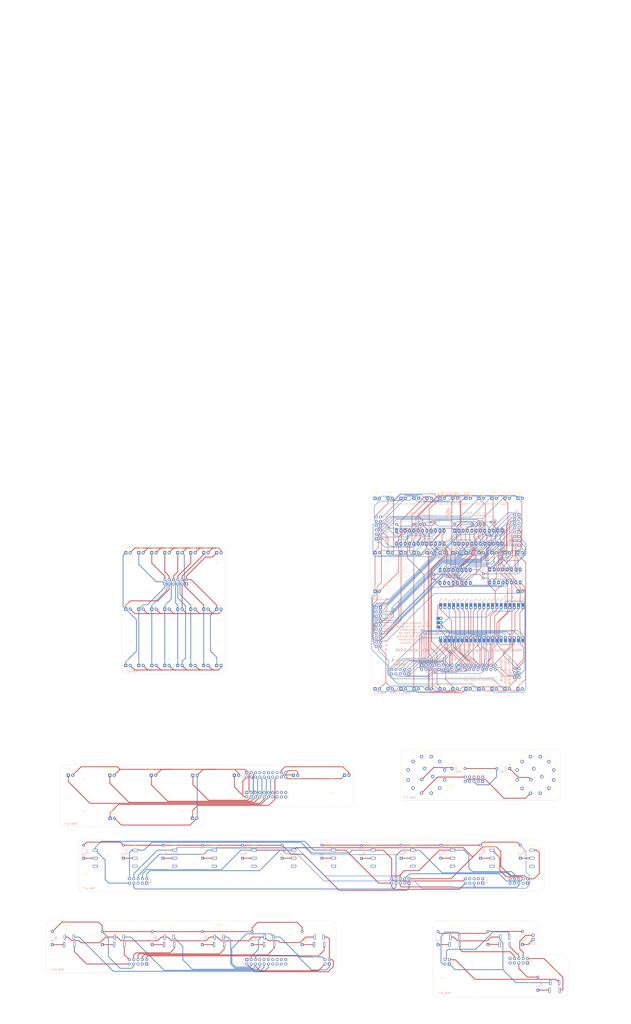
<source format=kicad_pcb>
(kicad_pcb (version 20211014) (generator pcbnew)
  (layers (0 "F.Cu" signal) (31 "B.Cu" signal) (34 "B.Paste" user) (35 "F.Paste" user) (36 "B.SilkS" user "B.Silkscreen") (37 "F.SilkS" user "F.Silkscreen") (38 "B.Mask" user) (39 "F.Mask" user) (44 "Edge.Cuts" user))
  (net 0 "")
  (net 1 "VBUS")
  (net 2 "GND")
  (net 3 "SEG_1_E")
  (net 4 "DIG_1_1")
  (net 5 "SEG_1_DP")
  (net 6 "SEG_1_B")
  (net 7 "SEG_1_A")
  (net 8 "DIG_1_0")
  (net 9 "SEG_1_F")
  (net 10 "SEG_1_G")
  (net 11 "SEG_1_D")
  (net 12 "SEG_1_C")
  (net 13 "DIG_1_2")
  (net 14 "DIG_1_4")
  (net 15 "DIG_1_3")
  (net 16 "/PCB2/SEG_1_E")
  (net 17 "/PCB2/DIG_1_5")
  (net 18 "/PCB2/SEG_1_DP")
  (net 19 "/PCB2/SEG_1_B")
  (net 20 "/PCB2/SEG_1_A")
  (net 21 "/PCB2/SEG_1_F")
  (net 22 "/PCB2/SEG_1_G")
  (net 23 "/PCB2/SEG_1_D")
  (net 24 "/PCB2/SEG_1_C")
  (net 25 "/PCB2/DIG_1_6")
  (net 26 "/PCB2/DIG_1_7")
  (net 27 "Net-(D72-Pad1)")
  (net 28 "Net-(D94-Pad1)")
  (net 29 "Net-(D73-Pad1)")
  (net 30 "Net-(D74-Pad1)")
  (net 31 "Net-(D75-Pad1)")
  (net 32 "Net-(D76-Pad1)")
  (net 33 "Net-(D77-Pad1)")
  (net 34 "Net-(D78-Pad1)")
  (net 35 "Net-(D95-Pad1)")
  (net 36 "Net-(D79-Pad1)")
  (net 37 "Net-(D80-Pad1)")
  (net 38 "Net-(D81-Pad1)")
  (net 39 "Net-(D82-Pad1)")
  (net 40 "Net-(D83-Pad1)")
  (net 41 "Net-(D84-Pad1)")
  (net 43 "Net-(D85-Pad1)")
  (net 44 "Net-(D86-Pad1)")
  (net 45 "Net-(D87-Pad1)")
  (net 46 "Net-(D88-Pad1)")
  (net 47 "Net-(D89-Pad1)")
  (net 48 "Net-(D90-Pad1)")
  (net 50 "Net-(D91-Pad1)")
  (net 51 "Net-(D92-Pad1)")
  (net 52 "Net-(D93-Pad1)")
  (net 53 "DIG_1_5")
  (net 54 "DIG_1_6")
  (net 55 "DIG_1_7")
  (net 56 "DIG_2_0")
  (net 57 "SEG_2_C")
  (net 58 "DIG_2_1")
  (net 59 "SEG_2_D")
  (net 60 "DIG_2_2")
  (net 61 "SEG_2_G")
  (net 62 "DIG_2_3")
  (net 63 "SEG_2_F")
  (net 64 "DIG_2_4")
  (net 65 "SEG_2_A")
  (net 66 "DIG_2_5")
  (net 67 "SEG_2_B")
  (net 68 "DIG_2_6")
  (net 69 "SEG_2_DP")
  (net 70 "DIG_2_7")
  (net 71 "SEG_2_E")
  (net 72 "3V3")
  (net 73 "GPIO5")
  (net 74 "CLOCK")
  (net 75 "DATA_OUT")
  (net 76 "DOUT_0")
  (net 77 "DOUT_1")
  (net 78 "DOUT_2")
  (net 79 "DOUT_3")
  (net 80 "DOUT_4")
  (net 81 "DOUT_5")
  (net 82 "DOUT_6")
  (net 83 "DOUT_7")
  (net 84 "DOUT_8")
  (net 85 "DOUT_9")
  (net 86 "DOUT_10")
  (net 87 "DOUT_11")
  (net 88 "DOUT_12")
  (net 89 "DOUT_13")
  (net 90 "DOUT_14")
  (net 91 "DOUT_15")
  (net 92 "GPIO6")
  (net 93 "GPIO7")
  (net 94 "GPIO8")
  (net 95 "GPIO9")
  (net 96 "GPIO10")
  (net 97 "GPIO11")
  (net 98 "GPIO12")
  (net 99 "GPIO13")
  (net 100 "GPIO14")
  (net 101 "GPIO15")
  (net 102 "GPIO0")
  (net 103 "GPIO1")
  (net 104 "DATA")
  (net 105 "GPIO4")
  (net 106 "GPIO16")
  (net 107 "GPIO17")
  (net 108 "GPIO18")
  (net 109 "GPIO19")
  (net 110 "GPIO20")
  (net 111 "GPIO21")
  (net 112 "GPIO22")
  (net 113 "RUN")
  (net 114 "GPIO26")
  (net 115 "GPIO27")
  (net 116 "GPIO28")
  (net 117 "ADC_VREF")
  (net 118 "3V3_EN")
  (net 119 "VSYS")
  (net 120 "Net-(R1-Pad2)")
  (net 121 "Net-(R2-Pad2)")
  (net 140 "Net-(U1-Pad24)")
  (net 141 "Net-(U2-Pad24)")
  (net 142 "Net-(U3-Pad9)")
  (footprint "Fiozera:R16-503" (layer "F.Cu") (at 286.3966 321.8144)
    (fp_text reference "SW18")
    (fp_text value "SW_Push_LED")
  )
  (footprint "LED_THT:LED_D3.0mm" (layer "F.Cu") (at 203.4338 162.0738)
    (fp_text reference "D59")
    (fp_text value "LED")
  )
  (footprint "Fiozera:R16-503" (layer "F.Cu") (at 198.38788 321.8144)
    (fp_text reference "SW15")
    (fp_text value "SW_Push_LED")
  )
  (footprint "Fiozera:MTS-123" (layer "F.Cu") (at 224.9551 275.041)
    (fp_text reference "SW4")
    (fp_text value "SW_SPDT")
  )
  (footprint "MountingHole:MountingHole_3.2mm_M3" (layer "F.Cu") (at 379.857 315.976 180)
    (fp_text reference "H15")
    (fp_text value "MountingHole")
  )
  (footprint "LED_THT:LED_D3.0mm" (layer "F.Cu") (at 172.9386 95.983)
    (fp_text reference "D39")
    (fp_text value "LED")
  )
  (footprint "Fiozera:MTS-123" (layer "F.Cu") (at 294.8482 275.041)
    (fp_text reference "SW7")
    (fp_text value "SW_SPDT")
  )
  (footprint "LED_THT:LED_D3.0mm" (layer "F.Cu") (at 319.2639 64.0797)
    (fp_text reference "D1")
    (fp_text value "LED")
  )
  (footprint "LED_THT:LED_D3.0mm" (layer "F.Cu") (at 195.8128 129.0538)
    (fp_text reference "D50")
    (fp_text value "LED")
  )
  (footprint "MountingHole:MountingHole_3.2mm_M3" (layer "F.Cu") (at 398.653 268.986 180)
    (fp_text reference "H12")
    (fp_text value "MountingHole")
  )
  (footprint "LED_THT:LED_D3.0mm" (layer "F.Cu") (at 387.8979 95.9647)
    (fp_text reference "D22")
    (fp_text value "LED")
  )
  (footprint "LED_THT:LED_D3.0mm" (layer "F.Cu") (at 188.1868 129.0538)
    (fp_text reference "D49")
    (fp_text value "LED")
  )
  (footprint "Fiozera:MTS-123" (layer "F.Cu") (at 411.371 275.063)
    (fp_text reference "SW12")
    (fp_text value "SW_SPDT")
  )
  (footprint "LED_THT:LED_D3.0mm" (layer "F.Cu") (at 172.9348 129.0538)
    (fp_text reference "D47")
    (fp_text value "LED")
  )
  (footprint "LED_THT:LED_D5.0mm" (layer "F.Cu") (at 139.18 226.445)
    (fp_text reference "D63")
    (fp_text value "LED_Small")
  )
  (footprint "Fiozera:MTS-123" (layer "F.Cu") (at 364.7933 275.063)
    (fp_text reference "SW10")
    (fp_text value "SW_SPDT")
  )
  (footprint "LED_THT:LED_D3.0mm" (layer "F.Cu") (at 226.3118 162.0738)
    (fp_text reference "D62")
    (fp_text value "LED")
  )
  (footprint "MountingHole:MountingHole_3.2mm_M3" (layer "F.Cu") (at 428.625 335.407)
    (fp_text reference "H16")
    (fp_text value "MountingHole")
  )
  (footprint "LED_THT:LED_D3.0mm" (layer "F.Cu") (at 226.3168 129.0538)
    (fp_text reference "D54")
    (fp_text value "LED")
  )
  (footprint "LED_THT:LED_D3.0mm" (layer "F.Cu") (at 218.6908 129.0538)
    (fp_text reference "D53")
    (fp_text value "LED")
  )
  (footprint "LED_THT:LED_D3.0mm" (layer "F.Cu") (at 357.3939 64.0797)
    (fp_text reference "D6")
    (fp_text value "LED")
  )
  (footprint "LED_THT:LED_D3.0mm" (layer "F.Cu") (at 342.1419 175.7847)
    (fp_text reference "D28")
    (fp_text value "LED")
  )
  (footprint "LED_THT:LED_D3.0mm" (layer "F.Cu") (at 365.0199 64.0797)
    (fp_text reference "D7")
    (fp_text value "LED")
  )
  (footprint "LED_THT:LED_D3.0mm" (layer "F.Cu") (at 403.1499 64.0797)
    (fp_text reference "D12")
    (fp_text value "LED")
  )
  (footprint "LED_THT:LED_D3.0mm" (layer "F.Cu") (at 180.5608 129.0538)
    (fp_text reference "D48")
    (fp_text value "LED")
  )
  (footprint "MountingHole:MountingHole_3.2mm_M3" (layer "F.Cu") (at 175.4786 105.983)
    (fp_text reference "H5")
    (fp_text value "MountingHole")
  )
  (footprint "LED_THT:LED_D5.0mm" (layer "F.Cu") (at 301.4 226.435)
    (fp_text reference "D71")
    (fp_text value "LED_Small")
  )
  (footprint "LED_THT:LED_D3.0mm" (layer "F.Cu") (at 365.0199 175.7847)
    (fp_text reference "D31")
    (fp_text value "LED")
  )
  (footprint "MountingHole:MountingHole_3.2mm_M3" (layer "F.Cu") (at 399.923 237.49 180)
    (fp_text reference "H17")
    (fp_text value "MountingHole")
  )
  (footprint "LED_THT:LED_D3.0mm" (layer "F.Cu") (at 188.1906 95.983)
    (fp_text reference "D41")
    (fp_text value "LED")
  )
  (footprint "Fiozera:RTS-01-304-12.7RP" (layer "F.Cu") (at 413.4375 226.2875)
    (fp_text reference "SW24")
    (fp_text value "SW_Rotary3x4")
  )
  (footprint "MountingHole:MountingHole_3.2mm_M3" (layer "F.Cu") (at 332.7939 72.2397)
    (fp_text reference "H3")
    (fp_text value "MountingHole")
  )
  (footprint "LED_THT:LED_D3.0mm" (layer "F.Cu") (at 403.1499 95.9647)
    (fp_text reference "D24")
    (fp_text value "LED")
  )
  (footprint "MountingHole:MountingHole_3.2mm_M3" (layer "F.Cu") (at 148.033962 251.675)
    (fp_text reference "H20")
    (fp_text value "MountingHole")
  )
  (footprint "LED_THT:LED_D3.0mm" (layer "F.Cu") (at 342.1419 64.0797)
    (fp_text reference "D4")
    (fp_text value "LED")
  )
  (footprint "MountingHole:MountingHole_3.2mm_M3" (layer "F.Cu") (at 402.8339 157.5797)
    (fp_text reference "H1")
    (fp_text value "MountingHole")
  )
  (footprint "LED_THT:LED_D3.0mm" (layer "F.Cu") (at 180.5646 95.983)
    (fp_text reference "D40")
    (fp_text value "LED")
  )
  (footprint "MountingHole:MountingHole_3.2mm_M3" (layer "F.Cu") (at 205.752877 251.675)
    (fp_text reference "H19")
    (fp_text value "MountingHole")
  )
  (footprint "LED_THT:LED_D5.0mm" (layer "F.Cu") (at 271.3 226.455)
    (fp_text reference "D70")
    (fp_text value "LED_Small")
  )
  (footprint "MountingHole:MountingHole_3.2mm_M3" (layer "F.Cu") (at 414.782 290.83)
    (fp_text reference "H21")
    (fp_text value "MountingHole")
  )
  (footprint "LED_THT:LED_D3.0mm" (layer "F.Cu") (at 326.8899 175.7847)
    (fp_text reference "D26")
    (fp_text value "LED")
  )
  (footprint "MountingHole:MountingHole_3.2mm_M3" (layer "F.Cu") (at 362.966 215.011)
    (fp_text reference "H28")
    (fp_text value "MountingHole")
  )
  (footprint "Fiozera:R16-503" (layer "F.Cu") (at 227.72412 321.8144)
    (fp_text reference "SW16")
    (fp_text value "SW_Push_LED")
  )
  (footprint "LED_THT:LED_D3.0mm" (layer "F.Cu") (at 349.7679 64.0797)
    (fp_text reference "D5")
    (fp_text value "LED")
  )
  (footprint "LED_THT:LED_D3.0mm" (layer "F.Cu") (at 218.6858 162.0738)
    (fp_text reference "D61")
    (fp_text value "LED")
  )
  (footprint "LED_THT:LED_D3.0mm" (layer "F.Cu") (at 180.5558 162.0738)
    (fp_text reference "D56")
    (fp_text value "LED")
  )
  (footprint "LED_THT:LED_D3.0mm" (layer "F.Cu") (at 380.2719 64.0797)
    (fp_text reference "D9")
    (fp_text value "LED")
  )
  (footprint "MountingHole:MountingHole_3.2mm_M3" (layer "F.Cu") (at 152.527 315.976 180)
    (fp_text reference "H13")
    (fp_text value "MountingHole")
  )
  (footprint "Fiozera:R16-503" (layer "F.Cu") (at 366.0764 321.8144)
    (fp_text reference "SW19")
    (fp_text value "SW_Push_LED")
  )
  (footprint "LED_THT:LED_D3.0mm" (layer "F.Cu") (at 188.1818 162.0738)
    (fp_text reference "D57")
    (fp_text value "LED")
  )
  (footprint "LED_THT:LED_D3.0mm" (layer "F.Cu") (at 211.0598 162.0738)
    (fp_text reference "D60")
    (fp_text value "LED")
  )
  (footprint "LED_THT:LED_D3.0mm" (layer "F.Cu") (at 357.3939 175.7847)
    (fp_text reference "D30")
    (fp_text value "LED")
  )
  (footprint "LED_THT:LED_D3.0mm" (layer "F.Cu") (at 342.1419 95.9647)
    (fp_text reference "D16")
    (fp_text value "LED")
  )
  (footprint "LOGO" (layer "F.Cu") (at 284.325 72.15)
    (fp_text reference "G***")
    (fp_text value "LOGO" hide)
  )
  (footprint "Fiozera:R16-503" (layer "F.Cu") (at 257.06036 321.8144)
    (fp_text reference "SW17")
    (fp_text value "SW_Push_LED")
  )
  (footprint "MountingHole:MountingHole_3.2mm_M3" (layer "F.Cu") (at 149.225 288.671)
    (fp_text reference "H22")
    (fp_text value "MountingHole")
  )
  (footprint "LED_THT:LED_D3.0mm" (layer "F.Cu") (at 387.8979 64.0797)
    (fp_text reference "D10")
    (fp_text value "LED")
  )
  (footprint "MountingHole:MountingHole_3.2mm_M3" (layer "F.Cu") (at 293.751 224.536 180)
    (fp_text reference "H29")
    (fp_text value "MountingHole")
  )
  (footprint "LED_THT:LED_D5.0mm" (layer "F.Cu") (at 212.1 251.675)
    (fp_text reference "D69")
    (fp_text value "LED_Small")
  )
  (footprint "Fiozera:R16-503" (layer "F.Cu") (at 395.3918 321.8144)
    (fp_text reference "SW20")
    (fp_text value "SW_Push_LED")
  )
  (footprint "Fiozera:MTS-123" (layer "F.Cu") (at 201.646 275.063)
    (fp_text reference "SW3")
    (fp_text value "SW_SPDT")
  )
  (footprint "Fiozera:RTS-01-304-12.7RP" (layer "F.Cu") (at 349.4 226.2125)
    (fp_text reference "SW23")
    (fp_text value "SW_Rotary3x4")
  )
  (footprint "Fiozera:R16-503" (layer "F.Cu") (at 139.7154 321.8144)
    (fp_text reference "SW13")
    (fp_text value "SW_Push_LED")
  )
  (footprint "LED_THT:LED_D3.0mm" (layer "F.Cu") (at 372.6459 64.0797)
    (fp_text reference "D8")
    (fp_text value "LED")
  )
  (footprint "LED_THT:LED_D3.0mm" (layer "F.Cu") (at 326.8899 64.0797)
    (fp_text reference "D2")
    (fp_text value "LED")
  )
  (footprint "LED_THT:LED_D5.0mm" (layer "F.Cu") (at 236.69 226.445)
    (fp_text reference "D67")
    (fp_text value "LED_Small")
  )
  (footprint "LED_THT:LED_D5.0mm" (layer "F.Cu") (at 187.935 226.445)
    (fp_text reference "D65")
    (fp_text value "LED_Small")
  )
  (footprint "LED_THT:LED_D3.0mm" (layer "F.Cu") (at 349.7679 175.7847)
    (fp_text reference "D29")
    (fp_text value "LED")
  )
  (footprint "MountingHole:MountingHole_3.2mm_M3" (layer "F.Cu") (at 394.3739 72.2397)
    (fp_text reference "H4")
    (fp_text value "MountingHole")
  )
  (footprint "MountingHole:MountingHole_3.2mm_M3" (layer "F.Cu") (at 130.048 336.169)
    (fp_text reference "H24")
    (fp_text value "MountingHole")
  )
  (footprint "LED_THT:LED_D3.0mm" (layer "F.Cu") (at 349.7679 95.9647)
    (fp_text reference "D17")
    (fp_text value "LED")
  )
  (footprint "MountingHole:MountingHole_3.2mm_M3" (layer "F.Cu") (at 359.156 349.758)
    (fp_text reference "H25")
    (fp_text value "MountingHole")
  )
  (footprint "MountingHole:MountingHole_3.2mm_M3" (layer "F.Cu") (at 226.3118 152.0738)
    (fp_text reference "H7")
    (fp_text value "MountingHole")
  )
  (footprint "LED_THT:LED_D5.0mm" (layer "F.Cu") (at 212.3125 226.445)
    (fp_text reference "D66")
    (fp_text value "LED_Small")
  )
  (footprint "MountingHole:MountingHole_3.2mm_M3" (layer "F.Cu") (at 284.226 336.804)
    (fp_text reference "H23")
    (fp_text value "MountingHole")
  )
  (footprint "MountingHole:MountingHole_3.2mm_M3" (layer "F.Cu") (at 320.5365 159.3847)
    (fp_text reference "H2")
    (fp_text value "MountingHole")
  )
  (footprint "LED_THT:LED_D3.0mm" (layer "F.Cu") (at 372.6459 175.7847)
    (fp_text reference "D32")
    (fp_text value "LED")
  )
  (footprint "MountingHole:MountingHole_3.2mm_M3" (layer "F.Cu") (at 226.3118 105.983)
    (fp_text reference "H6")
    (fp_text value "MountingHole")
  )
  (footprint "LED_THT:LED_D3.0mm" (layer "F.Cu") (at 334.5159 95.9647)
    (fp_text reference "D15")
    (fp_text value "LED")
  )
  (footprint "MountingHole:MountingHole_3.2mm_M3" (layer "F.Cu") (at 362.839 237.49 180)
    (fp_text reference "H18")
    (fp_text value "MountingHole")
  )
  (footprint "LED_THT:LED_D3.0mm" (layer "F.Cu") (at 319.2639 118.5787)
    (fp_text reference "D37")
    (fp_text value "LED")
  )
  (footprint "LED_THT:LED_D3.0mm" (layer "F.Cu") (at 226.3206 95.983)
    (fp_text reference "D46")
    (fp_text value "LED")
  )
  (footprint "LED_THT:LED_D3.0mm" (layer "F.Cu") (at 334.5159 175.7847)
    (fp_text reference "D27")
    (fp_text value "LED")
  )
  (footprint "LED_THT:LED_D3.0mm" (layer "F.Cu") (at 380.2719 95.9647)
    (fp_text reference "D21")
    (fp_text value "LED")
  )
  (footprint "LED_THT:LED_D3.0mm" (layer "F.Cu") (at 380.2719 175.7847)
    (fp_text reference "D33")
    (fp_text value "LED")
  )
  (footprint "LED_THT:LED_D3.0mm" (layer "F.Cu") (at 395.5239 64.0797)
    (fp_text reference "D11")
    (fp_text value "LED")
  )
  (footprint "Fiozera:MTS-123" (layer "F.Cu") (at 178.3084 275.041)
    (fp_text reference "SW2")
    (fp_text value "SW_SPDT")
  )
  (footprint "MountingHole:MountingHole_3.2mm_M3" (layer "F.Cu") (at 409.702 352.806)
    (fp_text reference "H26")
    (fp_text value "MountingHole")
  )
  (footprint "LED_THT:LED_D3.0mm" (layer "F.Cu") (at 326.8899 95.9647)
    (fp_text reference "D14")
    (fp_text value "LED")
  )
  (footprint "MountingHole:MountingHole_3.2mm_M3" (layer "F.Cu") (at 175.4786 152.0738)
    (fp_text reference "H8")
    (fp_text value "MountingHole")
  )
  (footprint "LED_THT:LED_D3.0mm" (layer "F.Cu") (at 319.2639 175.7847)
    (fp_text reference "D25")
    (fp_text value "LED")
  )
  (footprint "LED_THT:LED_D3.0mm" (layer "F.Cu") (at 357.3939 95.9647)
    (fp_text reference "D18")
    (fp_text value "LED")
  )
  (footprint "Fiozera:MTS-123" (layer "F.Cu") (at 318.1465 275.064)
    (fp_text reference "SW8")
    (fp_text value "SW_SPDT")
  )
  (footprint "LED_THT:LED_D3.0mm" (layer "F.Cu") (at 195.8078 162.0738)
    (fp_text reference "D58")
    (fp_text value "LED")
  )
  (footprint "LED_THT:LED_D3.0mm" (layer "F.Cu") (at 387.8979 175.7847)
    (fp_text reference "D34")
    (fp_text value "LED")
  )
  (footprint "LED_THT:LED_D3.0mm" (layer "F.Cu") (at 395.5239 95.9647)
    (fp_text reference "D23")
    (fp_text value "LED")
  )
  (footprint "MountingHole:MountingHole_3.2mm_M3" (layer "F.Cu") (at 162.814 268.986 180)
    (fp_text reference "H11")
    (fp_text value "MountingHole")
  )
  (footprint "LED_THT:LED_D3.0mm" (layer "F.Cu") (at 395.5239 175.7847)
    (fp_text reference "D35")
    (fp_text value "LED")
  )
  (footprint "MountingHole:MountingHole_3.2mm_M3" (layer "F.Cu") (at 148.033962 224.536 180)
    (fp_text reference "H9")
    (fp_text value "MountingHole")
  )
  (footprint "LED_THT:LED_D3.0mm" (layer "F.Cu") (at 211.0648 129.0538)
    (fp_text reference "D52")
    (fp_text value "LED")
  )
  (footprint "Fiozera:MTS-123" (layer "F.Cu") (at 155.035 275.091)
    (fp_text reference "SW1")
    (fp_text value "SW_SPDT")
  )
  (footprint "MountingHole:MountingHole_3.2mm_M3" (layer "F.Cu") (at 293.751 240.792)
    (fp_text reference "H10")
    (fp_text value "MountingHole")
  )
  (footprint "LED_THT:LED_D3.0mm" (layer "F.Cu") (at 172.9298 162.0738)
    (fp_text reference "D55")
    (fp_text value "LED")
  )
  (footprint "LED_THT:LED_D3.0mm" (layer "F.Cu") (at 365.0199 95.9647)
    (fp_text reference "D19")
    (fp_text value "LED")
  )
  (footprint "LED_THT:LED_D5.0mm" (layer "F.Cu") (at 163.5575 226.445)
    (fp_text reference "D64")
    (fp_text value "LED_Small")
  )
  (footprint "LED_THT:LED_D3.0mm" (layer "F.Cu") (at 319.2639 95.9647)
    (fp_text reference "D13")
    (fp_text value "LED")
  )
  (footprint "Fiozera:MTS-123" (layer "F.Cu") (at 388.0416 275.063)
    (fp_text reference "SW11")
    (fp_text value "SW_SPDT")
  )
  (footprint "LED_THT:LED_D5.0mm" (layer "F.Cu") (at 163.76 251.685)
    (fp_text reference "D68")
    (fp_text value "LED_Small")
  )
  (footprint "LED_THT:LED_D3.0mm" (layer "F.Cu") (at 211.0686 95.983)
    (fp_text reference "D44")
    (fp_text value "LED")
  )
  (footprint "MountingHole:MountingHole_3.2mm_M3" (layer "F.Cu") (at 399.923 215.011)
    (fp_text reference "H27")
    (fp_text value "MountingHole")
  )
  (footprint "LED_THT:LED_D3.0mm" (layer "F.Cu") (at 195.8166 95.983)
    (fp_text reference "D42")
    (fp_text value "LED")
  )
  (footprint "MountingHole:MountingHole_3.2mm_M3" (layer "F.Cu") (at 269.875 315.976 180)
    (fp_text reference "H14")
    (fp_text value "MountingHole")
  )
  (footprint "Fiozera:R16-503" (layer "F.Cu") (at 169.05164 321.8144)
    (fp_text reference "SW14")
    (fp_text value "SW_Push_LED")
  )
  (footprint "LED_THT:LED_D3.0mm" (layer "F.Cu") (at 203.4426 95.983)
    (fp_text reference "D43")
    (fp_text value "LED")
  )
  (footprint "LED_THT:LED_D3.0mm" (layer "F.Cu") (at 218.6946 95.983)
    (fp_text reference "D45")
    (fp_text value "LED")
  )
  (footprint "LED_THT:LED_D3.0mm" (layer "F.Cu") (at 403.2639 118.5787)
    (fp_text reference "D38")
    (fp_text value "LED")
  )
  (footprint "Fiozera:R16-503" (layer "F.Cu") (at 424.7412 348.5352)
    (fp_text reference "SW22")
    (fp_text value "SW_Push_LED")
  )
  (footprint "Fiozera:MTS-123" (layer "F.Cu") (at 248.2265 275.063)
    (fp_text reference "SW5")
    (fp_text value "SW_SPDT")
  )
  (footprint "Fiozera:MTS-123" (layer "F.Cu") (at 341.4629 275.063)
    (fp_text reference "SW9")
    (fp_text value "SW_SPDT")
  )
  (footprint "Fiozera:MTS-123" (layer "F.Cu") (at 271.5019 275.041)
    (fp_text reference "SW6")
    (fp_text value "SW_SPDT")
  )
  (footprint "LED_THT:LED_D3.0mm" (layer "F.Cu") (at 403.1499 175.7847)
    (fp_text reference "D36")
    (fp_text value "LED")
  )
  (footprint "LED_THT:LED_D3.0mm" (layer "F.Cu") (at 334.5159 64.0797)
    (fp_text reference "D3")
    (fp_text value "LED")
  )
  (footprint "LED_THT:LED_D3.0mm" (layer "F.Cu") (at 203.4388 129.0538)
    (fp_text reference "D51")
    (fp_text value "LED")
  )
  (footprint "LED_THT:LED_D3.0mm" (layer "F.Cu") (at 372.6459 95.9647)
    (fp_text reference "D20")
    (fp_text value "LED")
  )
  (footprint "Diode_THT:D_DO-35_SOD27_P7.62mm_Horizontal" (layer "B.Cu") (at 398.272 222.504 180)
    (fp_text reference "D95")
    (fp_text value "D_Small")
  )
  (footprint "Diode_THT:D_DO-35_SOD27_P7.62mm_Horizontal" (layer "B.Cu") (at 414.909 352.425 90)
    (fp_text reference "D93")
    (fp_text value "D_Small")
  )
  (footprint "Capacitor_THT:CP_Radial_D4.0mm_P2.00mm" (layer "B.Cu") (at 352.2089 78.0097)
    (fp_text reference "C4")
    (fp_text value "CP1")
  )
  (footprint "Diode_THT:D_DO-35_SOD27_P7.62mm_Horizontal" (layer "B.Cu") (at 356.235 325.755 90)
    (fp_text reference "D90")
    (fp_text value "D_Small")
  )
  (footprint "Connector_PinHeader_2.54mm:PinHeader_2x18_P2.54mm_Vertical" (layer "B.Cu") (at 346.6668 161.8894 -90)
    (fp_text reference "J7")
    (fp_text value "Conn_02x18_Counter_Clockwise")
  )
  (footprint "Resistor_THT:R_Axial_DIN0207_L6.3mm_D2.5mm_P10.16mm_Horizontal" (layer "B.Cu") (at 365.9589 79.2597)
    (fp_text reference "R1")
    (fp_text value "R")
  )
  (footprint "Diode_THT:D_DO-35_SOD27_P7.62mm_Horizontal" (layer "B.Cu") (at 404.554 275.075 90)
    (fp_text reference "D83")
    (fp_text value "D_Small")
  )
  (footprint "Diode_THT:D_DO-35_SOD27_P7.62mm_Horizontal" (layer "B.Cu") (at 381.121 275.075 90)
    (fp_text reference "D82")
    (fp_text value "D_Small")
  )
  (footprint "Capacitor_THT:CP_Radial_D4.0mm_P2.00mm" (layer "B.Cu") (at 387.5489 77.9897)
    (fp_text reference "C2")
    (fp_text value "CP1")
  )
  (footprint "Package_DIP:DIP-16_W7.62mm_LongPads" (layer "B.Cu") (at 357.4389 106.0847 -90)
    (fp_text reference "U3")
    (fp_text value "74LS595")
  )
  (footprint "Connector_PinHeader_2.54mm:PinHeader_2x05_P2.54mm_Vertical" (layer "B.Cu") (at 382.5017 289.6894 90)
    (fp_text reference "J18")
    (fp_text value "Conn_02x05_Odd_Even")
  )
  (footprint "Connector_PinHeader_2.54mm:PinHeader_2x05_P2.54mm_Vertical" (layer "B.Cu") (at 339.196 289.6894 90)
    (fp_text reference "J16")
    (fp_text value "Conn_02x05_Odd_Even")
  )
  (footprint "Diode_THT:D_DO-35_SOD27_P7.62mm_Horizontal" (layer "B.Cu") (at 385.572 325.628 90)
    (fp_text reference "D91")
    (fp_text value "D_Small")
  )
  (footprint "Diode_THT:D_DO-35_SOD27_P7.62mm_Horizontal" (layer "B.Cu") (at 241.446 275.075 90)
    (fp_text reference "D76")
    (fp_text value "D_Small")
  )
  (footprint "Diode_THT:D_DO-35_SOD27_P7.62mm_Horizontal" (layer "B.Cu") (at 276.479 325.755 90)
    (fp_text reference "D89")
    (fp_text value "D_Small")
  )
  (footprint "Connector_PinHeader_2.54mm:PinHeader_2x02_P2.54mm_Vertical" (layer "B.Cu") (at 292.45 337.1025 90)
    (fp_text reference "J13")
    (fp_text value "Conn_02x02_Odd_Even")
  )
  (footprint "Connector_PinHeader_2.54mm:PinHeader_2x10_P2.54mm_Vertical" (layer "B.Cu") (at 243.975 236.594171 -90)
    (fp_text reference "J19")
    (fp_text value "Conn_02x10_Odd_Even")
  )
  (footprint "Connector_PinHeader_2.54mm:PinHeader_2x06_P2.54mm_Vertical" (layer "B.Cu") (at 208.534 114.3 90)
    (fp_text reference "J8")
    (fp_text value "Conn_02x06_Odd_Even")
  )
  (footprint "Diode_THT:D_DO-35_SOD27_P7.62mm_Horizontal" (layer "B.Cu") (at 194.7853 275.075 90)
    (fp_text reference "D74")
    (fp_text value "D_Small")
  )
  (footprint "Diode_THT:D_DO-35_SOD27_P7.62mm_Horizontal" (layer "B.Cu") (at 217.805 325.755 90)
    (fp_text reference "D87")
    (fp_text value "D_Small")
  )
  (footprint "Diode_THT:D_DO-35_SOD27_P7.62mm_Horizontal" (layer "B.Cu") (at 247.142 325.755 90)
    (fp_text reference "D88")
    (fp_text value "D_Small")
  )
  (footprint "Diode_THT:D_DO-35_SOD27_P7.62mm_Horizontal" (layer "B.Cu") (at 357.896 275.075 90)
    (fp_text reference "D81")
    (fp_text value "D_Small")
  )
  (footprint "Connector_PinHeader_2.54mm:PinHeader_2x10_P2.54mm_Vertical" (layer "B.Cu") (at 322.4447 128.0845 180)
    (fp_text reference "J4")
    (fp_text value "Conn_02x10_Odd_Even")
  )
  (footprint "Diode_THT:D_DO-35_SOD27_P7.62mm_Horizontal" (layer "B.Cu") (at 188.468 325.755 90)
    (fp_text reference "D86")
    (fp_text value "D_Small")
  )
  (footprint "Connector_PinHeader_2.54mm:PinHeader_2x05_P2.54mm_Vertical" (layer "B.Cu") (at 382.430733 230.05 90)
    (fp_text reference "J9")
    (fp_text value "Conn_02x05_Odd_Even")
  )
  (footprint "Connector_PinHeader_2.54mm:PinHeader_2x10_P2.54mm_Vertical" (layer "B.Cu") (at 243.975 224.95 -90)
    (fp_text reference "J11")
    (fp_text value "Conn_02x10_Odd_Even")
  )
  (footprint "Capacitor_THT:C_Disc_D5.0mm_W2.5mm_P2.50mm" (layer "B.Cu") (at 353.6289 111.1647 90)
    (fp_text reference "C6")
    (fp_text value "C")
  )
  (footprint "kicad:fiozera_logo_small" (layer "B.Cu") (at 362.4439 73.39 180)
    (fp_text reference "G***" hide)
    (fp_text value "LOGO" hide)
  )
  (footprint "Resistor_THT:R_Axial_DIN0207_L6.3mm_D2.5mm_P10.16mm_Horizontal" (layer "B.Cu") (at 331.8889 79.2797)
    (fp_text reference "R2")
    (fp_text value "R")
  )
  (footprint "Connector_PinHeader_2.54mm:PinHeader_2x05_P2.54mm_Vertical" (layer "B.Cu") (at 185.246 289.6894 90)
    (fp_text reference "J10")
    (fp_text value "Conn_02x05_Odd_Even")
  )
  (footprint "Capacitor_THT:C_Disc_D5.0mm_W2.5mm_P2.50mm" (layer "B.Cu") (at 379.9289 79.2597)
    (fp_text reference "C1")
    (fp_text value "C")
  )
  (footprint "Diode_THT:D_DO-35_SOD27_P7.62mm_Horizontal" (layer "B.Cu") (at 334.589 275.075 90)
    (fp_text reference "D80")
    (fp_text value "D_Small")
  )
  (footprint "Package_DIP:DIP-24_W7.62mm_Socket_LongPads" (layer "B.Cu") (at 365.9589 83.0697 -90)
    (fp_text reference "U2")
    (fp_text value "MAX7219")
  )
  (footprint "Connector_PinHeader_2.54mm:PinHeader_2x03_P2.54mm_Vertical" (layer "B.Cu") (at 401.2489 168.9747)
    (fp_text reference "J5")
    (fp_text value "Conn_02x03_Counter_Clockwise")
  )
  (footprint "Connector_PinHeader_2.54mm:PinHeader_2x05_P2.54mm_Vertical" (layer "B.Cu") (at 408.755 336.468413 90)
    (fp_text reference "J12")
    (fp_text value "Conn_02x05_Odd_Even")
  )
  (footprint "Connector_PinHeader_2.54mm:PinHeader_2x10_P2.54mm_Vertical" (layer "B.Cu") (at 243.975 334.55 -90)
    (fp_text reference "J15")
    (fp_text value "Conn_02x10_Odd_Even")
  )
  (footprint "Diode_THT:D_DO-35_SOD27_P7.62mm_Horizontal" (layer "B.Cu") (at 364.49 222.504)
    (fp_text reference "D94")
    (fp_text value "D_Small")
  )
  (footprint "Diode_THT:D_DO-35_SOD27_P7.62mm_Horizontal" (layer "B.Cu") (at 218.071 275.053 90)
    (fp_text reference "D75")
    (fp_text value "D_Small")
  )
  (footprint "Connector_PinHeader_2.54mm:PinHeader_2x06_P2.54mm_Vertical" (layer "B.Cu") (at 319.9989 87.7147)
    (fp_text reference "J3")
    (fp_text value "Conn_02x06_Odd_Even")
  )
  (footprint "Connector_PinHeader_2.54mm:PinHeader_2x05_P2.54mm_Vertical" (layer "B.Cu") (at 339.1239 167.0447 90)
    (fp_text reference "J2")
    (fp_text value "Conn_02x05_Odd_Even")
  )
  (footprint "Diode_THT:D_DO-35_SOD27_P7.62mm_Horizontal" (layer "B.Cu") (at 311.296 275.203 90)
    (fp_text reference "D79")
    (fp_text value "D_Small")
  )
  (footprint "Package_DIP:DIP-24_W7.62mm_Socket_LongPads" (layer "B.Cu") (at 331.8889 83.0897 -90)
    (fp_text reference "U1")
    (fp_text value "MAX7219")
  )
  (footprint "Diode_THT:D_DO-35_SOD27_P7.62mm_Horizontal" (layer "B.Cu") (at 171.471 275.053 90)
    (fp_text reference "D73")
    (fp_text value "D_Small")
  )
  (footprint "Connector_PinHeader_2.54mm:PinHeader_2x05_P2.54mm_Vertical" (layer "B.Cu") (at 408.746 289.6894 90)
    (fp_text reference "J17")
    (fp_text value "Conn_02x05_Odd_Even")
  )
  (footprint "Capacitor_THT:C_Disc_D5.0mm_W2.5mm_P2.50mm" (layer "B.Cu") (at 345.8589 79.2797)
    (fp_text reference "C3")
    (fp_text value "C")
  )
  (footprint "Connector_PinHeader_2.54mm:PinHeader_2x05_P2.54mm_Vertical" (layer "B.Cu") (at 185.175 337.1025 90)
    (fp_text reference "J1")
    (fp_text value "Conn_02x05_Odd_Even")
  )
  (footprint "Capacitor_THT:C_Disc_D5.0mm_W2.5mm_P2.50mm" (layer "B.Cu") (at 382.8639 110.8597 90)
    (fp_text reference "C5")
    (fp_text value "C")
  )
  (footprint "Connector_PinHeader_2.54mm:PinHeader_2x02_P2.54mm_Vertical" (layer "B.Cu") (at 362.9 337.1025 90)
    (fp_text reference "J14")
    (fp_text value "Conn_02x02_Odd_Even")
  )
  (footprint "Diode_THT:D_DO-35_SOD27_P7.62mm_Horizontal" (layer "B.Cu") (at 148.221 275.103 90)
    (fp_text reference "D72")
    (fp_text value "D_Small")
  )
  (footprint "Connector_PinHeader_2.54mm:PinHeader_2x08_P2.54mm_Vertical" (layer "B.Cu") (at 403.7889 73.7247 180)
    (fp_text reference "J6")
    (fp_text value "Conn_02x08_Counter_Clockwise")
  )
  (footprint "Connector_PinHeader_2.54mm:PinHeader_1x02_P2.54mm_Vertical" (layer "B.Cu") (at 412.025 322.85)
    (fp_text reference "SW21")
    (fp_text value "SW_Push")
  )
  (footprint "Diode_THT:D_DO-35_SOD27_P7.62mm_Horizontal" (layer "B.Cu") (at 264.6981 275.053 90)
    (fp_text reference "D77")
    (fp_text value "D_Small")
  )
  (footprint "Diode_THT:D_DO-35_SOD27_P7.62mm_Horizontal" (layer "B.Cu") (at 129.794 325.755 90)
    (fp_text reference "D84")
    (fp_text value "D_Small")
  )
  (footprint "MCU_RaspberryPi_and_Boards:RPi_Pico_SMD_TH" (layer "B.Cu") (at 381.8839 137.0097 90)
    (fp_text reference "U5")
    (fp_text value "Pico")
  )
  (footprint "Diode_THT:D_DO-35_SOD27_P7.62mm_Horizontal" (layer "B.Cu") (at 405.825 325.635 90)
    (fp_text reference "D92")
    (fp_text value "D_Small")
  )
  (footprint "Diode_THT:D_DO-35_SOD27_P7.62mm_Horizontal" (layer "B.Cu") (at 159.131 325.755 90)
    (fp_text reference "D85")
    (fp_text value "D_Small")
  )
  (footprint "Diode_THT:D_DO-35_SOD27_P7.62mm_Horizontal" (layer "B.Cu") (at 288.021 275.053 90)
    (fp_text reference "D78")
    (fp_text value "D_Small")
  )
  (footprint "Package_DIP:DIP-16_W7.62mm_LongPads" (layer "B.Cu") (at 386.6739 105.7797 -90)
    (fp_text reference "U4")
    (fp_text value "74LS595")
  )
  (gr_line (start 425.4375 211.2875) (end 337.4 211.2875) (layer "Edge.Cuts") (width 0.1))
  (gr_line (start 418.521 267.464) (end 418.521 291.618) (layer "Edge.Cuts") (width 0.1))
  (gr_line (start 356.135 356.6352) (end 429.611 356.6352) (layer "Edge.Cuts") (width 0.1))
  (gr_line (start 134.18 253.685) (end 134.18 223.445) (layer "Edge.Cuts") (width 0.1))
  (gr_arc (start 296.3966 339.33) (mid 295.51792 341.45132) (end 293.3966 342.33) (layer "Edge.Cuts") (width 0.1))
  (gr_arc (start 428.4375 238.2125) (mid 427.55882 240.33382) (end 425.4375 241.2125) (layer "Edge.Cuts") (width 0.1))
  (gr_line (start 170.4786 164.0738) (end 170.4786 93.983) (layer "Edge.Cuts") (width 0.1))
  (gr_line (start 215.69768 256.685) (end 137.18 256.685) (layer "Edge.Cuts") (width 0.1))
  (gr_line (start 415.521 294.618) (end 148.331 294.618) (layer "Edge.Cuts") (width 0.1))
  (gr_arc (start 228.3118 90.983) (mid 230.43312 91.86168) (end 231.3118 93.983) (layer "Edge.Cuts") (width 0.1))
  (gr_arc (start 129.269 342.33) (mid 127.14768 341.45132) (end 126.269 339.33) (layer "Edge.Cuts") (width 0.1))
  (gr_arc (start 170.4786 93.983) (mid 171.35728 91.86168) (end 173.4786 90.983) (layer "Edge.Cuts") (width 0.1))
  (gr_arc (start 432.611 353.6352) (mid 431.73232 355.75652) (end 429.611 356.6352) (layer "Edge.Cuts") (width 0.1))
  (gr_arc (start 231.3118 164.0738) (mid 230.43312 166.19512) (end 228.3118 167.0738) (layer "Edge.Cuts") (width 0.1))
  (gr_arc (start 406.1639 60.2697) (mid 407.578114 60.855486) (end 408.1639 62.2697) (layer "Edge.Cuts") (width 0.1))
  (gr_arc (start 356.135 356.6352) (mid 354.01368 355.75652) (end 353.135 353.6352) (layer "Edge.Cuts") (width 0.1))
  (gr_arc (start 306.4 241.975) (mid 305.52132 244.09632) (end 303.4 244.975) (layer "Edge.Cuts") (width 0.1))
  (gr_arc (start 408.1639 177.6497) (mid 407.578114 179.063914) (end 406.1639 179.6497) (layer "Edge.Cuts") (width 0.1))
  (gr_line (start 318.7239 60.2697) (end 406.1639 60.2697) (layer "Edge.Cuts") (width 0.1))
  (gr_line (start 353.135 314.8144) (end 353.135 353.6352) (layer "Edge.Cuts") (width 0.1))
  (gr_line (start 432.611 353.6352) (end 432.611 334.5) (layer "Edge.Cuts") (width 0.1))
  (gr_line (start 428.4375 238.2125) (end 428.4375 214.2875) (layer "Edge.Cuts") (width 0.1))
  (gr_line (start 296.3966 314.8144) (end 296.3966 339.33) (layer "Edge.Cuts") (width 0.1))
  (gr_arc (start 429.611 331.5) (mid 431.73232 332.37868) (end 432.611 334.5) (layer "Edge.Cuts") (width 0.1))
  (gr_arc (start 218.69768 253.685) (mid 217.819 255.80632) (end 215.69768 256.685) (layer "Edge.Cuts") (width 0.1))
  (gr_line (start 145.331 291.618) (end 145.331 267.464) (layer "Edge.Cuts") (width 0.1))
  (gr_line (start 221.719 244.975) (end 303.4 244.975) (layer "Edge.Cuts") (width 0.1))
  (gr_arc (start 145.331 267.464) (mid 146.20968 265.34268) (end 148.331 264.464) (layer "Edge.Cuts") (width 0.1))
  (gr_arc (start 337.4 241.2125) (mid 335.27868 240.33382) (end 334.4 238.2125) (layer "Edge.Cuts") (width 0.1))
  (gr_line (start 316.7239 177.6497) (end 316.7239 62.2697) (layer "Edge.Cuts") (width 0.1))
  (gr_line (start 293.3966 342.33) (end 129.269 342.33) (layer "Edge.Cuts") (width 0.1))
  (gr_arc (start 173.4786 167.0738) (mid 171.35728 166.19512) (end 170.4786 164.0738) (layer "Edge.Cuts") (width 0.1))
  (gr_line (start 337.4 241.2125) (end 425.4375 241.2125) (layer "Edge.Cuts") (width 0.1))
  (gr_arc (start 415.521 264.464) (mid 417.64232 265.34268) (end 418.521 267.464) (layer "Edge.Cuts") (width 0.1))
  (gr_arc (start 316.7239 62.2697) (mid 317.309686 60.855486) (end 318.7239 60.2697) (layer "Edge.Cuts") (width 0.1))
  (gr_arc (start 334.4 214.2875) (mid 335.27868 212.16618) (end 337.4 211.2875) (layer "Edge.Cuts") (width 0.1))
  (gr_line (start 408.1639 62.2697) (end 408.1639 177.6497) (layer "Edge.Cuts") (width 0.1))
  (gr_line (start 231.3118 93.983) (end 231.3118 164.0738) (layer "Edge.Cuts") (width 0.1))
  (gr_line (start 306.4 223.445) (end 306.4 241.975) (layer "Edge.Cuts") (width 0.1))
  (gr_line (start 356.135 311.8144) (end 411.42868 311.8144) (layer "Edge.Cuts") (width 0.1))
  (gr_arc (start 418.521 291.618) (mid 417.64232 293.73932) (end 415.521 294.618) (layer "Edge.Cuts") (width 0.1))
  (gr_arc (start 126.269 314.8144) (mid 127.14768 312.69308) (end 129.269 311.8144) (layer "Edge.Cuts") (width 0.1))
  (gr_line (start 228.3118 90.983) (end 173.4786 90.983) (layer "Edge.Cuts") (width 0.1))
  (gr_line (start 417.42868 331.5) (end 429.611 331.5) (layer "Edge.Cuts") (width 0.1))
  (gr_line (start 228.3118 167.0738) (end 173.4786 167.0738) (layer "Edge.Cuts") (width 0.1))
  (gr_line (start 148.331 264.464) (end 415.521 264.464) (layer "Edge.Cuts") (width 0.1))
  (gr_line (start 406.1639 179.6497) (end 318.7239 179.6497) (layer "Edge.Cuts") (width 0.1))
  (gr_arc (start 134.18 223.445) (mid 135.05868 221.32368) (end 137.18 220.445) (layer "Edge.Cuts") (width 0.1))
  (gr_arc (start 411.42868 311.8144) (mid 413.55 312.69308) (end 414.42868 314.8144) (layer "Edge.Cuts") (width 0.1))
  (gr_arc (start 218.719 247.975) (mid 219.59768 245.85368) (end 221.719 244.975) (layer "Edge.Cuts") (width 0.1))
  (gr_arc (start 303.4 220.445) (mid 305.52132 221.32368) (end 306.4 223.445) (layer "Edge.Cuts") (width 0.1))
  (gr_line (start 137.18 220.445) (end 303.4 220.445) (layer "Edge.Cuts") (width 0.1))
  (gr_arc (start 137.18 256.685) (mid 135.05868 255.80632) (end 134.18 253.685) (layer "Edge.Cuts") (width 0.1))
  (gr_line (start 129.269 311.8144) (end 293.3966 311.8144) (layer "Edge.Cuts") (width 0.1))
  (gr_arc (start 353.135 314.8144) (mid 354.01368 312.69308) (end 356.135 311.8144) (layer "Edge.Cuts") (width 0.1))
  (gr_arc (start 425.4375 211.2875) (mid 427.55882 212.16618) (end 428.4375 214.2875) (layer "Edge.Cuts") (width 0.1))
  (gr_arc (start 148.331 294.618) (mid 146.20968 293.73932) (end 145.331 291.618) (layer "Edge.Cuts") (width 0.1))
  (gr_line (start 126.269 339.33) (end 126.269 314.8144) (layer "Edge.Cuts") (width 0.1))
  (gr_line (start 218.719 247.975) (end 218.69768 253.685) (layer "Edge.Cuts") (width 0.1))
  (gr_arc (start 318.7239 179.6497) (mid 317.309686 179.063914) (end 316.7239 177.6497) (layer "Edge.Cuts") (width 0.1))
  (gr_line (start 414.42868 314.8144) (end 414.42868 328.5) (layer "Edge.Cuts") (width 0.1))
  (gr_arc (start 293.3966 311.8144) (mid 295.51792 312.69308) (end 296.3966 314.8144) (layer "Edge.Cuts") (width 0.1))
  (gr_line (start 334.4 214.2875) (end 334.4 238.2125) (layer "Edge.Cuts") (width 0.1))
  (gr_arc (start 417.42868 331.5) (mid 415.30736 330.62132) (end 414.42868 328.5) (layer "Edge.Cuts") (width 0.1))
  (gr_text "André Biagioni\nandre@fiozera.com.br" (at 337.4439 73.393352) (layer "B.SilkS") (effects (font (size 1 1)) (justify right mirror)))
  (gr_text "https://forum.fiozera.com.br/t/resgate-historico-do-computador-patinho-feio-usp-1971" (at 362.4439 67.31) (layer "B.SilkS") (effects (font (size 1 1)) (justify mirror)))
  (gr_text "PCB: 5/7" (at 133 340.375) (layer "B.SilkS") (effects (font (size 1 1) (thickness 0.2)) (justify mirror)))
  (gr_text "PCB: 3/7" (at 140.5 254.95) (layer "B.SilkS") (effects (font (size 1 1) (thickness 0.2)) (justify mirror)))
  (gr_text "Felipe {dblquote}Juca{dblquote} Sanches\njuca@members.fsf.org" (at 387.4439 73.393352) (layer "B.SilkS") (effects (font (size 1 1)) (justify left mirror)))
  (gr_text "Raspberry Pi Pico" (at 399.9898 143.4947) (layer "B.SilkS") (effects (font (size 1 1)) (justify mirror)))
  (gr_text "LED\nTRANSBORDO" (at 321.8098 122.4947) (layer "B.SilkS") (effects (font (size 1 1)) (justify mirror)))
  (gr_text "PCB: 1/7" (at 322.2 178.325) (layer "B.SilkS") (effects (font (size 1 1) (thickness 0.2)) (justify mirror)))
  (gr_text "LEDs das PCBs 3, 5 e 6" (at 325.7296 139.446 90) (layer "B.SilkS") (effects (font (size 1.5 1.5) (thickness 0.3)) (justify mirror)))
  (gr_text "MAX7219" (at 345.7215 86.7797) (layer "B.SilkS") (effects (font (size 1 1)) (justify mirror)))
  (gr_text "Chaves &\nBotões" (at 334.0739 160.1697) (layer "B.SilkS") (effects (font (size 1.5 1.5) (thickness 0.3)) (justify mirror)))
  (gr_text "LEDS - ENDEREÇO NA MEMÓRIA" (at 362.7298 61.4547) (layer "B.SilkS") (effects (font (size 1 1)) (justify mirror)))
  (gr_text "https://github.com/ArqueologiaDigital/PatinhoFeio_Painel_KICAD" (at 368.4098 153.035) (layer "B.SilkS") (effects (font (size 1.5 1.5) (thickness 0.3)) (justify mirror)))
  (gr_text "                 **     ******\n                *    ***      ****\n                *   *             *\n            *******                 *\n           *     *                   *\n           *    *                     *\n               *                       *\n              *                   ***   *                          *\n             *                   *   *  *                        ***\n            *          ****     * ** *  *                       *  *\n            *         *    *    * ** *  *                    ***  *\n            *         *  ** *    ***** *                  ***    **\n***         *          * ** *   ****   *                **    *** *\n*  **        *          ****   *   ***********        **     *   *\n*    **      *        ***    **              *       *          **\n*       **    *      *   ****              **        *         * *\n*          *   *     * **               ***         *        **  *\n *          *   *     ** *****     *****            *       *   *\n  *          *   **     **    *****    *           *           *\n  *           *    *      ***           *         *          **\n  *            *    **       *          *         *   *    **\n   *            *     **      **      **         *   *     ****\n    *        *   *      *       * ****          *   *        *\n     * *      *   *      *       *             *   *       **\n        ***    *   *     *        *           *   *       *\n           *    *   *    *         *        **   *         *\n         **      *   *   *          ********    *          *\n         *        *   * *                *     *         **  *\n          *        *   **                    **          *  **\n           **       ** *                                 **  *\n             *        *                               *****   *\n             **      *                                *      *\n               **    *                      *   **  *      ** *\n                 *****                       ***  **      *  **\n                     *                                    *** *\n                     *                                       *\n                      *                                     *\n                      *                                 ****\n                       *                               *\n                        *                            **\n                         *                         **\n                          ****                   ***\n                              * **            ***\n                                * ************ *\n                               * *            * *\n                              * *              * *\n                             * *               * *\n                           ** *                 * *\n                          *   ****          ****  *\n                          *       ***   ****      *\n                           *        **  ***      *\n                            *      *      *      *\n                            * ******      *******\n                             *                 *" (at 319.786 116.2047) (layer "B.SilkS") (effects (font (size 0.4 0.6) (thickness 0.1)) (justify left)))
  (gr_text "PCB: 2/7" (at 176.55 165.55) (layer "B.SilkS") (effects (font (size 1 1) (thickness 0.2)) (justify mirror)))
  (gr_text "Setembro/2022" (at 340.027516 178.308) (layer "B.SilkS") (effects (font (size 1 1)) (justify left mirror)))
  (gr_text "Sinais do RPi-Pico" (at 355.957713 158.369417) (layer "B.SilkS") (effects (font (size 1.5 1.5) (thickness 0.3)) (justify mirror)))
  (gr_text "Em comemoração aos\n50 anos da inauguração\ndo computador\nPatinho Feio da\nEscola Politécnica\nda Universidade\nde São Paulo." (at 340.4239 142.9697) (layer "B.SilkS") (effects (font (size 1.2 1.2) (thickness 0.2)) (justify mirror)))
  (gr_text "LED\nVAI-UM" (at 399.1998 118.4147) (layer "B.SilkS") (effects (font (size 1 1)) (justify mirror)))
  (gr_text "74LS595" (at 366.4039 110.0197) (layer "B.SilkS") (effects (font (size 1 1)) (justify mirror)))
  (gr_text "PCB: 4/7" (at 151.475 292.775) (layer "B.SilkS") (effects (font (size 1 1) (thickness 0.2)) (justify mirror)))
  (gr_text "LEDS - DADOS DO PAINEL" (at 362.3698 178.325) (layer "B.SilkS") (effects (font (size 1 1)) (justify mirror)))
  (gr_text "PCB: 6/7" (at 359.9 354.125) (layer "B.SilkS") (effects (font (size 1 1) (thickness 0.2)) (justify mirror)))
  (gr_text "LEDS - ENDEREÇO DE INSTRUÇÃO" (at 362.6889 98.760792) (layer "B.SilkS") (effects (font (size 1 1)) (justify mirror)))
  (gr_text "PCB: 7/7" (at 339.5 239.55) (layer "B.SilkS") (effects (font (size 1 1) (thickness 0.2)) (justify mirror)))
  (gr_text "MAX7219" (at 379.8174 86.6947) (layer "B.SilkS") (effects (font (size 1 1)) (justify mirror)))
  (gr_text "Licensed under CERN-OHL-S v2 or later\nhttps://cern.ch/cern-ohl" (at 391.16 169.926) (layer "B.SilkS") (effects (font (size 1 1)) (justify left mirror)))
  (gr_text "LEDs da 2ª PCB" (at 326.136 82.1447 90) (layer "B.SilkS") (effects (font (size 1.5 1.5) (thickness 0.3)) (justify mirror)))
  (gr_text "Sinais para\nextensão com\nshift-registers" (at 395.7298 164.9547 90) (layer "B.SilkS") (effects (font (size 1.5 1.5) (thickness 0.3)) (justify mirror)))
  (gr_text "74LS595" (at 395.8898 109.6747) (layer "B.SilkS") (effects (font (size 1 1)) (justify mirror)))
  (gr_text "Saída paralela" (at 398.3298 82.7247 90) (layer "B.SilkS") (effects (font (size 1.5 1.5) (thickness 0.3)) (justify mirror)))
  (segment (start 402.6135 167.0224) (end 402.6135 162.2451) (width 0.25) (layer "F.Cu") (net 1))
  (segment (start 389.8468 164.4294) (end 391.0221 164.4294) (width 0.25) (layer "F.Cu") (net 1))
  (segment (start 406.0139 126.9444) (end 406.0139 128.1197) (width 0.25) (layer "F.Cu") (net 1))
  (segment (start 378.6589 91.4523) (end 378.6589 92.215) (width 0.25) (layer "F.Cu") (net 1))
  (segment (start 357.4389 113.7047) (end 357.4389 115.23) (width 0.25) (layer "F.Cu") (net 1))
  (segment (start 357.4389 113.7047) (end 356.1689 113.7047) (width 0.25) (layer "F.Cu") (net 1))
  (segment (start 344.5889 90.7097) (end 344.5889 89.1844) (width 0.25) (layer "F.Cu") (net 1))
  (segment (start 378.6589 88.6771) (end 378.6589 90.6897) (width 0.25) (layer "F.Cu") (net 1))
  (segment (start 406.445045 158.413555) (end 406.445045 151.302045) (width 0.25) (layer "F.Cu") (net 1))
  (segment (start 357.92 115.7111) (end 357.4389 115.23) (width 0.25) (layer "F.Cu") (net 1))
  (segment (start 345.8589 87.9144) (end 344.5889 89.1844) (width 0.25) (layer "F.Cu") (net 1))
  (segment (start 377.5179 81.6707) (end 377.5179 87.5361) (width 0.25) (layer "F.Cu") (net 1))
  (segment (start 404.4893 115.9751) (end 404.4893 125.4198) (width 0.25) (layer "F.Cu") (net 1))
  (segment (start 382.8639 110.8597) (end 380.6764 108.6722) (width 0.25) (layer "F.Cu") (net 1))
  (segment (start 372.6789 115.23) (end 372.1978 115.7111) (width 0.25) (layer "F.Cu") (net 1))
  (segment (start 401.9139 113.3997) (end 404.4893 115.9751) (width 0.25) (layer "F.Cu") (net 1))
  (segment (start 378.6589 108.6722) (end 378.6589 92.215) (width 0.25) (layer "F.Cu") (net 1))
  (segment (start 404.6489 141.4639) (end 404.325 141.14) (width 0.25) (layer "F.Cu") (net 1))
  (segment (start 401.2489 168.387) (end 394.9797 168.387) (width 0.25) (layer "F.Cu") (net 1))
  (segment (start 356.1689 113.7047) (end 353.6289 111.1647) (width 0.25) (layer "F.Cu") (net 1))
  (segment (start 372.6789 113.7047) (end 372.6789 115.23) (width 0.25) (layer "F.Cu") (net 1))
  (segment (start 404.325 141.14) (end 404.325 130.9839) (width 0.25) (layer "F.Cu") (net 1))
  (segment (start 401.2489 168.9747) (end 401.2489 168.387) (width 0.25) (layer "F.Cu") (net 1))
  (segment (start 380.6764 108.6722) (end 378.6589 108.6722) (width 0.25) (layer "F.Cu") (net 1))
  (segment (start 402.6135 162.2451) (end 406.445045 158.413555) (width 0.25) (layer "F.Cu") (net 1))
  (segment (start 394.9797 168.387) (end 391.0221 164.4294) (width 0.25) (layer "F.Cu") (net 1))
  (segment (start 401.2489 168.387) (end 402.6135 167.0224) (width 0.25) (layer "F.Cu") (net 1))
  (segment (start 404.4893 125.4198) (end 406.0139 126.9444) (width 0.25) (layer "F.Cu") (net 1))
  (segment (start 372.6789 113.7047) (end 372.6789 112.1794) (width 0.25) (layer "F.Cu") (net 1))
  (segment (start 345.8589 79.2797) (end 345.8589 87.9144) (width 0.25) (layer "F.Cu") (net 1))
  (segment (start 404.325 130.9839) (end 406.0139 129.295) (width 0.25) (layer "F.Cu") (net 1))
  (segment (start 406.445045 151.302045) (end 404.6489 149.5059) (width 0.25) (layer "F.Cu") (net 1))
  (segment (start 378.6589 108.6722) (end 376.1861 108.6722) (width 0.25) (layer "F.Cu") (net 1))
  (segment (start 376.1861 108.6722) (end 372.6789 112.1794) (width 0.25) (layer "F.Cu") (net 1))
  (segment (start 406.0139 129.295) (end 406.0139 128.1197) (width 0.25) (layer "F.Cu") (net 1))
  (segment (start 377.5179 87.5361) (end 378.6589 88.6771) (width 0.25) (layer "F.Cu") (net 1))
  (segment (start 372.1978 115.7111) (end 357.92 115.7111) (width 0.25) (layer "F.Cu") (net 1))
  (segment (start 404.6489 149.5059) (end 404.6489 141.4639) (width 0.25) (layer "F.Cu") (net 1))
  (segment (start 378.6589 91.4523) (end 378.6589 90.6897) (width 0.25) (layer "F.Cu") (net 1))
  (segment (start 379.9289 79.2597) (end 377.5179 81.6707) (width 0.25) (layer "F.Cu") (net 1))
  (segment (start 351.2836 78.0097) (end 347.1289 78.0097) (width 0.25) (layer "B.Cu") (net 1))
  (segment (start 401.9139 111.8744) (end 401.4474 111.4079) (width 0.25) (layer "B.Cu") (net 1))
  (segment (start 344.732 80.4066) (end 333.0158 80.4066) (width 0.25) (layer "B.Cu") (net 1))
  (segment (start 382.8639 110.8597) (end 385.6592 110.8597) (width 0.25) (layer "B.Cu") (net 1))
  (segment (start 378.3393 77.6701) (end 367.5485 77.6701) (width 0.25) (layer "B.Cu") (net 1))
  (segment (start 401.4474 111.4079) (end 387.1404 111.4079) (width 0.25) (layer "B.Cu") (net 1))
  (segment (start 386.6236 77.9897) (end 381.6173 77.9897) (width 0.25) (layer "B.Cu") (net 1))
  (segment (start 379.9289 79.2597) (end 378.3393 77.6701) (width 0.25) (layer "B.Cu") (net 1))
  (segment (start 352.2089 78.0097) (end 351.2836 78.0097) (width 0.25) (layer "B.Cu") (net 1))
  (segment (start 401.9139 113.3997) (end 401.9139 111.8744) (width 0.25) (layer "B.Cu") (net 1))
  (segment (start 367.5485 77.6701) (end 365.9589 79.2597) (width 0.25) (layer "B.Cu") (net 1))
  (segment (start 333.0158 80.4066) (end 331.8889 79.2797) (width 0.25) (layer "B.Cu") (net 1))
  (segment (start 380.3473 79.2597) (end 379.9289 79.2597) (width 0.25) (layer "B.Cu") (net 1))
  (segment (start 363.7836 77.0844) (end 353.1342 77.0844) (width 0.25) (layer "B.Cu") (net 1))
  (segment (start 387.5489 77.9897) (end 386.6236 77.9897) (width 0.25) (layer "B.Cu") (net 1))
  (segment (start 347.1289 78.0097) (end 345.8589 79.2797) (width 0.25) (layer "B.Cu") (net 1))
  (segment (start 385.6592 110.8597) (end 386.6739 111.8744) (width 0.25) (layer "B.Cu") (net 1))
  (segment (start 381.6173 77.9897) (end 380.3473 79.2597) (width 0.25) (layer "B.Cu") (net 1))
  (segment (start 345.8589 79.2797) (end 344.732 80.4066) (width 0.25) (layer "B.Cu") (net 1))
  (segment (start 365.9589 79.2597) (end 363.7836 77.0844) (width 0.25) (layer "B.Cu") (net 1))
  (segment (start 353.1342 77.0844) (end 352.2089 78.0097) (width 0.25) (layer "B.Cu") (net 1))
  (segment (start 387.1404 111.4079) (end 386.6739 111.8744) (width 0.25) (layer "B.Cu") (net 1))
  (segment (start 386.6739 113.3997) (end 386.6739 111.8744) (width 0.25) (layer "B.Cu") (net 1))
  (segment (start 400.0736 165.2594) (end 401.2489 166.4347) (width 0.25) (layer "F.Cu") (net 2))
  (segment (start 394.2939 114.0737) (end 389.8238 118.5438) (width 0.25) (layer "F.Cu") (net 2))
  (segment (start 386.2789 83.0697) (end 386.2789 84.595) (width 0.25) (layer "F.Cu") (net 2))
  (segment (start 387.4213 85.7374) (end 386.2789 84.595) (width 0.25) (layer "F.Cu") (net 2))
  (segment (start 389.8238 118.5438) (end 389.8238 125.3545) (width 0.25) (layer "F.Cu") (net 2))
  (segment (start 365.0589 112.5839) (end 365.0589 113.7047) (width 0.25) (layer "F.Cu") (net 2))
  (segment (start 385.5459 114.2659) (end 389.8238 118.5438) (width 0.25) (layer "F.Cu") (net 2))
  (segment (start 385.5459 108.3597) (end 385.5459 93.5849) (width 0.25) (layer "F.Cu") (net 2))
  (segment (start 325.1444 78.9194) (end 321.1742 78.9194) (width 0.25) (layer "F.Cu") (net 2))
  (segment (start 369.5268 164.4294) (end 368.3515 164.4294) (width 0.25) (layer "F.Cu") (net 2))
  (segment (start 321.1742 78.9194) (end 319.9989 80.0947) (width 0.25) (layer "F.Cu") (net 2))
  (segment (start 394.2939 113.3997) (end 394.2939 114.0737) (width 0.25) (layer "F.Cu") (net 2))
  (segment (start 361.1397 108.6647) (end 365.0589 112.5839) (width 0.25) (layer "F.Cu") (net 2))
  (segment (start 385.5459 93.5849) (end 387.4213 91.7095) (width 0.25) (layer "F.Cu") (net 2))
  (segment (start 400.9339 145.8997) (end 400.9339 147.075) (width 0.25) (layer "F.Cu") (net 2))
  (segment (start 357.9839 137.0097) (end 357.9839 138.185) (width 0.25) (layer "F.Cu") (net 2))
  (segment (start 387.4213 91.7095) (end 387.4213 85.7374) (width 0.25) (layer "F.Cu") (net 2))
  (segment (start 389.8238 125.3545) (end 388.2339 126.9444) (width 0.25) (layer "F.Cu") (net 2))
  (segment (start 366.9868 164.4294) (end 366.9868 161.8894) (width 0.25) (layer "F.Cu") (net 2))
  (segment (start 400.9339 147.075) (end 400.0736 147.9353) (width 0.25) (layer "F.Cu") (net 2))
  (segment (start 375.5339 128.1197) (end 375.5339 145.8997) (width 0.25) (layer "F.Cu") (net 2))
  (segment (start 382.8639 108.3597) (end 385.5459 108.3597) (width 0.25) (layer "F.Cu") (net 2))
  (segment (start 385.5459 108.3597) (end 385.5459 114.2659) (width 0.25) (layer "F.Cu") (net 2))
  (segment (start 358.3512 138.185) (end 362.8339 142.6677) (width 0.25) (layer "F.Cu") (net 2))
  (segment (start 366.9868 164.4294) (end 368.3515 164.4294) (width 0.25) (layer "F.Cu") (net 2))
  (segment (start 362.8339 142.6677) (end 362.8339 145.8997) (width 0.25) (layer "F.Cu") (net 2))
  (segment (start 388.2339 128.1197) (end 388.2339 126.9444) (width 0.25) (layer "F.Cu") (net 2))
  (segment (start 353.6289 108.6647) (end 361.1397 108.6647) (width 0.25) (layer "F.Cu") (net 2))
  (segment (start 400.0736 147.9353) (end 400.0736 165.2594) (width 0.25) (layer "F.Cu") (net 2))
  (segment (start 357.9839 138.185) (end 358.3512 138.185) (width 0.25) (layer "F.Cu") (net 2))
  (segment (start 366.9868 161.8894) (end 368.3515 161.8894) (width 0.25) (layer "F.Cu") (net 2))
  (segment (start 327.7894 81.5644) (end 325.1444 78.9194) (width 0.25) (layer "F.Cu") (net 2))
  (segment (start 369.5268 161.8894) (end 368.3515 161.8894) (width 0.25) (layer "F.Cu") (net 2))
  (via (at 327.7894 81.5644) (size 0.8) (drill 0.4) (layers "F.Cu" "B.Cu") (net 2))
  (segment (start 369.5833 78.1205) (end 376.575 78.1205) (width 0.25) (layer "B.Cu") (net 2))
  (segment (start 376.0925 144.2325) (end 383.6522 144.2325) (width 0.25) (layer "B.Cu") (net 2))
  (segment (start 375.5339 133.7589) (end 375.5411 133.7661) (width 0.25) (layer "B.Cu") (net 2))
  (segment (start 375.5339 145.8997) (end 374.9463 145.8997) (width 0.25) (layer "B.Cu") (net 2))
  (segment (start 375.5339 144.7911) (end 376.0925 144.2325) (width 0.25) (layer "B.Cu") (net 2))
  (segment (start 346.0742 81.5644) (end 339.5089 81.5644) (width 0.25) (layer "B.Cu") (net 2))
  (segment (start 374.9463 145.8997) (end 374.9463 152.7546) (width 0.25) (layer "B.Cu") (net 2))
  (segment (start 365.0589 112.1794) (end 366.2434 110.9949) (width 0.25) (layer "B.Cu") (net 2))
  (segment (start 366.9868 161.8894) (end 366.9868 160.7141) (width 0.25) (layer "B.Cu") (net 2))
  (segment (start 375.3769 105.9267) (end 375.2189 106.0847) (width 0.25) (layer "B.Cu") (net 2))
  (segment (start 388.2339 144.5911) (end 388.675 144.15) (width 0.25) (layer "B.Cu") (net 2))
  (segment (start 375.5411 133.7661) (end 362.8339 133.7661) (width 0.25) (layer "B.Cu") (net 2))
  (segment (start 377.2994 80.4182) (end 381.2704 80.4182) (width 0.25) (layer "B.Cu") (net 2))
  (segment (start 354.2089 78.3667) (end 354.2089 78.0097) (width 0.25) (layer "B.Cu") (net 2))
  (segment (start 382.8639 108.3597) (end 380.4309 105.9267) (width 0.25) (layer "B.Cu") (net 2))
  (segment (start 374.7051 80.4182) (end 377.2994 80.4182) (width 0.25) (layer "B.Cu") (net 2))
  (segment (start 386.2789 81.2597) (end 386.2789 81.5444) (width 0.25) (layer "B.Cu") (net 2))
  (segment (start 384.2789 79.2597) (end 386.2789 81.2597) (width 0.25) (layer "B.Cu") (net 2))
  (segment (start 391.2163 144.15) (end 391.9493 144.883) (width 0.25) (layer "B.Cu") (net 2))
  (segment (start 380.4309 105.9267) (end 375.3769 105.9267) (width 0.25) (layer "B.Cu") (net 2))
  (segment (start 388.2339 130.2411) (end 384.7089 133.7661) (width 0.25) (layer "B.Cu") (net 2))
  (segment (start 404.4539 107.305) (end 403.3992 108.3597) (width 0.25) (layer "B.Cu") (net 2))
  (segment (start 388.2339 130.2411) (end 400.1589 130.2411) (width 0.25) (layer "B.Cu") (net 2))
  (segment (start 385.15 149.65) (end 387.85 149.65) (width 0.25) (layer "B.Cu") (net 2))
  (segment (start 339.5089 83.0897) (end 339.5089 81.5644) (width 0.25) (layer "B.Cu") (net 2))
  (segment (start 375.5339 145.8997) (end 375.5339 144.7911) (width 0.25) (layer "B.Cu") (net 2))
  (segment (start 352.2089 83.0897) (end 352.2089 81.5644) (width 0.25) (layer "B.Cu") (net 2))
  (segment (start 366.2434 110.9949) (end 371.834 110.9949) (width 0.25) (layer "B.Cu") (net 2))
  (segment (start 400.9339 149.1411) (end 400.9339 145.8997) (width 0.25) (layer "B.Cu") (net 2))
  (segment (start 374.9463 152.7546) (end 366.9868 160.7141) (width 0.25) (layer "B.Cu") (net 2))
  (segment (start 384.5185 145.0988) (end 384.5185 149.0185) (width 0.25) (layer "B.Cu") (net 2))
  (segment (start 362.8339 128.1197) (end 362.8339 133.7661) (width 0.25) (layer "B.Cu") (net 2))
  (segment (start 376.575 78.1205) (end 377.2994 78.8449) (width 0.25) (layer "B.Cu") (net 2))
  (segment (start 391.9493 148.8493) (end 392.85 149.75) (width 0.25) (layer "B.Cu") (net 2))
  (segment (start 367.313 80.3908) (end 369.5833 78.1205) (width 0.25) (layer "B.Cu") (net 2))
  (segment (start 403.3992 108.3597) (end 382.8639 108.3597) (width 0.25) (layer "B.Cu") (net 2))
  (segment (start 388.2339 149.2661) (end 388.2339 145.8997) (width 0.25) (layer "B.Cu") (net 2))
  (segment (start 352.2089 80.0097) (end 349.0889 80.0097) (width 0.25) (layer "B.Cu") (net 2))
  (segment (start 387.85 149.65) (end 388.2339 149.2661) (width 0.25) (layer "B.Cu") (net 2))
  (segment (start 371.834 110.9949) (end 375.2189 107.61) (width 0.25) (layer "B.Cu") (net 2))
  (segment (start 349.0889 80.0097) (end 348.3589 79.2797) (width 0.25) (layer "B.Cu") (net 2))
  (segment (start 392.85 149.75) (end 400.325 149.75) (width 0.25) (layer "B.Cu") (net 2))
  (segment (start 375.5339 128.1197) (end 375.5339 133.7589) (width 0.25) (layer "B.Cu") (net 2))
  (segment (start 388.2339 145.8997) (end 388.2339 144.5911) (width 0.25) (layer "B.Cu") (net 2))
  (segment (start 388.2339 128.1197) (end 388.2339 130.2411) (width 0.25) (layer "B.Cu") (net 2))
  (segment (start 352.5659 80.0097) (end 354.2089 78.3667) (width 0.25) (layer "B.Cu") (net 2))
  (segment (start 373.5789 83.0697) (end 373.5789 81.5444) (width 0.25) (layer "B.Cu") (net 2))
  (segment (start 383.6522 144.2325) (end 384.5185 145.0988) (width 0.25) (layer "B.Cu") (net 2))
  (segment (start 382.4289 79.2597) (end 384.2789 79.2597) (width 0.25) (layer "B.Cu") (net 2))
  (segment (start 400.1589 130.2411) (end 400.9339 129.4661) (width 0.25) (layer "B.Cu") (net 2))
  (segment (start 356.233 80.3908) (end 367.313 80.3908) (width 0.25) (layer "B.Cu") (net 2))
  (segment (start 381.2704 80.4182) (end 382.4289 79.2597) (width 0.25) (layer "B.Cu") (net 2))
  (segment (start 365.0589 113.7047) (end 365.0589 112.1794) (width 0.25) (layer "B.Cu") (net 2))
  (segment (start 352.2089 81.5644) (end 352.2089 80.0097) (width 0.25) (layer "B.Cu") (net 2))
  (segment (start 384.7089 133.7661) (end 375.5411 133.7661) (width 0.25) (layer "B.Cu") (net 2))
  (segment (start 388.675 144.15) (end 391.2163 144.15) (width 0.25) (layer "B.Cu") (net 2))
  (segment (start 348.3589 79.2797) (end 346.0742 81.5644) (width 0.25) (layer "B.Cu") (net 2))
  (segment (start 386.2789 83.0697) (end 386.2789 81.5444) (width 0.25) (layer "B.Cu") (net 2))
  (segment (start 359.5903 137.0097) (end 357.9839 137.0097) (width 0.25) (layer "B.Cu") (net 2))
  (segment (start 400.325 149.75) (end 400.9339 149.1411) (width 0.25) (layer "B.Cu") (net 2))
  (segment (start 373.5789 81.5444) (end 374.7051 80.4182) (width 0.25) (layer "B.Cu") (net 2))
  (segment (start 352.2089 80.0097) (end 352.5659 80.0097) (width 0.25) (layer "B.Cu") (net 2))
  (segment (start 391.9493 144.883) (end 391.9493 148.8493) (width 0.25) (layer "B.Cu") (net 2))
  (segment (start 377.2994 78.8449) (end 377.2994 80.4182) (width 0.25) (layer "B.Cu") (net 2))
  (segment (start 354.2089 78.3667) (end 356.233 80.3908) (width 0.25) (layer "B.Cu") (net 2))
  (segment (start 362.8339 133.7661) (end 359.5903 137.0097) (width 0.25) (layer "B.Cu") (net 2))
  (segment (start 375.2189 106.0847) (end 375.2189 107.61) (width 0.25) (layer "B.Cu") (net 2))
  (segment (start 384.5185 149.0185) (end 385.15 149.65) (width 0.25) (layer "B.Cu") (net 2))
  (segment (start 339.5089 81.5644) (end 327.7894 81.5644) (width 0.25) (layer "B.Cu") (net 2))
  (segment (start 389.5489 77.9897) (end 386.2789 81.2597) (width 0.25) (layer "B.Cu") (net 2))
  (segment (start 400.9339 128.1197) (end 400.9339 129.295) (width 0.25) (layer "B.Cu") (net 2))
  (segment (start 404.4539 105.7797) (end 404.4539 107.305) (width 0.25) (layer "B.Cu") (net 2))
  (segment (start 349.7679 65.305) (end 340.9165 74.1564) (width 0.25) (layer "F.Cu") (net 3))
  (segment (start 341.0589 97.19) (end 339.5089 95.64) (width 0.25) (layer "F.Cu") (net 3))
  (segment (start 339.5089 95.64) (end 339.5089 90.7097) (width 0.25) (layer "F.Cu") (net 3))
  (segment (start 350.475 175.0776) (end 349.7679 175.7847) (width 0.25) (layer "F.Cu") (net 3))
  (segment (start 349.7679 95.9647) (end 350.475 96.6718) (width 0.25) (layer "F.Cu") (net 3))
  (segment (start 348.5426 95.9647) (end 347.3173 97.19) (width 0.25) (layer "F.Cu") (net 3))
  (segment (start 340.9165 74.1564) (end 340.9165 89.3021) (width 0.25) (layer "F.Cu") (net 3))
  (segment (start 349.7679 64.0797) (end 349.7679 65.305) (width 0.25) (layer "F.Cu") (net 3))
  (segment (start 350.475 96.6718) (end 350.475 175.0776) (width 0.25) (layer "F.Cu") (net 3))
  (segment (start 340.9165 89.3021) (end 339.5089 90.7097) (width 0.25) (layer "F.Cu") (net 3))
  (segment (start 349.7679 95.9647) (end 348.5426 95.9647) (width 0.25) (layer "F.Cu") (net 3))
  (segment (start 347.3173 97.19) (end 341.0589 97.19) (width 0.25) (layer "F.Cu") (net 3))
  (segment (start 334.1363 61.9538) (end 330.3293 65.7608) (width 0.25) (layer "B.Cu") (net 3))
  (segment (start 321.7108 65.7608) (end 320.0297 64.0797) (width 0.25) (layer "B.Cu") (net 3))
  (segment (start 349.7679 64.0797) (end 348.5426 64.0797) (width 0.25) (layer "B.Cu") (net 3))
  (segment (start 318.7757 68.6959) (end 318.7757 76.3315) (width 0.25) (layer "B.Cu") (net 3))
  (segment (start 330.3293 65.7608) (end 321.7108 65.7608) (width 0.25) (layer "B.Cu") (net 3))
  (segment (start 320.0297 64.0797) (end 319.2639 64.0797) (width 0.25) (layer "B.Cu") (net 3))
  (segment (start 321.7108 65.7608) (end 318.7757 68.6959) (width 0.25) (layer "B.Cu") (net 3))
  (segment (start 348.5426 64.0797) (end 346.4167 61.9538) (width 0.25) (layer "B.Cu") (net 3))
  (segment (start 348.5426 175.7847) (end 347.3172 174.5593) (width 0.25) (layer "B.Cu") (net 3))
  (segment (start 330.5787 177.425) (end 320.9042 177.425) (width 0.25) (layer "B.Cu") (net 3))
  (segment (start 318.7757 76.3315) (end 319.9989 77.5547) (width 0.25) (layer "B.Cu") (net 3))
  (segment (start 346.4167 61.9538) (end 334.1363 61.9538) (width 0.25) (layer "B.Cu") (net 3))
  (segment (start 347.3172 174.5593) (end 333.4444 174.5593) (width 0.25) (layer "B.Cu") (net 3))
  (segment (start 349.7679 175.7847) (end 348.5426 175.7847) (width 0.25) (layer "B.Cu") (net 3))
  (segment (start 333.4444 174.5593) (end 330.5787 177.425) (width 0.25) (layer "B.Cu") (net 3))
  (segment (start 320.9042 177.425) (end 319.2639 175.7847) (width 0.25) (layer "B.Cu") (net 3))
  (segment (start 329.4299 64.0797) (end 330.118 64.7678) (width 0.25) (layer "F.Cu") (net 4))
  (segment (start 330.118 95.2766) (end 330.118 65.3205) (width 0.25) (layer "F.Cu") (net 4))
  (segment (start 335.8151 65.3205) (end 337.0559 64.0797) (width 0.25) (layer "F.Cu") (net 4))
  (segment (start 330.118 65.3205) (end 335.8151 65.3205) (width 0.25) (layer "F.Cu") (net 4))
  (segment (start 329.4299 95.9647) (end 330.118 95.2766) (width 0.25) (layer "F.Cu") (net 4))
  (segment (start 330.118 64.7678) (end 330.118 65.3205) (width 0.25) (layer "F.Cu") (net 4))
  (segment (start 345.8589 89.9282) (end 345.8589 92.3369) (width 0.25) (layer "B.Cu") (net 4))
  (segment (start 335.8305 94.7393) (end 330.6553 94.7393) (width 0.25) (layer "B.Cu") (net 4))
  (segment (start 347.9602 87.8269) (end 345.8589 89.9282) (width 0.25) (layer "B.Cu") (net 4))
  (segment (start 343.4565 94.7393) (end 338.2813 94.7393) (width 0.25) (layer "B.Cu") (net 4))
  (segment (start 354.077 87.8269) (end 347.9602 87.8269) (width 0.25) (layer "B.Cu") (net 4))
  (segment (start 328.2045 94.7393) (end 329.4299 95.9647) (width 0.25) (layer "B.Cu") (net 4))
  (segment (start 357.2889 83.0897) (end 357.2889 84.615) (width 0.25) (layer "B.Cu") (net 4))
  (segment (start 328.2045 62.8543) (end 323.0293 62.8543) (width 0.25) (layer "B.Cu") (net 4))
  (segment (start 338.2813 94.7393) (end 337.0559 95.9647) (width 0.25) (layer "B.Cu") (net 4))
  (segment (start 323.0293 62.8543) (end 321.8039 64.0797) (width 0.25) (layer "B.Cu") (net 4))
  (segment (start 337.0559 95.9647) (end 335.8305 94.7393) (width 0.25) (layer "B.Cu") (net 4))
  (segment (start 321.8039 95.9647) (end 323.0293 94.7393) (width 0.25) (layer "B.Cu") (net 4))
  (segment (start 343.4566 62.8544) (end 344.6819 64.0797) (width 0.25) (layer "B.Cu") (net 4))
  (segment (start 338.2812 62.8544) (end 343.4566 62.8544) (width 0.25) (layer "B.Cu") (net 4))
  (segment (start 329.4299 64.0797) (end 328.2045 62.8543) (width 0.25) (layer "B.Cu") (net 4))
  (segment (start 330.6553 94.7393) (end 329.4299 95.9647) (width 0.25) (layer "B.Cu") (net 4))
  (segment (start 345.8589 92.3369) (end 343.4565 94.7393) (width 0.25) (layer "B.Cu") (net 4))
  (segment (start 337.0559 64.0797) (end 338.2812 62.8544) (width 0.25) (layer "B.Cu") (net 4))
  (segment (start 357.2889 84.615) (end 354.077 87.8269) (width 0.25) (layer "B.Cu") (net 4))
  (segment (start 323.0293 94.7393) (end 328.2045 94.7393) (width 0.25) (layer "B.Cu") (net 4))
  (segment (start 344.6819 95.9647) (end 343.4565 94.7393) (width 0.25) (layer "B.Cu") (net 4))
  (segment (start 357.3939 174.5594) (end 355.6515 172.817) (width 0.25) (layer "F.Cu") (net 5))
  (segment (start 357.3939 175.7847) (end 357.3939 174.5594) (width 0.25) (layer "F.Cu") (net 5))
  (segment (start 319.9989 73.8394) (end 326.8899 66.9484) (width 0.25) (layer "F.Cu") (net 5))
  (segment (start 351.0368 91.5303) (end 355.4712 95.9647) (width 0.25) (layer "F.Cu") (net 5))
  (segment (start 361.1593 95.4506) (end 360.4235 94.7148) (width 0.25) (layer "F.Cu") (net 5))
  (segment (start 319.9989 75.0147) (end 319.9989 73.8394) (width 0.25) (layer "F.Cu") (net 5))
  (segment (start 352.0142 105.6686) (end 361.1593 96.5235) (width 0.25) (layer "F.Cu") (net 5))
  (segment (start 357.3939 64.0797) (end 351.0368 70.4368) (width 0.25) (layer "F.Cu") (net 5))
  (segment (start 360.4235 94.7148) (end 358.6438 94.7148) (width 0.25) (layer "F.Cu") (net 5))
  (segment (start 351.0368 85.8597) (end 351.0368 91.5303) (width 0.25) (layer "F.Cu") (net 5))
  (segment (start 358.6438 94.7148) (end 357.3939 95.9647) (width 0.25) (layer "F.Cu") (net 5))
  (segment (start 355.6515 155.3236) (end 352.0142 151.6863) (width 0.25) (layer "F.Cu") (net 5))
  (segment (start 351.0368 70.4368) (end 351.0368 85.8597) (width 0.25) (layer "F.Cu") (net 5))
  (segment (start 355.4712 95.9647) (end 357.3939 95.9647) (width 0.25) (layer "F.Cu") (net 5))
  (segment (start 355.6515 172.817) (end 355.6515 155.3236) (width 0.25) (layer "F.Cu") (net 5))
  (segment (start 361.1593 96.5235) (end 361.1593 95.4506) (width 0.25) (layer "F.Cu") (net 5))
  (segment (start 326.8899 66.9484) (end 326.8899 64.0797) (width 0.25) (layer "F.Cu") (net 5))
  (segment (start 352.0142 151.6863) (end 352.0142 105.6686) (width 0.25) (layer "F.Cu") (net 5))
  (via (at 351.0368 85.8597) (size 0.8) (drill 0.4) (layers "F.Cu" "B.Cu") (net 5))
  (segment (start 356.1686 64.0797) (end 353.5924 61.5035) (width 0.25) (layer "B.Cu") (net 5))
  (segment (start 357.3939 64.0797) (end 356.1686 64.0797) (width 0.25) (layer "B.Cu") (net 5))
  (segment (start 354.4879 174.104) (end 328.5706 174.104) (width 0.25) (layer "B.Cu") (net 5))
  (segment (start 336.9689 89.1844) (end 340.2936 85.8597) (width 0.25) (layer "B.Cu") (net 5))
  (segment (start 328.1157 65.3055) (end 326.8899 64.0797) (width 0.25) (layer "B.Cu") (net 5))
  (segment (start 357.3939 175.7847) (end 356.1686 175.7847) (width 0.25) (layer "B.Cu") (net 5))
  (segment (start 353.5924 61.5035) (end 333.9113 61.5035) (width 0.25) (layer "B.Cu") (net 5))
  (segment (start 356.1686 175.7847) (end 354.4879 174.104) (width 0.25) (layer "B.Cu") (net 5))
  (segment (start 330.1093 65.3055) (end 328.1157 65.3055) (width 0.25) (layer "B.Cu") (net 5))
  (segment (start 333.9113 61.5035) (end 330.1093 65.3055) (width 0.25) (layer "B.Cu") (net 5))
  (segment (start 328.5706 174.104) (end 326.8899 175.7847) (width 0.25) (layer "B.Cu") (net 5))
  (segment (start 340.2936 85.8597) (end 351.0368 85.8597) (width 0.25) (layer "B.Cu") (net 5))
  (segment (start 336.9689 90.7097) (end 336.9689 89.1844) (width 0.25) (layer "B.Cu") (net 5))
  (segment (start 364.3369 81.5422) (end 364.3369 95.2817) (width 0.25) (layer "F.Cu") (net 6))
  (segment (start 357.23345 85.20845) (end 352.2089 90.233) (width 0.25) (layer "F.Cu") (net 6))
  (segment (start 359.3635 81.5422) (end 358.5589 82.3468) (width 0.25) (layer "F.Cu") (net 6))
  (segment (start 361.6288 97.0095) (end 352.4646 106.1737) (width 0.25) (layer "F.Cu") (net 6))
  (segment (start 364.3369 81.5422) (end 359.3635 81.5422) (width 0.25) (layer "F.Cu") (net 6))
  (segment (start 364.3369 95.2817) (end 365.0199 95.9647) (width 0.25) (layer "F.Cu") (net 6))
  (segment (start 352.2089 90.2762) (end 356.1972 94.2645) (width 0.25) (layer "F.Cu") (net 6))
  (segment (start 358.5589 82.3468) (end 358.5589 83.883) (width 0.25) (layer "F.Cu") (net 6))
  (segment (start 358.5589 83.883) (end 357.23345 85.20845) (width 0.25) (layer "F.Cu") (net 6))
  (segment (start 364.3369 65.988) (end 364.3369 81.5422) (width 0.25) (layer "F.Cu") (net 6))
  (segment (start 360.6368 170.1763) (end 365.0199 174.5594) (width 0.25) (layer "F.Cu") (net 6))
  (segment (start 352.4646 148.0276) (end 360.6368 156.1998) (width 0.25) (layer "F.Cu") (net 6))
  (segment (start 352.4646 106.1737) (end 352.4646 148.0276) (width 0.25) (layer "F.Cu") (net 6))
  (segment (start 360.6101 94.2645) (end 361.6288 95.2832) (width 0.25) (layer "F.Cu") (net 6))
  (segment (start 361.6288 95.2832) (end 361.6288 97.0095) (width 0.25) (layer "F.Cu") (net 6))
  (segment (start 365.0199 175.7847) (end 365.0199 174.5594) (width 0.25) (layer "F.Cu") (net 6))
  (segment (start 365.0199 65.305) (end 364.3369 65.988) (width 0.25) (layer "F.Cu") (net 6))
  (segment (start 365.0199 64.0797) (end 365.0199 65.305) (width 0.25) (layer "F.Cu") (net 6))
  (segment (start 356.1972 94.2645) (end 360.6101 94.2645) (width 0.25) (layer "F.Cu") (net 6))
  (segment (start 360.6368 156.1998) (end 360.6368 170.1763) (width 0.25) (layer "F.Cu") (net 6))
  (segment (start 362.119 65.7553) (end 363.7946 64.0797) (width 0.25) (layer "B.Cu") (net 6))
  (segment (start 332.85195 65.87695) (end 334.5159 64.213) (width 0.25) (layer "B.Cu") (net 6))
  (segment (start 363.7946 175.7847) (end 362.1009 177.4784) (width 0.25) (layer "B.Cu") (net 6))
  (segment (start 322.5389 75.0147) (end 323.7142 75.0147) (width 0.25) (layer "B.Cu") (net 6))
  (segment (start 348.0905 65.7553) (end 362.119 65.7553) (width 0.25) (layer "B.Cu") (net 6))
  (segment (start 365.0199 64.0797) (end 363.7946 64.0797) (width 0.25) (layer "B.Cu") (net 6))
  (segment (start 336.7543 62.4041) (end 344.7393 62.4041) (width 0.25) (layer "B.Cu") (net 6))
  (segment (start 336.2096 177.4784) (end 334.5159 175.7847) (width 0.25) (layer "B.Cu") (net 6))
  (segment (start 344.7393 62.4041) (end 348.0905 65.7553) (width 0.25) (layer "B.Cu") (net 6))
  (segment (start 365.0199 175.7847) (end 363.7946 175.7847) (width 0.25) (layer "B.Cu") (net 6))
  (segment (start 323.7142 75.0147) (end 332.85195 65.87695) (width 0.25) (layer "B.Cu") (net 6))
  (segment (start 334.5159 64.6425) (end 336.7543 62.4041) (width 0.25) (layer "B.Cu") (net 6))
  (segment (start 362.1009 177.4784) (end 336.2096 177.4784) (width 0.25) (layer "B.Cu") (net 6))
  (segment (start 342.0346 175.6774) (end 342.1419 175.7847) (width 0.25) (layer "F.Cu") (net 7))
  (segment (start 372.6459 95.9647) (end 372.6459 94.7394) (width 0.25) (layer "F.Cu") (net 7))
  (segment (start 372.6459 94.7394) (end 369.7 91.7935) (width 0.25) (layer "F.Cu") (net 7))
  (segment (start 344.3395 177.9823) (end 370.4483 177.9823) (width 0.25) (layer "F.Cu") (net 7))
  (segment (start 370.4483 177.9823) (end 372.6459 175.7847) (width 0.25) (layer "F.Cu") (net 7))
  (segment (start 342.1419 175.7847) (end 344.3395 177.9823) (width 0.25) (layer "F.Cu") (net 7))
  (segment (start 371.5453 64.0797) (end 372.6459 64.0797) (width 0.25) (layer "F.Cu") (net 7))
  (segment (start 369.7 91.7935) (end 369.7 65.925) (width 0.25) (layer "F.Cu") (net 7))
  (segment (start 369.7 65.925) (end 371.5453 64.0797) (width 0.25) (layer "F.Cu") (net 7))
  (segment (start 342.0346 105.9195) (end 342.0346 175.6774) (width 0.25) (layer "F.Cu") (net 7))
  (via (at 342.0346 105.9195) (size 0.8) (drill 0.4) (layers "F.Cu" "B.Cu") (net 7))
  (segment (start 342.0346 98.2195) (end 342.0346 105.9195) (width 0.25) (layer "B.Cu") (net 7))
  (segment (start 321.2686 78.825) (end 322.5389 77.5547) (width 0.25) (layer "B.Cu") (net 7))
  (segment (start 372.6459 64.0797) (end 371.4206 64.0797) (width 0.25) (layer "B.Cu") (net 7))
  (segment (start 344.2678 66.2056) (end 342.1419 64.0797) (width 0.25) (layer "B.Cu") (net 7))
  (segment (start 319.207 98.2195) (end 318.0385 97.051) (width 0.25) (layer "B.Cu") (net 7))
  (segment (start 323.7142 77.5547) (end 335.9639 65.305) (width 0.25) (layer "B.Cu") (net 7))
  (segment (start 318.0385 97.051) (end 318.0385 79.7615) (width 0.25) (layer "B.Cu") (net 7))
  (segment (start 371.4206 64.0797) (end 369.2947 66.2056) (width 0.25) (layer "B.Cu") (net 7))
  (segment (start 342.0346 98.2195) (end 352.0055 98.2195) (width 0.25) (layer "B.Cu") (net 7))
  (segment (start 353.675 96.55) (end 353.675 94.65) (width 0.25) (layer "B.Cu") (net 7))
  (segment (start 323.1266 77.5547) (end 322.5389 77.5547) (width 0.25) (layer "B.Cu") (net 7))
  (segment (start 353.675 94.65) (end 357.2889 91.0361) (width 0.25) (layer "B.Cu") (net 7))
  (segment (start 335.9639 65.305) (end 339.6913 65.305) (width 0.25) (layer "B.Cu") (net 7))
  (segment (start 357.2889 91.0361) (end 357.2889 90.7097) (width 0.25) (layer "B.Cu") (net 7))
  (segment (start 342.1419 64.0797) (end 340.9166 64.0797) (width 0.25) (layer "B.Cu") (net 7))
  (segment (start 339.6913 65.305) (end 340.9166 64.0797) (width 0.25) (layer "B.Cu") (net 7))
  (segment (start 369.2947 66.2056) (end 344.2678 66.2056) (width 0.25) (layer "B.Cu") (net 7))
  (segment (start 318.975 78.825) (end 321.2686 78.825) (width 0.25) (layer "B.Cu") (net 7))
  (segment (start 323.1266 77.5547) (end 323.7142 77.5547) (width 0.25) (layer "B.Cu") (net 7))
  (segment (start 342.0346 98.2195) (end 319.207 98.2195) (width 0.25) (layer "B.Cu") (net 7))
  (segment (start 352.0055 98.2195) (end 353.675 96.55) (width 0.25) (layer "B.Cu") (net 7))
  (segment (start 318.0385 79.7615) (end 318.975 78.825) (width 0.25) (layer "B.Cu") (net 7))
  (segment (start 334.4289 77.1518) (end 348.7264 62.8543) (width 0.25) (layer "F.Cu") (net 8))
  (segment (start 351.0825 62.8543) (end 352.3079 64.0797) (width 0.25) (layer "F.Cu") (net 8))
  (segment (start 348.7264 62.8543) (end 351.0825 62.8543) (width 0.25) (layer "F.Cu") (net 8))
  (segment (start 334.4289 83.0897) (end 334.4289 77.1518) (width 0.25) (layer "F.Cu") (net 8))
  (segment (start 396.8385 62.8543) (end 391.6633 62.8543) (width 0.25) (layer "B.Cu") (net 8))
  (segment (start 361.1593 62.8543) (end 366.3345 62.8543) (width 0.25) (layer "B.Cu") (net 8))
  (segment (start 389.2125 62.8543) (end 384.0373 62.8543) (width 0.25) (layer "B.Cu") (net 8))
  (segment (start 366.3345 62.8543) (end 367.5599 64.0797) (width 0.25) (layer "B.Cu") (net 8))
  (segment (start 390.4379 64.0797) (end 389.2125 62.8543) (width 0.25) (layer "B.Cu") (net 8))
  (segment (start 353.5332 65.305) (end 358.7086 65.305) (width 0.25) (layer "B.Cu") (net 8))
  (segment (start 381.5865 62.8543) (end 376.4113 62.8543) (width 0.25) (layer "B.Cu") (net 8))
  (segment (start 405.6899 64.0797) (end 404.4645 62.8543) (width 0.25) (layer "B.Cu") (net 8))
  (segment (start 358.7086 65.305) (end 359.9339 64.0797) (width 0.25) (layer "B.Cu") (net 8))
  (segment (start 391.6633 62.8543) (end 390.4379 64.0797) (width 0.25) (layer "B.Cu") (net 8))
  (segment (start 384.0373 62.8543) (end 382.8119 64.0797) (width 0.25) (layer "B.Cu") (net 8))
  (segment (start 373.9605 62.8543) (end 368.7853 62.8543) (width 0.25) (layer "B.Cu") (net 8))
  (segment (start 376.4113 62.8543) (end 375.1859 64.0797) (width 0.25) (layer "B.Cu") (net 8))
  (segment (start 375.1859 64.0797) (end 373.9605 62.8543) (width 0.25) (layer "B.Cu") (net 8))
  (segment (start 382.8119 64.0797) (end 381.5865 62.8543) (width 0.25) (layer "B.Cu") (net 8))
  (segment (start 399.2893 62.8543) (end 398.0639 64.0797) (width 0.25) (layer "B.Cu") (net 8))
  (segment (start 352.3079 64.0797) (end 353.5332 65.305) (width 0.25) (layer "B.Cu") (net 8))
  (segment (start 368.7853 62.8543) (end 367.5599 64.0797) (width 0.25) (layer "B.Cu") (net 8))
  (segment (start 359.9339 64.0797) (end 361.1593 62.8543) (width 0.25) (layer "B.Cu") (net 8))
  (segment (start 398.0639 64.0797) (end 396.8385 62.8543) (width 0.25) (layer "B.Cu") (net 8))
  (segment (start 404.4645 62.8543) (end 399.2893 62.8543) (width 0.25) (layer "B.Cu") (net 8))
  (segment (start 382.4689 82.0051) (end 384.0469 80.4271) (width 0.25) (layer "F.Cu") (net 9))
  (segment (start 319.2639 118.5787) (end 319.2639 95.9647) (width 0.25) (layer "F.Cu") (net 9))
  (segment (start 384.0469 67.8547) (end 380.2719 64.0797) (width 0.25) (layer "F.Cu") (net 9))
  (segment (start 321.3636 92.6397) (end 321.3636 81.27) (width 0.25) (layer "F.Cu") (net 9))
  (segment (start 382.4689 92.5424) (end 382.4689 82.0051) (width 0.25) (layer "F.Cu") (net 9))
  (segment (start 380.2719 94.7394) (end 382.4689 92.5424) (width 0.25) (layer "F.Cu") (net 9))
  (segment (start 380.2719 95.9647) (end 380.2719 94.7394) (width 0.25) (layer "F.Cu") (net 9))
  (segment (start 319.2639 95.9647) (end 319.2639 94.7394) (width 0.25) (layer "F.Cu") (net 9))
  (segment (start 321.3636 81.27) (end 322.5389 80.0947) (width 0.25) (layer "F.Cu") (net 9))
  (segment (start 384.0469 80.4271) (end 384.0469 67.8547) (width 0.25) (layer "F.Cu") (net 9))
  (segment (start 319.2639 94.7394) (end 321.3636 92.6397) (width 0.25) (layer "F.Cu") (net 9))
  (segment (start 354.7489 91.8761) (end 354.7489 90.7097) (width 0.25) (layer "B.Cu") (net 9))
  (segment (start 326.5799 166.9979) (end 332.5156 172.9336) (width 0.25) (layer "B.Cu") (net 9))
  (segment (start 319.2639 118.5787) (end 319.2639 119.804) (width 0.25) (layer "B.Cu") (net 9))
  (segment (start 376.1956 172.9336) (end 376.1956 172.9337) (width 0.25) (layer "B.Cu") (net 9))
  (segment (start 376.1956 172.9337) (end 379.0466 175.7847) (width 0.25) (layer "B.Cu") (net 9))
  (segment (start 319.2639 95.9647) (end 321.0124 97.7132) (width 0.25) (layer "B.Cu") (net 9))
  (segment (start 345.7118 97.7132) (end 349.375 94.05) (width 0.25) (layer "B.Cu") (net 9))
  (segment (start 344.849295 74.7252) (end 345.124295 74.4502) (width 0.25) (layer "B.Cu") (net 9))
  (segment (start 332.5156 172.9336) (end 376.1956 172.9336) (width 0.25) (layer "B.Cu") (net 9))
  (segment (start 326.5799 162.0317) (end 326.5799 166.9979) (width 0.25) (layer "B.Cu") (net 9))
  (segment (start 322.5389 80.0947) (end 327.9084 74.7252) (width 0.25) (layer "B.Cu") (net 9))
  (segment (start 349.375 94.05) (end 352.575 94.05) (width 0.25) (layer "B.Cu") (net 9))
  (segment (start 327.9084 74.7252) (end 344.849295 74.7252) (width 0.25) (layer "B.Cu") (net 9))
  (segment (start 345.124295 74.4502) (end 369.9014 74.4502) (width 0.25) (layer "B.Cu") (net 9))
  (segment (start 321.0124 97.7132) (end 345.7118 97.7132) (width 0.25) (layer "B.Cu") (net 9))
  (segment (start 352.575 94.05) (end 354.7489 91.8761) (width 0.25) (layer "B.Cu") (net 9))
  (segment (start 319.2639 119.804) (end 317.3365 121.7314) (width 0.25) (layer "B.Cu") (net 9))
  (segment (start 317.3365 152.7883) (end 326.5799 162.0317) (width 0.25) (layer "B.Cu") (net 9))
  (segment (start 380.2719 175.7847) (end 379.0466 175.7847) (width 0.25) (layer "B.Cu") (net 9))
  (segment (start 369.9014 74.4502) (end 380.2719 64.0797) (width 0.25) (layer "B.Cu") (net 9))
  (segment (start 317.3365 121.7314) (end 317.3365 152.7883) (width 0.25) (layer "B.Cu") (net 9))
  (segment (start 400.6439 110.6716) (end 398.1039 108.1316) (width 0.25) (layer "F.Cu") (net 10))
  (segment (start 387.8979 94.7394) (end 390.079 92.5583) (width 0.25) (layer "F.Cu") (net 10))
  (segment (start 398.1039 108.1316) (end 398.1039 103.4358) (width 0.25) (layer "F.Cu") (net 10))
  (segment (start 394.2986 94.9248) (end 395.0779 94.1455) (width 0.25) (layer "F.Cu") (net 10))
  (segment (start 326.8899 95.9647) (end 326.8899 86.9857) (width 0.25) (layer "F.Cu") (net 10))
  (segment (start 394.4012 81.5274) (end 390.079 81.5274) (width 0.25) (layer "F.Cu") (net 10))
  (segment (start 387.8979 64.0797) (end 388.55 64.7318) (width 0.25) (layer "F.Cu") (net 10))
  (segment (start 390.079 92.5583) (end 390.079 81.5274) (width 0.25) (layer "F.Cu") (net 10))
  (segment (start 400.6439 114.7334) (end 400.6439 110.6716) (width 0.25) (layer "F.Cu") (net 10))
  (segment (start 388.55 64.7318) (end 388.55 79.9984) (width 0.25) (layer "F.Cu") (net 10))
  (segment (start 403.2639 118.5787) (end 403.2639 117.3534) (width 0.25) (layer "F.Cu") (net 10))
  (segment (start 387.8979 95.9647) (end 387.8979 94.7394) (width 0.25) (layer "F.Cu") (net 10))
  (segment (start 403.2639 117.3534) (end 400.6439 114.7334) (width 0.25) (layer "F.Cu") (net 10))
  (segment (start 395.0779 82.2041) (end 394.4012 81.5274) (width 0.25) (layer "F.Cu") (net 10))
  (segment (start 388.55 79.9984) (end 390.079 81.5274) (width 0.25) (layer "F.Cu") (net 10))
  (segment (start 394.2986 99.6305) (end 394.2986 94.9248) (width 0.25) (layer "F.Cu") (net 10))
  (segment (start 326.8899 86.9857) (end 322.5389 82.6347) (width 0.25) (layer "F.Cu") (net 10))
  (segment (start 398.1039 103.4358) (end 394.2986 99.6305) (width 0.25) (layer "F.Cu") (net 10))
  (segment (start 395.0779 94.1455) (end 395.0779 82.2041) (width 0.25) (layer "F.Cu") (net 10))
  (segment (start 387.8979 176.9729) (end 388.725 177.8) (width 0.25) (layer "B.Cu") (net 10))
  (segment (start 345.595904 97.1927) (end 349.6689 93.119704) (width 0.25) (layer "B.Cu") (net 10))
  (segment (start 330.4325 75.9164) (end 345.7377 75.9164) (width 0.25) (layer "B.Cu") (net 10))
  (segment (start 328.1179 97.1927) (end 345.595904 97.1927) (width 0.25) (layer "B.Cu") (net 10))
  (segment (start 407.678 118.7116) (end 406.3166 117.3502) (width 0.25) (layer "B.Cu") (net 10))
  (segment (start 322.5389 82.6347) (end 323.7142 82.6347) (width 0.25) (layer "B.Cu") (net 10))
  (segment (start 346.3842 75.2699) (end 375.4824 75.2699) (width 0.25) (layer "B.Cu") (net 10))
  (segment (start 387.8979 175.7847) (end 387.8979 176.9729) (width 0.25) (layer "B.Cu") (net 10))
  (segment (start 326.8899 95.9647) (end 328.1179 97.1927) (width 0.25) (layer "B.Cu") (net 10))
  (segment (start 387.8979 64.0797) (end 386.6726 64.0797) (width 0.25) (layer "B.Cu") (net 10))
  (segment (start 349.6689 93.119704) (end 349.6689 90.7097) (width 0.25) (layer "B.Cu") (net 10))
  (segment (start 388.725 177.8) (end 406.15 177.8) (width 0.25) (layer "B.Cu") (net 10))
  (segment (start 345.7377 75.9164) (end 346.3842 75.2699) (width 0.25) (layer "B.Cu") (net 10))
  (segment (start 375.4824 75.2699) (end 386.6726 64.0797) (width 0.25) (layer "B.Cu") (net 10))
  (segment (start 404.4924 117.3502) (end 403.2639 118.5787) (width 0.25) (layer "B.Cu") (net 10))
  (segment (start 407.678 176.272) (end 407.678 118.7116) (width 0.25) (layer "B.Cu") (net 10))
  (segment (start 406.15 177.8) (end 407.678 176.272) (width 0.25) (layer "B.Cu") (net 10))
  (segment (start 406.3166 117.3502) (end 404.4924 117.3502) (width 0.25) (layer "B.Cu") (net 10))
  (segment (start 323.7142 82.6347) (end 330.4325 75.9164) (width 0.25) (layer "B.Cu") (net 10))
  (segment (start 334.7404 90.3982) (end 334.4289 90.7097) (width 0.25) (layer "F.Cu") (net 11))
  (segment (start 397.256 78.782604) (end 396.3439 79.694704) (width 0.25) (layer "F.Cu") (net 11))
  (segment (start 265.565 226.22) (end 271.065 226.22) (width 0.4) (layer "F.Cu") (net 11))
  (segment (start 271.065 226.22) (end 271.3 226.455) (width 0.4) (layer "F.Cu") (net 11))
  (segment (start 334.7404 86.0604) (end 334.7404 90.3982) (width 0.25) (layer "F.Cu") (net 11))
  (segment (start 321.1842 147.125) (end 319.9047 148.4045) (width 0.25) (layer "F.Cu") (net 11))
  (segment (start 334.4289 90.7097) (end 334.5159 90.7967) (width 0.25) (layer "F.Cu") (net 11))
  (segment (start 396.3439 93.9194) (end 395.5239 94.7394) (width 0.25) (layer "F.Cu") (net 11))
  (segment (start 322.9021 147.125) (end 321.1842 147.125) (width 0.25) (layer "F.Cu") (net 11))
  (segment (start 395.5239 65.305) (end 397.256 67.0371) (width 0.25) (layer "F.Cu") (net 11))
  (segment (start 334.5159 95.9647) (end 334.5159 135.5112) (width 0.25) (layer "F.Cu") (net 11))
  (segment (start 264.295 227.49) (end 265.565 226.22) (width 0.4) (layer "F.Cu") (net 11))
  (segment (start 397.256 67.0371) (end 397.256 78.782604) (width 0.25) (layer "F.Cu") (net 11))
  (segment (start 395.5239 64.0797) (end 395.5239 65.305) (width 0.25) (layer "F.Cu") (net 11))
  (segment (start 395.5239 94.7394) (end 395.5239 95.9647) (width 0.25) (layer "F.Cu") (net 11))
  (segment (start 334.5159 135.5112) (end 322.9021 147.125) (width 0.25) (layer "F.Cu") (net 11))
  (segment (start 396.3439 79.694704) (end 396.3439 93.9194) (width 0.25) (layer "F.Cu") (net 11))
  (segment (start 334.5159 90.7967) (end 334.5159 95.9647) (width 0.25) (layer "F.Cu") (net 11))
  (via (at 334.7404 86.0604) (size 0.8) (drill 0.4) (layers "F.Cu" "B.Cu") (net 11))
  (segment (start 382.3301 76.0482) (end 346.2518 76.0482) (width 0.25) (layer "B.Cu") (net 11))
  (segment (start 330.1408 169.9219) (end 327.1155 166.8966) (width 0.25) (layer "B.Cu") (net 11))
  (segment (start 346.2518 76.0482) (end 345.9332 76.3668) (width 0.25) (layer "B.Cu") (net 11))
  (segment (start 395.5239 64.0797) (end 394.2986 64.0797) (width 0.25) (layer "B.Cu") (net 11))
  (segment (start 331.2221 86.0604) (end 334.7404 86.0604) (width 0.25) (layer "B.Cu") (net 11))
  (segment (start 327.1155 166.8966) (end 327.1155 159.1273) (width 0.25) (layer "B.Cu") (net 11))
  (segment (start 322.5389 85.1747) (end 323.1266 85.1747) (width 0.25) (layer "B.Cu") (net 11))
  (segment (start 327.1155 159.1273) (end 321.175 153.1868) (width 0.25) (layer "B.Cu") (net 11))
  (segment (start 331.9345 76.3668) (end 326.7315 81.5698) (width 0.25) (layer "B.Cu") (net 11))
  (segment (start 394.2986 175.7847) (end 388.4358 169.9219) (width 0.25) (layer "B.Cu") (net 11))
  (segment (start 326.7315 81.5698) (end 331.2221 86.0604) (width 0.25) (layer "B.Cu") (net 11))
  (segment (start 323.1266 85.1747) (end 326.7315 81.5698) (width 0.25) (layer "B.Cu") (net 11))
  (segment (start 388.4358 169.9219) (end 330.1408 169.9219) (width 0.25) (layer "B.Cu") (net 11))
  (segment (start 394.2986 64.0797) (end 382.3301 76.0482) (width 0.25) (layer "B.Cu") (net 11))
  (segment (start 321.175 153.1868) (end 321.175 149.6748) (width 0.25) (layer "B.Cu") (net 11))
  (segment (start 345.9332 76.3668) (end 331.9345 76.3668) (width 0.25) (layer "B.Cu") (net 11))
  (segment (start 395.5239 175.7847) (end 394.2986 175.7847) (width 0.25) (layer "B.Cu") (net 11))
  (segment (start 321.175 149.6748) (end 319.9047 148.4045) (width 0.25) (layer "B.Cu") (net 11))
  (segment (start 403.1499 175.7847) (end 403.1499 174.5594) (width 0.25) (layer "F.Cu") (net 12))
  (segment (start 343.3189 86.3689) (end 343.3189 75.1848) (width 0.25) (layer "F.Cu") (net 12))
  (segment (start 403.1499 95.9647) (end 403.1499 97.19) (width 0.25) (layer "F.Cu") (net 12))
  (segment (start 405.4628 93.6518) (end 403.1499 95.9647) (width 0.25) (layer "F.Cu") (net 12))
  (segment (start 318.2644 126.0151) (end 318.2644 149.3042) (width 0.25) (layer "F.Cu") (net 12))
  (segment (start 407.686 170.0233) (end 407.686 101.7261) (width 0.25) (layer "F.Cu") (net 12))
  (segment (start 266.835 227.49) (end 267.82 228.475) (width 0.4) (layer "F.Cu") (net 12))
  (segment (start 318.2644 149.3042) (end 319.9047 150.9445) (width 0.25) (layer "F.Cu") (net 12))
  (segment (start 342.0489 90.7097) (end 342.0489 87.6389) (width 0.25) (layer "F.Cu") (net 12))
  (segment (start 299.36 228.475) (end 301.4 226.435) (width 0.4) (layer "F.Cu") (net 12))
  (segment (start 405.4628 66.3926) (end 405.4628 93.6518) (width 0.25) (layer "F.Cu") (net 12))
  (segment (start 342.0489 90.7097) (end 342.0489 95.8717) (width 0.25) (layer "F.Cu") (net 12))
  (segment (start 403.1499 174.5594) (end 407.686 170.0233) (width 0.25) (layer "F.Cu") (net 12))
  (segment (start 320.4893 123.7902) (end 318.2644 126.0151) (width 0.25) (layer "F.Cu") (net 12))
  (segment (start 323.0522 88.228) (end 323.0522 113.332) (width 0.25) (layer "F.Cu") (net 12))
  (segment (start 323.0522 113.332) (end 320.4893 115.8949) (width 0.25) (layer "F.Cu") (net 12))
  (segment (start 403.1499 64.0797) (end 405.4628 66.3926) (width 0.25) (layer "F.Cu") (net 12))
  (segment (start 343.3189 75.1848) (end 356.1055 62.3982) (width 0.25) (layer "F.Cu") (net 12))
  (segment (start 407.686 101.7261) (end 403.1499 97.19) (width 0.25) (layer "F.Cu") (net 12))
  (segment (start 356.1055 62.3982) (end 401.4684 62.3982) (width 0.25) (layer "F.Cu") (net 12))
  (segment (start 322.5389 87.7147) (end 323.0522 88.228) (width 0.25) (layer "F.Cu") (net 12))
  (segment (start 342.0489 87.6389) (end 343.3189 86.3689) (width 0.25) (layer "F.Cu") (net 12))
  (segment (start 320.4893 115.8949) (end 320.4893 123.7902) (width 0.25) (layer "F.Cu") (net 12))
  (segment (start 401.4684 62.3982) (end 403.1499 64.0797) (width 0.25) (layer "F.Cu") (net 12))
  (segment (start 267.82 228.475) (end 299.36 228.475) (width 0.4) (layer "F.Cu") (net 12))
  (segment (start 322.5389 87.7147) (end 323.7142 87.7147) (width 0.25) (layer "B.Cu") (net 12))
  (segment (start 340.4882 92.2704) (end 342.0489 90.7097) (width 0.25) (layer "B.Cu") (net 12))
  (segment (start 323.7142 87.7147) (end 328.2699 92.2704) (width 0.25) (layer "B.Cu") (net 12))
  (segment (start 328.2699 92.2704) (end 340.4882 92.2704) (width 0.25) (layer "B.Cu") (net 12))
  (segment (start 384.0291 97.1819) (end 382.8119 95.9647) (width 0.25) (layer "F.Cu") (net 13))
  (segment (start 344.5889 83.0897) (end 344.5889 74.5617) (width 0.25) (layer "F.Cu") (net 13))
  (segment (start 369.175 78.9828) (end 367.2289 80.9289) (width 0.25) (layer "F.Cu") (net 13))
  (segment (start 367.2289 80.9289) (end 367.2289 95.6337) (width 0.25) (layer "F.Cu") (net 13))
  (segment (start 384.0291 100.675) (end 384.0291 97.1819) (width 0.25) (layer "F.Cu") (net 13))
  (segment (start 367.5599 95.9647) (end 368.7853 97.1901) (width 0.25) (layer "F.Cu") (net 13))
  (segment (start 369.175 63.675) (end 369.175 78.9828) (width 0.25) (layer "F.Cu") (net 13))
  (segment (start 356.2963 62.8543) (end 368.3543 62.8543) (width 0.25) (layer "F.Cu") (net 13))
  (segment (start 368.7853 97.1901) (end 373.9605 97.1901) (width 0.25) (layer "F.Cu") (net 13))
  (segment (start 368.3543 62.8543) (end 369.175 63.675) (width 0.25) (layer "F.Cu") (net 13))
  (segment (start 359.9339 95.9647) (end 358.6904 97.2082) (width 0.25) (layer "F.Cu") (net 13))
  (segment (start 358.6904 97.2082) (end 353.5514 97.2082) (width 0.25) (layer "F.Cu") (net 13))
  (segment (start 373.9605 97.1901) (end 375.1859 95.9647) (width 0.25) (layer "F.Cu") (net 13))
  (segment (start 367.2289 95.6337) (end 367.5599 95.9647) (width 0.25) (layer "F.Cu") (net 13))
  (segment (start 353.5514 97.2082) (end 352.3079 95.9647) (width 0.25) (layer "F.Cu") (net 13))
  (segment (start 344.5889 74.5617) (end 356.2963 62.8543) (width 0.25) (layer "F.Cu") (net 13))
  (via (at 384.0291 100.675) (size 0.8) (drill 0.4) (layers "F.Cu" "B.Cu") (net 13))
  (segment (start 376.6712 97.45) (end 381.3266 97.45) (width 0.25) (layer "B.Cu") (net 13))
  (segment (start 385.7276 100.675) (end 390.4379 95.9647) (width 0.25) (layer "B.Cu") (net 13))
  (segment (start 381.3266 97.45) (end 382.8119 95.9647) (width 0.25) (layer "B.Cu") (net 13))
  (segment (start 398.0639 95.9647) (end 399.2893 94.7393) (width 0.25) (layer "B.Cu") (net 13))
  (segment (start 393.068 95.9647) (end 394.2933 94.7394) (width 0.25) (layer "B.Cu") (net 13))
  (segment (start 367.5599 95.9647) (end 366.3345 97.1901) (width 0.25) (layer "B.Cu") (net 13))
  (segment (start 390.4379 95.9647) (end 393.068 95.9647) (width 0.25) (layer "B.Cu") (net 13))
  (segment (start 396.8386 94.7394) (end 398.0639 95.9647) (width 0.25) (layer "B.Cu") (net 13))
  (segment (start 399.2893 94.7393) (end 404.4645 94.7393) (width 0.25) (layer "B.Cu") (net 13))
  (segment (start 366.3345 97.1901) (end 361.1593 97.1901) (width 0.25) (layer "B.Cu") (net 13))
  (segment (start 375.1859 95.9647) (end 376.6712 97.45) (width 0.25) (layer "B.Cu") (net 13))
  (segment (start 404.4645 94.7393) (end 405.6899 95.9647) (width 0.25) (layer "B.Cu") (net 13))
  (segment (start 384.0291 100.675) (end 385.7276 100.675) (width 0.25) (layer "B.Cu") (net 13))
  (segment (start 361.1593 97.1901) (end 359.9339 95.9647) (width 0.25) (layer "B.Cu") (net 13))
  (segment (start 394.2933 94.7394) (end 396.8386 94.7394) (width 0.25) (layer "B.Cu") (net 13))
  (segment (start 268.035 223.75) (end 272.925 223.75) (width 0.4) (layer "F.Cu") (net 14))
  (segment (start 325.6169 155.292) (end 325.6169 171.9717) (width 0.25) (layer "F.Cu") (net 14))
  (segment (start 266.387 221.488) (end 300.438 221.488) (width 0.4) (layer "F.Cu") (net 14))
  (segment (start 272.925 223.75) (end 273.84 224.665) (width 0.4) (layer "F.Cu") (net 14))
  (segment (start 264.295 223.58) (end 266.387 221.488) (width 0.4) (layer "F.Cu") (net 14))
  (segment (start 335.8305 177.0101) (end 337.0559 175.7847) (width 0.25) (layer "F.Cu") (net 14))
  (segment (start 336.9689 84.615) (end 336.2488 85.3351) (width 0.25) (layer "F.Cu") (net 14))
  (segment (start 322.4447 152.1198) (end 325.6169 155.292) (width 0.25) (layer "F.Cu") (net 14))
  (segment (start 322.4447 150.9445) (end 322.4447 152.1198) (width 0.25) (layer "F.Cu") (net 14))
  (segment (start 333.1589 107.2237) (end 321.8039 118.5787) (width 0.25) (layer "F.Cu") (net 14))
  (segment (start 300.438 221.488) (end 303.94 224.99) (width 0.4) (layer "F.Cu") (net 14))
  (segment (start 264.295 224.95) (end 264.295 223.58) (width 0.4) (layer "F.Cu") (net 14))
  (segment (start 336.9689 83.0897) (end 336.9689 84.615) (width 0.25) (layer "F.Cu") (net 14))
  (segment (start 336.2488 85.3351) (end 334.44 85.3351) (width 0.25) (layer "F.Cu") (net 14))
  (segment (start 329.4299 175.7847) (end 330.6553 177.0101) (width 0.25) (layer "F.Cu") (net 14))
  (segment (start 334.44 85.3351) (end 333.1589 86.6162) (width 0.25) (layer "F.Cu") (net 14))
  (segment (start 266.835 224.95) (end 268.035 223.75) (width 0.4) (layer "F.Cu") (net 14))
  (segment (start 333.1589 86.6162) (end 333.1589 107.2237) (width 0.25) (layer "F.Cu") (net 14))
  (segment (start 325.6169 171.9717) (end 321.8039 175.7847) (width 0.25) (layer "F.Cu") (net 14))
  (segment (start 303.94 224.99) (end 303.94 226.435) (width 0.4) (layer "F.Cu") (net 14))
  (segment (start 330.6553 177.0101) (end 335.8305 177.0101) (width 0.25) (layer "F.Cu") (net 14))
  (segment (start 322.4447 150.9445) (end 322.4447 148.4045) (width 0.25) (layer "F.Cu") (net 14))
  (segment (start 273.84 224.665) (end 273.84 226.455) (width 0.4) (layer "F.Cu") (net 14))
  (segment (start 325.6169 171.9717) (end 329.4299 175.7847) (width 0.25) (layer "F.Cu") (net 14))
  (segment (start 338.2813 177.0101) (end 343.4565 177.0101) (width 0.25) (layer "B.Cu") (net 14))
  (segment (start 405.8039 118.5787) (end 404.5144 119.8682) (width 0.25) (layer "B.Cu") (net 14))
  (segment (start 353.9834 119.8682) (end 325.9703 147.8813) (width 0.25) (layer "B.Cu") (net 14))
  (segment (start 318.775 147.175) (end 321.2152 147.175) (width 0.25) (layer "B.Cu") (net 14))
  (segment (start 322.4447 148.4045) (end 322.4447 147.8813) (width 0.25) (layer "B.Cu") (net 14))
  (segment (start 343.4565 177.0101) (end 344.6819 175.7847) (width 0.25) (layer "B.Cu") (net 14))
  (segment (start 337.0559 175.7847) (end 338.2813 177.0101) (width 0.25) (layer "B.Cu") (net 14))
  (segment (start 317.7868 146.1868) (end 318.775 147.175) (width 0.25) (layer "B.Cu") (net 14))
  (segment (start 317.7868 122.5958) (end 317.7868 142.1618) (width 0.25) (layer "B.Cu") (net 14))
  (segment (start 317.7868 142.1618) (end 317.7868 146.1868) (width 0.25) (layer "B.Cu") (net 14))
  (segment (start 325.9703 147.8813) (end 322.4447 147.8813) (width 0.25) (layer "B.Cu") (net 14))
  (segment (start 404.5144 119.8682) (end 353.9834 119.8682) (width 0.25) (layer "B.Cu") (net 14))
  (segment (start 321.2152 147.175) (end 322.4447 148.4045) (width 0.25) (layer "B.Cu") (net 14))
  (segment (start 321.8039 118.5787) (end 317.7868 122.5958) (width 0.25) (layer "B.Cu") (net 14))
  (segment (start 350.9933 155.4867) (end 350.9933 94.0792) (width 0.25) (layer "F.Cu") (net 15))
  (segment (start 405.6899 175.7847) (end 404.4645 177.0101) (width 0.25) (layer "F.Cu") (net 15))
  (segment (start 359.9339 175.7847) (end 361.1593 177.0101) (width 0.25) (layer "F.Cu") (net 15))
  (segment (start 352.9222 175.1704) (end 352.3079 175.7847) (width 0.25) (layer "F.Cu") (net 15))
  (segment (start 350.9933 94.0792) (end 348.4311 91.517) (width 0.25) (layer "F.Cu") (net 15))
  (segment (start 354.7619 177.0101) (end 352.9222 175.1704) (width 0.25) (layer "F.Cu") (net 15))
  (segment (start 366.3345 177.0101) (end 367.5599 175.7847) (width 0.25) (layer "F.Cu") (net 15))
  (segment (start 352.9222 157.4156) (end 350.9933 155.4867) (width 0.25) (layer "F.Cu") (net 15))
  (segment (start 358.7085 177.0101) (end 354.7619 177.0101) (width 0.25) (layer "F.Cu") (net 15))
  (segment (start 399.2893 177.0101) (end 398.0639 175.7847) (width 0.25) (layer "F.Cu") (net 15))
  (segment (start 390.4379 175.7847) (end 391.6633 177.0101) (width 0.25) (layer "F.Cu") (net 15))
  (segment (start 352.9222 175.1704) (end 352.9222 157.4156) (width 0.25) (layer "F.Cu") (net 15))
  (segment (start 359.9339 175.7847) (end 358.7085 177.0101) (width 0.25) (layer "F.Cu") (net 15))
  (segment (start 348.4311 91.517) (end 348.4311 85.9172) (width 0.25) (layer "F.Cu") (net 15))
  (segment (start 348.4311 85.9172) (end 347.1289 84.615) (width 0.25) (layer "F.Cu") (net 15))
  (segment (start 396.8385 177.0101) (end 398.0639 175.7847) (width 0.25) (layer "F.Cu") (net 15))
  (segment (start 404.4645 177.0101) (end 399.2893 177.0101) (width 0.25) (layer "F.Cu") (net 15))
  (segment (start 389.2125 177.0101) (end 390.4379 175.7847) (width 0.25) (layer "F.Cu") (net 15))
  (segment (start 361.1593 177.0101) (end 366.3345 177.0101) (width 0.25) (layer "F.Cu") (net 15))
  (segment (start 382.8119 175.7847) (end 384.0373 177.0101) (width 0.25) (layer "F.Cu") (net 15))
  (segment (start 384.0373 177.0101) (end 389.2125 177.0101) (width 0.25) (layer "F.Cu") (net 15))
  (segment (start 347.1289 83.0897) (end 347.1289 84.615) (width 0.25) (layer "F.Cu") (net 15))
  (segment (start 391.6633 177.0101) (end 396.8385 177.0101) (width 0.25) (layer "F.Cu") (net 15))
  (segment (start 367.5599 175.7847) (end 368.7853 177.0101) (width 0.25) (layer "B.Cu") (net 15))
  (segment (start 368.7853 177.0101) (end 373.9605 177.0101) (width 0.25) (layer "B.Cu") (net 15))
  (segment (start 375.1859 175.7847) (end 376.4113 177.0101) (width 0.25) (layer "B.Cu") (net 15))
  (segment (start 376.4113 177.0101) (end 381.5865 177.0101) (width 0.25) (layer "B.Cu") (net 15))
  (segment (start 381.5865 177.0101) (end 382.8119 175.7847) (width 0.25) (layer "B.Cu") (net 15))
  (segment (start 373.9605 177.0101) (end 375.1859 175.7847) (width 0.25) (layer "B.Cu") (net 15))
  (segment (start 198.374 117.602) (end 191.77 124.206) (width 0.4) (layer "F.Cu") (net 16))
  (segment (start 175.514 124.206) (end 172.9348 126.7852) (width 0.4) (layer "F.Cu") (net 16))
  (segment (start 198.374 114.3) (end 198.374 117.602) (width 0.4) (layer "F.Cu") (net 16))
  (segment (start 191.77 124.206) (end 175.514 124.206) (width 0.4) (layer "F.Cu") (net 16))
  (segment (start 172.9348 126.7852) (end 172.9348 129.0538) (width 0.4) (layer "F.Cu") (net 16))
  (segment (start 179.197 153.67) (end 172.9298 159.9372) (width 0.4) (layer "B.Cu") (net 16))
  (segment (start 171.323 97.5986) (end 171.323 127.442) (width 0.4) (layer "B.Cu") (net 16))
  (segment (start 172.9298 159.9372) (end 172.9298 162.0738) (width 0.4) (layer "B.Cu") (net 16))
  (segment (start 171.323 127.442) (end 172.9348 129.0538) (width 0.4) (layer "B.Cu") (net 16))
  (segment (start 172.9348 129.0538) (end 179.197 135.316) (width 0.4) (layer "B.Cu") (net 16))
  (segment (start 172.9386 95.983) (end 171.323 97.5986) (width 0.4) (layer "B.Cu") (net 16))
  (segment (start 179.197 135.316) (end 179.197 153.67) (width 0.4) (layer "B.Cu") (net 16))
  (segment (start 225.679 93.218) (end 217.805 93.218) (width 0.4) (layer "F.Cu") (net 17))
  (segment (start 216.3736 93.218) (end 217.805 93.218) (width 0.4) (layer "F.Cu") (net 17))
  (segment (start 202.819 93.218) (end 195.199 93.218) (width 0.4) (layer "F.Cu") (net 17))
  (segment (start 213.6086 95.983) (end 216.3736 93.218) (width 0.4) (layer "F.Cu") (net 17))
  (segment (start 227.457 93.218) (end 225.679 93.218) (width 0.4) (layer "F.Cu") (net 17))
  (segment (start 193.4956 93.218) (end 195.199 93.218) (width 0.4) (layer "F.Cu") (net 17))
  (segment (start 190.7306 95.983) (end 193.4956 93.218) (width 0.4) (layer "F.Cu") (net 17))
  (segment (start 228.8606 94.6216) (end 227.457 93.218) (width 0.4) (layer "F.Cu") (net 17))
  (segment (start 223.9996 93.218) (end 225.679 93.218) (width 0.4) (layer "F.Cu") (net 17))
  (segment (start 201.1216 93.218) (end 202.819 93.218) (width 0.4) (layer "F.Cu") (net 17))
  (segment (start 189.611 93.218) (end 178.2436 93.218) (width 0.4) (layer "F.Cu") (net 17))
  (segment (start 208.7476 93.218) (end 211.328 93.218) (width 0.4) (layer "F.Cu") (net 17))
  (segment (start 221.2346 95.983) (end 223.9996 93.218) (width 0.4) (layer "F.Cu") (net 17))
  (segment (start 205.9826 95.983) (end 208.7476 93.218) (width 0.4) (layer "F.Cu") (net 17))
  (segment (start 195.199 93.218) (end 189.611 93.218) (width 0.4) (layer "F.Cu") (net 17))
  (segment (start 211.328 93.218) (end 202.819 93.218) (width 0.4) (layer "F.Cu") (net 17))
  (segment (start 228.8606 95.983) (end 228.8606 94.6216) (width 0.4) (layer "F.Cu") (net 17))
  (segment (start 178.2436 93.218) (end 175.4786 95.983) (width 0.4) (layer "F.Cu") (net 17))
  (segment (start 185.8696 93.218) (end 189.611 93.218) (width 0.4) (layer "F.Cu") (net 17))
  (segment (start 198.3566 95.983) (end 201.1216 93.218) (width 0.4) (layer "F.Cu") (net 17))
  (segment (start 217.805 93.218) (end 211.328 93.218) (width 0.4) (layer "F.Cu") (net 17))
  (segment (start 183.1046 95.983) (end 185.8696 93.218) (width 0.4) (layer "F.Cu") (net 17))
  (segment (start 208.534 114.3) (end 207.284 113.05) (width 0.4) (layer "B.Cu") (net 17))
  (segment (start 207.284 97.2844) (end 205.9826 95.983) (width 0.4) (layer "B.Cu") (net 17))
  (segment (start 207.284 113.05) (end 207.284 97.2844) (width 0.4) (layer "B.Cu") (net 17))
  (segment (start 180.5608 162.0688) (end 180.5558 162.0738) (width 0.4) (layer "B.Cu") (net 18))
  (segment (start 180.5646 102.8406) (end 180.5646 95.983) (width 0.4) (layer "B.Cu") (net 18))
  (segment (start 185.674 126.492) (end 195.834 116.332) (width 0.4) (layer "B.Cu") (net 18))
  (segment (start 195.834 116.332) (end 195.834 114.3) (width 0.4) (layer "B.Cu") (net 18))
  (segment (start 180.5608 129.0538) (end 180.5608 162.0688) (width 0.4) (layer "B.Cu") (net 18))
  (segment (start 194.564 113.03) (end 190.754 113.03) (width 0.4) (layer "B.Cu") (net 18))
  (segment (start 195.834 114.3) (end 194.564 113.03) (width 0.4) (layer "B.Cu") (net 18))
  (segment (start 183.1226 126.492) (end 185.674 126.492) (width 0.4) (layer "B.Cu") (net 18))
  (segment (start 190.754 113.03) (end 180.5646 102.8406) (width 0.4) (layer "B.Cu") (net 18))
  (segment (start 180.5608 129.0538) (end 183.1226 126.492) (width 0.4) (layer "B.Cu") (net 18))
  (segment (start 195.834 109.728) (end 195.834 111.76) (width 0.4) (layer "F.Cu") (net 19))
  (segment (start 188.1906 102.0846) (end 195.834 109.728) (width 0.4) (layer "F.Cu") (net 19))
  (segment (start 188.1906 95.983) (end 188.1906 102.0846) (width 0.4) (layer "F.Cu") (net 19))
  (segment (start 197.104 117.856) (end 188.1868 126.7732) (width 0.4) (layer "B.Cu") (net 19))
  (segment (start 188.1868 162.0688) (end 188.1818 162.0738) (width 0.4) (layer "B.Cu") (net 19))
  (segment (start 197.104 113.03) (end 197.104 117.856) (width 0.4) (layer "B.Cu") (net 19))
  (segment (start 188.1868 126.7732) (end 188.1868 129.0538) (width 0.4) (layer "B.Cu") (net 19))
  (segment (start 195.834 111.76) (end 197.104 113.03) (width 0.4) (layer "B.Cu") (net 19))
  (segment (start 188.1868 129.0538) (end 188.1868 162.0688) (width 0.4) (layer "B.Cu") (net 19))
  (segment (start 195.8166 95.983) (end 195.8166 107.1706) (width 0.4) (layer "F.Cu") (net 20))
  (segment (start 195.8166 107.1706) (end 198.374 109.728) (width 0.4) (layer "F.Cu") (net 20))
  (segment (start 198.374 109.728) (end 198.374 111.76) (width 0.4) (layer "F.Cu") (net 20))
  (segment (start 195.8128 129.0538) (end 195.8128 162.0688) (width 0.4) (layer "B.Cu") (net 20))
  (segment (start 198.374 111.76) (end 199.624 113.01) (width 0.4) (layer "B.Cu") (net 20))
  (segment (start 199.624 123.083) (end 195.8128 126.8942) (width 0.4) (layer "B.Cu") (net 20))
  (segment (start 199.624 113.01) (end 199.624 123.083) (width 0.4) (layer "B.Cu") (net 20))
  (segment (start 195.8128 126.8942) (end 195.8128 129.0538) (width 0.4) (layer "B.Cu") (net 20))
  (segment (start 195.8128 162.0688) (end 195.8078 162.0738) (width 0.4) (layer "B.Cu") (net 20))
  (segment (start 200.914 111.76) (end 200.914 109.728) (width 0.4) (layer "F.Cu") (net 21))
  (segment (start 200.914 109.728) (end 203.4426 107.1994) (width 0.4) (layer "F.Cu") (net 21))
  (segment (start 203.4426 107.1994) (end 203.4426 95.983) (width 0.4) (layer "F.Cu") (net 21))
  (segment (start 202.184 125.476) (end 203.4388 126.7308) (width 0.4) (layer "B.Cu") (net 21))
  (segment (start 200.914 111.76) (end 202.184 113.03) (width 0.4) (layer "B.Cu") (net 21))
  (segment (start 202.184 113.03) (end 202.184 125.476) (width 0.4) (layer "B.Cu") (net 21))
  (segment (start 203.4388 126.7308) (end 203.4388 129.0538) (width 0.4) (layer "B.Cu") (net 21))
  (segment (start 203.4388 129.0538) (end 203.4388 162.0688) (width 0.4) (layer "B.Cu") (net 21))
  (segment (start 203.4388 162.0688) (end 203.4338 162.0738) (width 0.4) (layer "B.Cu") (net 21))
  (segment (start 203.454 109.728) (end 211.0686 102.1134) (width 0.4) (layer "F.Cu") (net 22))
  (segment (start 211.0686 102.1134) (end 211.0686 95.983) (width 0.4) (layer "F.Cu") (net 22))
  (segment (start 203.454 111.76) (end 203.454 109.728) (width 0.4) (layer "F.Cu") (net 22))
  (segment (start 211.0648 126.7368) (end 211.0648 129.0538) (width 0.4) (layer "B.Cu") (net 22))
  (segment (start 211.0648 162.0688) (end 211.0598 162.0738) (width 0.4) (layer "B.Cu") (net 22))
  (segment (start 204.724 120.396) (end 211.0648 126.7368) (width 0.4) (layer "B.Cu") (net 22))
  (segment (start 203.454 111.76) (end 204.724 113.03) (width 0.4) (layer "B.Cu") (net 22))
  (segment (start 204.724 113.03) (end 204.724 120.396) (width 0.4) (layer "B.Cu") (net 22))
  (segment (start 211.0648 129.0538) (end 211.0648 162.0688) (width 0.4) (layer "B.Cu") (net 22))
  (segment (start 218.6908 129.0538) (end 218.6908 126.7428) (width 0.4) (layer "F.Cu") (net 23))
  (segment (start 205.994 109.728) (end 218.6946 97.0274) (width 0.4) (layer "F.Cu") (net 23))
  (segment (start 218.6908 126.7428) (end 207.284 115.336) (width 0.4) (layer "F.Cu") (net 23))
  (segment (start 205.994 111.76) (end 205.994 109.728) (width 0.4) (layer "F.Cu") (net 23))
  (segment (start 207.284 115.336) (end 207.284 113.05) (width 0.4) (layer "F.Cu") (net 23))
  (segment (start 207.284 113.05) (end 205.994 111.76) (width 0.4) (layer "F.Cu") (net 23))
  (segment (start 218.6946 97.0274) (end 218.6946 95.983) (width 0.4) (layer "F.Cu") (net 23))
  (segment (start 218.6908 162.0688) (end 218.6858 162.0738) (width 0.4) (layer "B.Cu") (net 23))
  (segment (start 218.6908 129.0538) (end 218.6908 162.0688) (width 0.4) (layer "B.Cu") (net 23))
  (segment (start 223.7516 98.552) (end 226.3206 95.983) (width 0.4) (layer "F.Cu") (net 24))
  (segment (start 226.3168 126.7488) (end 226.3168 129.0538) (width 0.4) (layer "F.Cu") (net 24))
  (segment (start 208.534 111.76) (end 208.534 109.728) (width 0.4) (layer "F.Cu") (net 24))
  (segment (start 208.534 109.728) (end 219.71 98.552) (width 0.4) (layer "F.Cu") (net 24))
  (segment (start 211.328 111.76) (end 226.3168 126.7488) (width 0.4) (layer "F.Cu") (net 24))
  (segment (start 208.534 111.76) (end 211.328 111.76) (width 0.4) (layer "F.Cu") (net 24))
  (segment (start 219.71 98.552) (end 223.7516 98.552) (width 0.4) (layer "F.Cu") (net 24))
  (segment (start 222.631 153.6065) (end 222.631 132.7396) (width 0.4) (layer "B.Cu") (net 24))
  (segment (start 226.3118 162.0738) (end 226.3118 157.2873) (width 0.4) (layer "B.Cu") (net 24))
  (segment (start 222.631 132.7396) (end 226.3168 129.0538) (width 0.4) (layer "B.Cu") (net 24))
  (segment (start 226.3118 157.2873) (end 222.631 153.6065) (width 0.4) (layer "B.Cu") (net 24))
  (segment (start 202.438 131.699) (end 212.471 131.699) (width 0.4) (layer "F.Cu") (net 25))
  (segment (start 212.471 131.699) (end 219.202 131.699) (width 0.4) (layer "F.Cu") (net 25))
  (segment (start 213.6048 129.0538) (end 216.25 131.699) (width 0.4) (layer "F.Cu") (net 25))
  (segment (start 193.372 131.699) (end 195.326 131.699) (width 0.4) (layer "F.Cu") (net 25))
  (segment (start 178.12 131.699) (end 188.976 131.699) (width 0.4) (layer "F.Cu") (net 25))
  (segment (start 205.9788 129.0538) (end 208.624 131.699) (width 0.4) (layer "F.Cu") (net 25))
  (segment (start 190.7268 129.0538) (end 193.372 131.699) (width 0.4) (layer "F.Cu") (net 25))
  (segment (start 221.2308 129.0538) (end 223.876 131.699) (width 0.4) (layer "F.Cu") (net 25))
  (segment (start 228.8568 130.2992) (end 228.8568 129.0538) (width 0.4) (layer "F.Cu") (net 25))
  (segment (start 188.976 131.699) (end 195.326 131.699) (width 0.4) (layer "F.Cu") (net 25))
  (segment (start 185.746 131.699) (end 188.976 131.699) (width 0.4) (layer "F.Cu") (net 25))
  (segment (start 219.202 131.699) (end 225.679 131.699) (width 0.4) (layer "F.Cu") (net 25))
  (segment (start 227.457 131.699) (end 228.8568 130.2992) (width 0.4) (layer "F.Cu") (net 25))
  (segment (start 200.998 131.699) (end 202.438 131.699) (width 0.4) (layer "F.Cu") (net 25))
  (segment (start 198.3528 129.0538) (end 200.998 131.699) (width 0.4) (layer "F.Cu") (net 25))
  (segment (start 225.679 131.699) (end 227.457 131.699) (width 0.4) (layer "F.Cu") (net 25))
  (segment (start 216.25 131.699) (end 219.202 131.699) (width 0.4) (layer "F.Cu") (net 25))
  (segment (start 175.4748 129.0538) (end 178.12 131.699) (width 0.4) (layer "F.Cu") (net 25))
  (segment (start 183.1008 129.0538) (end 185.746 131.699) (width 0.4) (layer "F.Cu") (net 25))
  (segment (start 195.326 131.699) (end 202.438 131.699) (width 0.4) (layer "F.Cu") (net 25))
  (segment (start 208.624 131.699) (end 212.471 131.699) (width 0.4) (layer "F.Cu") (net 25))
  (segment (start 205.9788 114.3152) (end 205.994 114.3) (width 0.4) (layer "F.Cu") (net 25))
  (segment (start 223.876 131.699) (end 225.679 131.699) (width 0.4) (layer "F.Cu") (net 25))
  (segment (start 205.9788 129.0538) (end 205.9788 114.3152) (width 0.4) (layer "F.Cu") (net 25))
  (segment (start 202.184 164.719) (end 209.931 164.719) (width 0.4) (layer "F.Cu") (net 26))
  (segment (start 213.5998 162.0738) (end 216.245 164.719) (width 0.4) (layer "F.Cu") (net 26))
  (segment (start 194.056 164.719) (end 202.184 164.719) (width 0.4) (layer "F.Cu") (net 26))
  (segment (start 205.9738 162.0738) (end 208.619 164.719) (width 0.4) (layer "F.Cu") (net 26))
  (segment (start 217.424 164.719) (end 224.917 164.719) (width 0.4) (layer "F.Cu") (net 26))
  (segment (start 208.619 164.719) (end 209.931 164.719) (width 0.4) (layer "F.Cu") (net 26))
  (segment (start 175.4698 162.0738) (end 178.115 164.719) (width 0.4) (layer "F.Cu") (net 26))
  (segment (start 224.917 164.719) (end 227.457 164.719) (width 0.4) (layer "F.Cu") (net 26))
  (segment (start 223.871 164.719) (end 224.917 164.719) (width 0.4) (layer "F.Cu") (net 26))
  (segment (start 200.993 164.719) (end 202.184 164.719) (width 0.4) (layer "F.Cu") (net 26))
  (segment (start 216.245 164.719) (end 217.424 164.719) (width 0.4) (layer "F.Cu") (net 26))
  (segment (start 185.741 164.719) (end 188.087 164.719) (width 0.4) (layer "F.Cu") (net 26))
  (segment (start 188.087 164.719) (end 194.056 164.719) (width 0.4) (layer "F.Cu") (net 26))
  (segment (start 209.931 164.719) (end 217.424 164.719) (width 0.4) (layer "F.Cu") (net 26))
  (segment (start 228.8518 163.3242) (end 228.8518 162.0738) (width 0.4) (layer "F.Cu") (net 26))
  (segment (start 178.115 164.719) (end 188.087 164.719) (width 0.4) (layer "F.Cu") (net 26))
  (segment (start 227.457 164.719) (end 228.8518 163.3242) (width 0.4) (layer "F.Cu") (net 26))
  (segment (start 190.7218 162.0738) (end 193.367 164.719) (width 0.4) (layer "F.Cu") (net 26))
  (segment (start 183.0958 162.0738) (end 185.741 164.719) (width 0.4) (layer "F.Cu") (net 26))
  (segment (start 198.3478 162.0738) (end 200.993 164.719) (width 0.4) (layer "F.Cu") (net 26))
  (segment (start 221.2258 162.0738) (end 223.871 164.719) (width 0.4) (layer "F.Cu") (net 26))
  (segment (start 193.367 164.719) (end 194.056 164.719) (width 0.4) (layer "F.Cu") (net 26))
  (segment (start 208.026 157.734) (end 205.9738 159.7862) (width 0.4) (layer "B.Cu") (net 26))
  (segment (start 203.454 122.555) (end 208.026 127.127) (width 0.4) (layer "B.Cu") (net 26))
  (segment (start 208.026 127.127) (end 208.026 157.734) (width 0.4) (layer "B.Cu") (net 26))
  (segment (start 203.454 114.3) (end 203.454 122.555) (width 0.4) (layer "B.Cu") (net 26))
  (segment (start 205.9738 159.7862) (end 205.9738 162.0738) (width 0.4) (layer "B.Cu") (net 26))
  (segment (start 155.035 275.091) (end 155.023 275.103) (width 0.4) (layer "F.Cu") (net 27))
  (segment (start 155.023 275.103) (end 154.292 275.103) (width 0.4) (layer "F.Cu") (net 27))
  (segment (start 154.292 275.103) (end 154.32 275.075) (width 0.25) (layer "F.Cu") (net 27))
  (segment (start 154.332 275.063) (end 154.32 275.075) (width 0.4) (layer "F.Cu") (net 27))
  (segment (start 154.292 275.103) (end 148.221 275.103) (width 0.4) (layer "F.Cu") (net 27))
  (segment (start 364.49 222.504) (end 363.925608 221.939608) (width 0.4) (layer "F.Cu") (net 28))
  (segment (start 363.925608 221.939608) (end 353.672892 221.939608) (width 0.4) (layer "F.Cu") (net 28))
  (segment (start 353.672892 221.939608) (end 346.677639 228.934861) (width 0.4) (layer "F.Cu") (net 28))
  (segment (start 178.308 275.041) (end 178.302 275.047) (width 0.4) (layer "F.Cu") (net 29))
  (segment (start 178.302 275.047) (end 178.296 275.053) (width 0.4) (layer "F.Cu") (net 29))
  (segment (start 178.296 275.053) (end 177.689 275.053) (width 0.4) (layer "F.Cu") (net 29))
  (segment (start 177.689 275.053) (end 177.711 275.075) (width 0.25) (layer "F.Cu") (net 29))
  (segment (start 177.723 275.063) (end 177.711 275.075) (width 0.4) (layer "F.Cu") (net 29))
  (segment (start 177.689 275.053) (end 171.471 275.053) (width 0.4) (layer "F.Cu") (net 29))
  (segment (start 178.302 275.047) (end 178.3024 275.047) (width 0.25) (layer "F.Cu") (net 29))
  (segment (start 178.3024 275.047) (end 178.3084 275.041) (width 0.25) (layer "F.Cu") (net 29))
  (segment (start 201.634 275.075) (end 201.103 275.075) (width 0.4) (layer "F.Cu") (net 30))
  (segment (start 201.103 275.075) (end 194.7853 275.075) (width 0.4) (layer "F.Cu") (net 30))
  (segment (start 201.646 275.063) (end 201.634 275.075) (width 0.4) (layer "F.Cu") (net 30))
  (segment (start 201.115 275.063) (end 201.103 275.075) (width 0.4) (layer "F.Cu") (net 30))
  (segment (start 224.949 275.047) (end 224.9491 275.047) (width 0.25) (layer "F.Cu") (net 31))
  (segment (start 224.943 275.053) (end 224.472 275.053) (width 0.4) (layer "F.Cu") (net 31))
  (segment (start 224.472 275.053) (end 218.071 275.053) (width 0.4) (layer "F.Cu") (net 31))
  (segment (start 224.955 275.041) (end 224.949 275.047) (width 0.4) (layer "F.Cu") (net 31))
  (segment (start 224.949 275.047) (end 224.943 275.053) (width 0.4) (layer "F.Cu") (net 31))
  (segment (start 224.9491 275.047) (end 224.9551 275.041) (width 0.25) (layer "F.Cu") (net 31))
  (segment (start 224.472 275.053) (end 224.494 275.075) (width 0.25) (layer "F.Cu") (net 31))
  (segment (start 224.506 275.063) (end 224.494 275.075) (width 0.4) (layer "F.Cu") (net 31))
  (segment (start 248.22 275.069) (end 248.214 275.075) (width 0.4) (layer "F.Cu") (net 32))
  (segment (start 247.885 275.075) (end 241.446 275.075) (width 0.4) (layer "F.Cu") (net 32))
  (segment (start 247.897 275.063) (end 247.885 275.075) (width 0.4) (layer "F.Cu") (net 32))
  (segment (start 248.214 275.075) (end 247.885 275.075) (width 0.4) (layer "F.Cu") (net 32))
  (segment (start 248.2205 275.069) (end 248.2265 275.063) (width 0.25) (layer "F.Cu") (net 32))
  (segment (start 248.22 275.069) (end 248.2205 275.069) (width 0.25) (layer "F.Cu") (net 32))
  (segment (start 248.226 275.063) (end 248.22 275.069) (width 0.4) (layer "F.Cu") (net 32))
  (segment (start 271.255 275.053) (end 264.6981 275.053) (width 0.4) (layer "F.Cu") (net 33))
  (segment (start 294.842 275.047) (end 294.8422 275.047) (width 0.25) (layer "F.Cu") (net 34))
  (segment (start 294.68 275.063) (end 294.668 275.075) (width 0.4) (layer "F.Cu") (net 34))
  (segment (start 294.646 275.053) (end 294.668 275.075) (width 0.25) (layer "F.Cu") (net 34))
  (segment (start 294.848 275.041) (end 294.842 275.047) (width 0.4) (layer "F.Cu") (net 34))
  (segment (start 294.842 275.047) (end 294.836 275.053) (width 0.4) (layer "F.Cu") (net 34))
  (segment (start 294.836 275.053) (end 294.646 275.053) (width 0.4) (layer "F.Cu") (net 34))
  (segment (start 294.646 275.053) (end 288.021 275.053) (width 0.4) (layer "F.Cu") (net 34))
  (segment (start 294.8422 275.047) (end 294.8482 275.041) (width 0.25) (layer "F.Cu") (net 34))
  (segment (start 410.715139 229.009861) (end 409.46567 227.760392) (width 0.4) (layer "F.Cu") (net 35))
  (segment (start 409.46567 227.760392) (end 403.528392 227.760392) (width 0.4) (layer "F.Cu") (net 35))
  (segment (start 403.528392 227.760392) (end 398.272 222.504) (width 0.4) (layer "F.Cu") (net 35))
  (segment (start 318.008 275.203) (end 311.296 275.203) (width 0.4) (layer "F.Cu") (net 36))
  (segment (start 341.451 275.075) (end 334.589 275.075) (width 0.4) (layer "F.Cu") (net 37))
  (segment (start 364.781 275.075) (end 357.896 275.075) (width 0.4) (layer "F.Cu") (net 38))
  (segment (start 388.03 275.075) (end 381.121 275.075) (width 0.4) (layer "F.Cu") (net 39))
  (segment (start 411.359 275.075) (end 404.554 275.075) (width 0.4) (layer "F.Cu") (net 40))
  (segment (start 136.7154 325.7144) (end 136.6748 325.755) (width 0.4) (layer "F.Cu") (net 41))
  (segment (start 136.6748 325.755) (end 129.794 325.755) (width 0.4) (layer "F.Cu") (net 41))
  (segment (start 166.01104 325.755) (end 159.131 325.755) (width 0.4) (layer "F.Cu") (net 43))
  (segment (start 166.05164 325.7144) (end 166.01104 325.755) (width 0.4) (layer "F.Cu") (net 43))
  (segment (start 195.34728 325.755) (end 188.468 325.755) (width 0.4) (layer "F.Cu") (net 44))
  (segment (start 195.38788 325.7144) (end 195.34728 325.755) (width 0.4) (layer "F.Cu") (net 44))
  (segment (start 224.72412 325.7144) (end 224.68352 325.755) (width 0.4) (layer "F.Cu") (net 45))
  (segment (start 224.68352 325.755) (end 217.805 325.755) (width 0.4) (layer "F.Cu") (net 45))
  (segment (start 254.06036 325.7144) (end 254.01976 325.755) (width 0.4) (layer "F.Cu") (net 46))
  (segment (start 254.01976 325.755) (end 247.142 325.755) (width 0.4) (layer "F.Cu") (net 46))
  (segment (start 283.356 325.755) (end 276.479 325.755) (width 0.4) (layer "F.Cu") (net 47))
  (segment (start 283.3966 325.7144) (end 283.356 325.755) (width 0.4) (layer "F.Cu") (net 47))
  (segment (start 363.0358 325.755) (end 356.235 325.755) (width 0.4) (layer "F.Cu") (net 48))
  (segment (start 363.0764 325.7144) (end 363.0358 325.755) (width 0.4) (layer "F.Cu") (net 48))
  (segment (start 392.3918 325.7144) (end 392.3054 325.628) (width 0.4) (layer "F.Cu") (net 50))
  (segment (start 392.3054 325.628) (end 385.572 325.628) (width 0.4) (layer "F.Cu") (net 50))
  (segment (start 409.24 325.635) (end 405.825 325.635) (width 0.4) (layer "F.Cu") (net 51))
  (segment (start 412.025 322.85) (end 409.24 325.635) (width 0.4) (layer "F.Cu") (net 51))
  (segment (start 421.731 352.425) (end 414.909 352.425) (width 0.4) (layer "F.Cu") (net 52))
  (segment (start 421.7412 352.4352) (end 421.731 352.425) (width 0.4) (layer "F.Cu") (net 52))
  (segment (start 343.3189 91.4376) (end 342.0288 92.7277) (width 0.25) (layer "B.Cu") (net 53))
  (segment (start 346.6689 86.6044) (end 343.3189 89.9544) (width 0.25) (layer "B.Cu") (net 53))
  (segment (start 325.0119 92.7277) (end 319.9989 87.7147) (width 0.25) (layer "B.Cu") (net 53))
  (segment (start 354.7489 83.0897) (end 354.7489 84.615) (width 0.25) (layer "B.Cu") (net 53))
  (segment (start 342.0288 92.7277) (end 325.0119 92.7277) (width 0.25) (layer "B.Cu") (net 53))
  (segment (start 352.7595 86.6044) (end 346.6689 86.6044) (width 0.25) (layer "B.Cu") (net 53))
  (segment (start 343.3189 89.9544) (end 343.3189 91.4376) (width 0.25) (layer "B.Cu") (net 53))
  (segment (start 354.7489 84.615) (end 352.7595 86.6044) (width 0.25) (layer "B.Cu") (net 53))
  (segment (start 342.0489 83.0897) (end 341.5005 83.0897) (width 0.25) (layer "B.Cu") (net 54))
  (segment (start 323.4857 86.7857) (end 323.15 86.45) (width 0.25) (layer "B.Cu") (net 54))
  (segment (start 323.15 86.45) (end 321.2742 86.45) (width 0.25) (layer "B.Cu") (net 54))
  (segment (start 321.2742 86.45) (end 319.9989 85.1747) (width 0.25) (layer "B.Cu") (net 54))
  (segment (start 341.5005 83.0897) (end 337.8045 86.7857) (width 0.25) (layer "B.Cu") (net 54))
  (segment (start 337.8045 86.7857) (end 323.4857 86.7857) (width 0.25) (layer "B.Cu") (net 54))
  (segment (start 345.4246 75.1752) (end 347.1089 76.8595) (width 0.25) (layer "F.Cu") (net 55))
  (segment (start 347.1089 79.6717) (end 349.6689 82.2317) (width 0.25) (layer "F.Cu") (net 55))
  (segment (start 349.6689 82.2317) (end 349.6689 83.0897) (width 0.25) (layer "F.Cu") (net 55))
  (segment (start 347.1089 76.8595) (end 347.1089 79.6717) (width 0.25) (layer "F.Cu") (net 55))
  (via (at 345.4246 75.1752) (size 0.8) (drill 0.4) (layers "F.Cu" "B.Cu") (net 55))
  (segment (start 329.2706 75.1752) (end 322.9864 81.4594) (width 0.25) (layer "B.Cu") (net 55))
  (segment (start 321.1742 81.4594) (end 319.9989 82.6347) (width 0.25) (layer "B.Cu") (net 55))
  (segment (start 322.9864 81.4594) (end 321.1742 81.4594) (width 0.25) (layer "B.Cu") (net 55))
  (segment (start 345.4246 75.1752) (end 329.2706 75.1752) (width 0.25) (layer "B.Cu") (net 55))
  (segment (start 169.5675 222.975) (end 166.0975 226.445) (width 0.4) (layer "F.Cu") (net 56))
  (segment (start 210.664 255.651) (end 170.266 255.651) (width 0.4) (layer "F.Cu") (net 56))
  (segment (start 236.175 222.975) (end 236.85 222.975) (width 0.4) (layer "F.Cu") (net 56))
  (segment (start 146.677 221.488) (end 168.0805 221.488) (width 0.4) (layer "F.Cu") (net 56))
  (segment (start 170.266 255.651) (end 166.3 251.685) (width 0.4) (layer "F.Cu") (net 56))
  (segment (start 174.45 222.975) (end 169.5675 222.975) (width 0.4) (layer "F.Cu") (net 56))
  (segment (start 200.65 222.975) (end 193.945 222.975) (width 0.4) (layer "F.Cu") (net 56))
  (segment (start 236.85 222.975) (end 239.23 225.355) (width 0.4) (layer "F.Cu") (net 56))
  (segment (start 243.975 224.95) (end 243.975 224.175) (width 0.4) (layer "F.Cu") (net 56))
  (segment (start 168.0805 221.488) (end 169.5675 222.975) (width 0.4) (layer "F.Cu") (net 56))
  (segment (start 236.85 222.975) (end 242.775 222.975) (width 0.4) (layer "F.Cu") (net 56))
  (segment (start 193.945 222.975) (end 190.475 226.445) (width 0.4) (layer "F.Cu") (net 56))
  (segment (start 214.64 251.675) (end 210.664 255.651) (width 0.4) (layer "F.Cu") (net 56))
  (segment (start 141.72 226.445) (end 146.677 221.488) (width 0.4) (layer "F.Cu") (net 56))
  (segment (start 174.45 222.975) (end 200.65 222.975) (width 0.4) (layer "F.Cu") (net 56))
  (segment (start 239.23 225.355) (end 239.23 226.445) (width 0.4) (layer "F.Cu") (net 56))
  (segment (start 225.8 222.975) (end 218.3225 222.975) (width 0.4) (layer "F.Cu") (net 56))
  (segment (start 322.4447 126.9715) (end 326.1363 123.2799) (width 0.25) (layer "F.Cu") (net 56))
  (segment (start 322.4447 128.0845) (end 322.4447 126.9715) (width 0.25) (layer "F.Cu") (net 56))
  (segment (start 200.65 222.975) (end 225.8 222.975) (width 0.4) (layer "F.Cu") (net 56))
  (segment (start 243.975 224.175) (end 242.775 222.975) (width 0.4) (layer "F.Cu") (net 56))
  (segment (start 225.8 222.975) (end 236.175 222.975) (width 0.4) (layer "F.Cu") (net 56))
  (segment (start 218.3225 222.975) (end 214.8525 226.445) (width 0.4) (layer "F.Cu") (net 56))
  (via (at 326.1363 123.2799) (size 0.8) (drill 0.4) (layers "F.Cu" "B.Cu") (net 56))
  (segment (start 327.581496 123.2799) (end 354.125 96.736396) (width 0.25) (layer "B.Cu") (net 56))
  (segment (start 214.8525 226.445) (end 214.8525 251.4625) (width 0.4) (layer "B.Cu") (net 56))
  (segment (start 356.165096 92.7963) (end 360.2976 92.7963) (width 0.25) (layer "B.Cu") (net 56))
  (segment (start 360.2976 92.7963) (end 368.4989 84.595) (width 0.25) (layer "B.Cu") (net 56))
  (segment (start 354.125 94.836396) (end 356.165096 92.7963) (width 0.25) (layer "B.Cu") (net 56))
  (segment (start 368.4989 84.595) (end 368.4989 83.0697) (width 0.25) (layer "B.Cu") (net 56))
  (segment (start 214.8525 251.4625) (end 214.64 251.675) (width 0.4) (layer "B.Cu") (net 56))
  (segment (start 354.125 96.736396) (end 354.125 94.836396) (width 0.25) (layer "B.Cu") (net 56))
  (segment (start 326.1363 123.2799) (end 327.581496 123.2799) (width 0.25) (layer "B.Cu") (net 56))
  (segment (start 243.975 227.49) (end 241.65 229.815) (width 0.4) (layer "F.Cu") (net 57))
  (segment (start 377.85 346.075) (end 366.3375 334.5625) (width 0.4) (layer "F.Cu") (net 57))
  (segment (start 427.3412 347.9662) (end 425.45 346.075) (width 0.4) (layer "F.Cu") (net 57))
  (segment (start 292.45 334.5625) (end 294.0375 334.5625) (width 0.4) (layer "F.Cu") (net 57))
  (segment (start 294.825 338.6) (end 291.795 341.63) (width 0.4) (layer "F.Cu") (net 57))
  (segment (start 292.45 322.55) (end 291.2144 321.3144) (width 0.4) (layer "F.Cu") (net 57))
  (segment (start 236.69 233.365) (end 241.65 238.325) (width 0.4) (layer "F.Cu") (net 57))
  (segment (start 291.795 341.63) (end 248.515 341.63) (width 0.4) (layer "F.Cu") (net 57))
  (segment (start 366.3375 334.5625) (end 362.9 334.5625) (width 0.4) (layer "F.Cu") (net 57))
  (segment (start 292.45 334.5625) (end 292.45 322.55) (width 0.4) (layer "F.Cu") (net 57))
  (segment (start 291.2144 321.3144) (end 288.9966 321.3144) (width 0.4) (layer "F.Cu") (net 57))
  (segment (start 294.825 335.35) (end 294.825 338.6) (width 0.4) (layer "F.Cu") (net 57))
  (segment (start 425.45 346.075) (end 377.85 346.075) (width 0.4) (layer "F.Cu") (net 57))
  (segment (start 236.69 226.445) (end 236.69 233.365) (width 0.4) (layer "F.Cu") (net 57))
  (segment (start 294.0375 334.5625) (end 294.825 335.35) (width 0.4) (layer "F.Cu") (net 57))
  (segment (start 242.459171 239.134171) (end 243.975 239.134171) (width 0.4) (layer "F.Cu") (net 57))
  (segment (start 241.65 229.815) (end 241.65 238.325) (width 0.4) (layer "F.Cu") (net 57))
  (segment (start 427.3412 348.0352) (end 427.3412 347.9662) (width 0.4) (layer "F.Cu") (net 57))
  (segment (start 248.515 341.63) (end 243.975 337.09) (width 0.4) (layer "F.Cu") (net 57))
  (segment (start 241.65 238.325) (end 242.459171 239.134171) (width 0.4) (layer "F.Cu") (net 57))
  (segment (start 321.08 126.9092) (end 326.128804 126.9092) (width 0.25) (layer "B.Cu") (net 57))
  (segment (start 355.105204 97.9328) (end 367.3249 97.9328) (width 0.25) (layer "B.Cu") (net 57))
  (segment (start 368.275 88.425) (end 375.25 88.425) (width 0.25) (layer "B.Cu") (net 57))
  (segment (start 376.1189 89.2939) (end 376.1189 90.6897) (width 0.25) (layer "B.Cu") (net 57))
  (segment (start 368.8171 94.6572) (end 367.3204 93.1605) (width 0.25) (layer "B.Cu") (net 57))
  (segment (start 319.9047 128.0845) (end 321.08 126.9092) (width 0.25) (layer "B.Cu") (net 57))
  (segment (start 375.25 88.425) (end 376.1189 89.2939) (width 0.25) (layer "B.Cu") (net 57))
  (segment (start 368.8171 96.4406) (end 368.8171 94.6572) (width 0.25) (layer "B.Cu") (net 57))
  (segment (start 367.3204 93.1605) (end 367.3204 89.3796) (width 0.25) (layer "B.Cu") (net 57))
  (segment (start 326.128804 126.9092) (end 355.105204 97.9328) (width 0.25) (layer "B.Cu") (net 57))
  (segment (start 367.3204 89.3796) (end 368.275 88.425) (width 0.25) (layer "B.Cu") (net 57))
  (segment (start 367.3249 97.9328) (end 368.8171 96.4406) (width 0.25) (layer "B.Cu") (net 57))
  (segment (start 145.4 323.375) (end 146.7 324.675) (width 0.4) (layer "F.Cu") (net 58))
  (segment (start 262.425 323.475) (end 263.505 324.555) (width 0.4) (layer "F.Cu") (net 58))
  (segment (start 137.1154 321.3144) (end 138.9394 321.3144) (width 0.4) (layer "F.Cu") (net 58))
  (segment (start 228.85 323.5) (end 245.075 323.5) (width 0.4) (layer "F.Cu") (net 58))
  (segment (start 141 323.375) (end 145.4 323.375) (width 0.4) (layer "F.Cu") (net 58))
  (segment (start 225.12412 321.3144) (end 226.6644 321.3144) (width 0.4) (layer "F.Cu") (net 58))
  (segment (start 256.62096 323.475) (end 262.425 323.475) (width 0.4) (layer "F.Cu") (net 58))
  (segment (start 245.245 226.22) (end 245.245 235.324171) (width 0.4) (layer "F.Cu") (net 58))
  (segment (start 245.245 235.324171) (end 246.515 236.594171) (width 0.4) (layer "F.Cu") (net 58))
  (segment (start 195.78788 321.3144) (end 197.5644 321.3144) (width 0.4) (layer "F.Cu") (net 58))
  (segment (start 146.7 324.675) (end 157.750266 324.675) (width 0.4) (layer "F.Cu") (net 58))
  (segment (start 222.2356 321.3144) (end 225.12412 321.3144) (width 0.4) (layer "F.Cu") (net 58))
  (segment (start 193.7606 321.3144) (end 195.78788 321.3144) (width 0.4) (layer "F.Cu") (net 58))
  (segment (start 166.45164 321.3144) (end 167.9644 321.3144) (width 0.4) (layer "F.Cu") (net 58))
  (segment (start 226.6644 321.3144) (end 228.85 323.5) (width 0.4) (layer "F.Cu") (net 58))
  (segment (start 161.110866 321.3144) (end 166.45164 321.3144) (width 0.4) (layer "F.Cu") (net 58))
  (segment (start 247.2606 321.3144) (end 254.46036 321.3144) (width 0.4) (layer "F.Cu") (net 58))
  (segment (start 157.750266 324.675) (end 161.110866 321.3144) (width 0.4) (layer "F.Cu") (net 58))
  (segment (start 278.5356 321.3144) (end 283.7966 321.3144) (width 0.4) (layer "F.Cu") (net 58))
  (segment (start 245.075 323.5) (end 247.2606 321.3144) (width 0.4) (layer "F.Cu") (net 58))
  (segment (start 263.505 324.555) (end 275.295 324.555) (width 0.4) (layer "F.Cu") (net 58))
  (segment (start 275.295 324.555) (end 278.5356 321.3144) (width 0.4) (layer "F.Cu") (net 58))
  (segment (start 246.515 224.95) (end 245.245 226.22) (width 0.4) (layer "F.Cu") (net 58))
  (segment (start 220.05 323.5) (end 222.2356 321.3144) (width 0.4) (layer "F.Cu") (net 58))
  (segment (start 138.9394 321.3144) (end 141 323.375) (width 0.4) (layer "F.Cu") (net 58))
  (segment (start 167.9644 321.3144) (end 170.15 323.5) (width 0.4) (layer "F.Cu") (net 58))
  (segment (start 191.575 323.5) (end 193.7606 321.3144) (width 0.4) (layer "F.Cu") (net 58))
  (segment (start 197.5644 321.3144) (end 199.75 323.5) (width 0.4) (layer "F.Cu") (net 58))
  (segment (start 199.75 323.5) (end 220.05 323.5) (width 0.4) (layer "F.Cu") (net 58))
  (segment (start 170.15 323.5) (end 191.575 323.5) (width 0.4) (layer "F.Cu") (net 58))
  (segment (start 254.46036 321.3144) (end 256.62096 323.475) (width 0.4) (layer "F.Cu") (net 58))
  (segment (start 382.4689 91.4444) (end 382.4689 89.9027) (width 0.25) (layer "B.Cu") (net 58))
  (segment (start 371.3173 97.1249) (end 371.3173 95.0323) (width 0.25) (layer "B.Cu") (net 58))
  (segment (start 379.6717 94.2416) (end 382.4689 91.4444) (width 0.25) (layer "B.Cu") (net 58))
  (segment (start 389.5577 86.3962) (end 391.3589 84.595) (width 0.25) (layer "B.Cu") (net 58))
  (segment (start 372.108 94.2416) (end 379.6717 94.2416) (width 0.25) (layer "B.Cu") (net 58))
  (segment (start 385.9754 86.3962) (end 389.5577 86.3962) (width 0.25) (layer "B.Cu") (net 58))
  (segment (start 250.775 328.575) (end 250.775 323.05) (width 0.4) (layer "B.Cu") (net 58))
  (segment (start 322.4447 130.6245) (end 329.4285 130.6245) (width 0.25) (layer "B.Cu") (net 58))
  (segment (start 371.3173 95.0323) (end 372.108 94.2416) (width 0.25) (layer "B.Cu") (net 58))
  (segment (start 252.5106 321.3144) (end 254.46036 321.3144) (width 0.4) (layer "B.Cu") (net 58))
  (segment (start 382.4689 89.9027) (end 385.9754 86.3962) (width 0.25) (layer "B.Cu") (net 58))
  (segment (start 329.4285 130.6245) (end 358.8073 101.2457) (width 0.25) (layer "B.Cu") (net 58))
  (segment (start 358.8073 101.2457) (end 367.1965 101.2457) (width 0.25) (layer "B.Cu") (net 58))
  (segment (start 391.3589 84.595) (end 391.3589 83.0697) (width 0.25) (layer "B.Cu") (net 58))
  (segment (start 250.775 323.05) (end 252.5106 321.3144) (width 0.4) (layer "B.Cu") (net 58))
  (segment (start 246.515 334.55) (end 246.515 332.835) (width 0.4) (layer "B.Cu") (net 58))
  (segment (start 367.1965 101.2457) (end 371.3173 97.1249) (width 0.25) (layer "B.Cu") (net 58))
  (segment (start 246.515 332.835) (end 250.775 328.575) (width 0.4) (layer "B.Cu") (net 58))
  (segment (start 244.549171 241.1) (end 246.515 239.134171) (width 0.4) (layer "F.Cu") (net 59))
  (segment (start 212.3125 231.8875) (end 221.525 241.1) (width 0.4) (layer "F.Cu") (net 59))
  (segment (start 212.3125 226.445) (end 212.3125 231.8875) (width 0.4) (layer "F.Cu") (net 59))
  (segment (start 221.525 241.1) (end 244.549171 241.1) (width 0.4) (layer "F.Cu") (net 59))
  (segment (start 237.45 338.9) (end 245.9 338.9) (width 0.4) (layer "B.Cu") (net 59))
  (segment (start 235.2 336.65) (end 237.45 338.9) (width 0.4) (layer "B.Cu") (net 59))
  (segment (start 388.625 318.25) (end 396.95 318.25) (width 0.4) (layer "B.Cu") (net 59))
  (segment (start 361.225 333.6975) (end 361.225 329.5) (width 0.4) (layer "B.Cu") (net 59))
  (segment (start 247.765 237.884171) (end 246.515 239.134171) (width 0.4) (layer "B.Cu") (net 59))
  (segment (start 366.9004 98.9942) (end 354.6802 98.9942) (width 0.25) (layer "B.Cu") (net 59))
  (segment (start 369.2675 96.6271) (end 366.9004 98.9942) (width 0.25) (layer "B.Cu") (net 59))
  (segment (start 247.765 228.74) (end 247.765 237.884171) (width 0.4) (layer "B.Cu") (net 59))
  (segment (start 396.95 318.25) (end 397.9918 319.2918) (width 0.4) (layer "B.Cu") (net 59))
  (segment (start 259.66036 321.3144) (end 257.72096 319.375) (width 0.4) (layer "B.Cu") (net 59))
  (segment (start 368.4989 92.8139) (end 368.4989 90.6897) (width 0.25) (layer "B.Cu") (net 59))
  (segment (start 288.3415 332.994) (end 275.144 332.994) (width 0.4) (layer "B.Cu") (net 59))
  (segment (start 354.6802 98.9942) (end 324.2252 129.4492) (width 0.25) (layer "B.Cu") (net 59))
  (segment (start 246.515 227.49) (end 247.765 228.74) (width 0.4) (layer "B.Cu") (net 59))
  (segment (start 378.4 328.475) (end 388.625 318.25) (width 0.4) (layer "B.Cu") (net 59))
  (segment (start 369.2675 93.5825) (end 368.4989 92.8139) (width 0.25) (layer "B.Cu") (net 59))
  (segment (start 360.36 334.5625) (end 361.225 333.6975) (width 0.4) (layer "B.Cu") (net 59))
  (segment (start 362.25 328.475) (end 378.4 328.475) (width 0.4) (layer "B.Cu") (net 59))
  (segment (start 369.2675 93.5825) (end 369.2675 96.6271) (width 0.25) (layer "B.Cu") (net 59))
  (segment (start 397.9918 319.2918) (end 397.9918 321.3144) (width 0.4) (layer "B.Cu") (net 59))
  (segment (start 289.91 334.5625) (end 288.3415 332.994) (width 0.4) (layer "B.Cu") (net 59))
  (segment (start 321.08 129.4492) (end 319.9047 130.6245) (width 0.25) (layer "B.Cu") (net 59))
  (segment (start 263.4644 321.3144) (end 259.66036 321.3144) (width 0.4) (layer "B.Cu") (net 59))
  (segment (start 257.72096 319.375) (end 243.8 319.375) (width 0.4) (layer "B.Cu") (net 59))
  (segment (start 275.144 332.994) (end 263.4644 321.3144) (width 0.4) (layer "B.Cu") (net 59))
  (segment (start 243.8 319.375) (end 235.2 327.975) (width 0.4) (layer "B.Cu") (net 59))
  (segment (start 245.9 338.9) (end 246.515 338.285) (width 0.4) (layer "B.Cu") (net 59))
  (segment (start 235.2 327.975) (end 235.2 336.65) (width 0.4) (layer "B.Cu") (net 59))
  (segment (start 361.225 329.5) (end 362.25 328.475) (width 0.4) (layer "B.Cu") (net 59))
  (segment (start 324.2252 129.4492) (end 321.08 129.4492) (width 0.25) (layer "B.Cu") (net 59))
  (segment (start 246.515 338.285) (end 246.515 337.09) (width 0.4) (layer "B.Cu") (net 59))
  (segment (start 247.805 226.2) (end 247.805 235.344171) (width 0.4) (layer "F.Cu") (net 60))
  (segment (start 365.4894 321.3144) (end 367.7 323.525) (width 0.4) (layer "F.Cu") (net 60))
  (segment (start 363.4764 321.3144) (end 365.4894 321.3144) (width 0.4) (layer "F.Cu") (net 60))
  (segment (start 385.025 323.525) (end 387.2356 321.3144) (width 0.4) (layer "F.Cu") (net 60))
  (segment (start 249.055 224.95) (end 247.805 226.2) (width 0.4) (layer "F.Cu") (net 60))
  (segment (start 387.2356 321.3144) (end 392.7918 321.3144) (width 0.4) (layer "F.Cu") (net 60))
  (segment (start 367.7 323.525) (end 385.025 323.525) (width 0.4) (layer "F.Cu") (net 60))
  (segment (start 247.805 235.344171) (end 249.055 236.594171) (width 0.4) (layer "F.Cu") (net 60))
  (segment (start 360.3506 94.3065) (end 369.4341 85.223) (width 0.25) (layer "B.Cu") (net 60))
  (segment (start 355.025 95.209188) (end 355.927688 94.3065) (width 0.25) (layer "B.Cu") (net 60))
  (segment (start 362.9 337.1025) (end 366.2475 340.45) (width 0.4) (layer "B.Cu") (net 60))
  (segment (start 369.4341 85.223) (end 378.0309 85.223) (width 0.25) (layer "B.Cu") (net 60))
  (segment (start 273.326472 332.025) (end 281.915472 340.614) (width 0.4) (layer "B.Cu") (net 60))
  (segment (start 292.45 338.775) (end 292.45 337.1025) (width 0.4) (layer "B.Cu") (net 60))
  (segment (start 318.6874 127.6371) (end 320.1767 126.1478) (width 0.25) (layer "B.Cu") (net 60))
  (segment (start 320.1767 126.1478) (end 326.253808 126.1478) (width 0.25) (layer "B.Cu") (net 60))
  (segment (start 378.0309 85.223) (end 378.6589 84.595) (width 0.25) (layer "B.Cu") (net 60))
  (segment (start 321.2622 134.347) (end 319.3197 134.347) (width 0.25) (layer "B.Cu") (net 60))
  (segment (start 392.7918 323.1668) (end 392.7918 321.3144) (width 0.4) (layer "B.Cu") (net 60))
  (segment (start 378.6589 84.595) (end 378.6589 83.0697) (width 0.25) (layer "B.Cu") (net 60))
  (segment (start 249.055 334.55) (end 249.055 332.995) (width 0.4) (layer "B.Cu") (net 60))
  (segment (start 319.3197 134.347) (end 318.6874 133.7147) (width 0.25) (layer "B.Cu") (net 60))
  (segment (start 290.611 340.614) (end 292.45 338.775) (width 0.4) (layer "B.Cu") (net 60))
  (segment (start 394.325 340.45) (end 394.325 324.7) (width 0.4) (layer "B.Cu") (net 60))
  (segment (start 355.025 97.376608) (end 355.025 95.209188) (width 0.25) (layer "B.Cu") (net 60))
  (segment (start 355.927688 94.3065) (end 360.3506 94.3065) (width 0.25) (layer "B.Cu") (net 60))
  (segment (start 326.253808 126.1478) (end 355.025 97.376608) (width 0.25) (layer "B.Cu") (net 60))
  (segment (start 366.2475 340.45) (end 394.325 340.45) (width 0.4) (layer "B.Cu") (net 60))
  (segment (start 401.9102 348.0352) (end 394.325 340.45) (width 0.4) (layer "B.Cu") (net 60))
  (segment (start 318.6874 133.7147) (end 318.6874 127.6371) (width 0.25) (layer "B.Cu") (net 60))
  (segment (start 250.025 332.025) (end 273.326472 332.025) (width 0.4) (layer "B.Cu") (net 60))
  (segment (start 422.1412 348.0352) (end 401.9102 348.0352) (width 0.4) (layer "B.Cu") (net 60))
  (segment (start 281.915472 340.614) (end 290.611 340.614) (width 0.4) (layer "B.Cu") (net 60))
  (segment (start 394.325 324.7) (end 392.7918 323.1668) (width 0.4) (layer "B.Cu") (net 60))
  (segment (start 249.055 332.995) (end 250.025 332.025) (width 0.4) (layer "B.Cu") (net 60))
  (segment (start 322.4447 133.1645) (end 321.2622 134.347) (width 0.25) (layer "B.Cu") (net 60))
  (segment (start 187.935 226.445) (end 187.935 232.11) (width 0.4) (layer "F.Cu") (net 61))
  (segment (start 251.78 341.03) (end 249.055 338.305) (width 0.4) (layer "F.Cu") (net 61))
  (segment (start 246.489171 241.7) (end 249.055 239.134171) (width 0.4) (layer "F.Cu") (net 61))
  (segment (start 187.935 232.11) (end 197.525 241.7) (width 0.4) (layer "F.Cu") (net 61))
  (segment (start 197.525 241.7) (end 246.489171 241.7) (width 0.4) (layer "F.Cu") (net 61))
  (segment (start 289.91 337.1025) (end 285.9825 341.03) (width 0.4) (layer "F.Cu") (net 61))
  (segment (start 249.055 338.305) (end 249.055 337.09) (width 0.4) (layer "F.Cu") (net 61))
  (segment (start 285.9825 341.03) (end 251.78 341.03) (width 0.4) (layer "F.Cu") (net 61))
  (segment (start 358 320.8) (end 360.4 318.4) (width 0.4) (layer "B.Cu") (net 61))
  (segment (start 249.055 239.134171) (end 250.325 237.864171) (width 0.4) (layer "B.Cu") (net 61))
  (segment (start 369.9363 99.2573) (end 371.6246 99.2573) (width 0.25) (layer "B.Cu") (net 61))
  (segment (start 360.36 337.1025) (end 358.9025 337.1025) (width 0.4) (layer "B.Cu") (net 61))
  (segment (start 371.6246 99.2573) (end 373.9159 96.966) (width 0.25) (layer "B.Cu") (net 61))
  (segment (start 234.55 323.15) (end 234.55 337.075) (width 0.4) (layer "B.Cu") (net 61))
  (segment (start 358 336.2) (end 358 320.8) (width 0.4) (layer "B.Cu") (net 61))
  (segment (start 373.9159 96.966) (end 373.9159 95.4671) (width 0.25) (layer "B.Cu") (net 61))
  (segment (start 367.4976 101.696) (end 369.9363 99.2573) (width 0.25) (layer "B.Cu") (net 61))
  (segment (start 374.6723 94.7107) (end 381.2432 94.7107) (width 0.25) (layer "B.Cu") (net 61))
  (segment (start 383.7389 92.215) (end 383.7389 90.6897) (width 0.25) (layer "B.Cu") (net 61))
  (segment (start 321.1692 131.9) (end 328.7899 131.9) (width 0.25) (layer "B.Cu") (net 61))
  (segment (start 360.4 318.4) (end 367.7 318.4) (width 0.4) (layer "B.Cu") (net 61))
  (segment (start 358.9025 337.1025) (end 358 336.2) (width 0.4) (layer "B.Cu") (net 61))
  (segment (start 368.6764 319.3764) (end 368.6764 321.3144) (width 0.4) (layer "B.Cu") (net 61))
  (segment (start 367.7 318.4) (end 368.6764 319.3764) (width 0.4) (layer "B.Cu") (net 61))
  (segment (start 319.9047 133.1645) (end 321.1692 131.9) (width 0.25) (layer "B.Cu") (net 61))
  (segment (start 234.55 337.075) (end 237.075 339.6) (width 0.4) (layer "B.Cu") (net 61))
  (segment (start 247.85 339.6) (end 249.055 338.395) (width 0.4) (layer "B.Cu") (net 61))
  (segment (start 250.325 237.864171) (end 250.325 228.76) (width 0.4) (layer "B.Cu") (net 61))
  (segment (start 328.7899 131.9) (end 358.9939 101.696) (width 0.25) (layer "B.Cu") (net 61))
  (segment (start 373.9159 95.4671) (end 374.6723 94.7107) (width 0.25) (layer "B.Cu") (net 61))
  (segment (start 230.32412 321.3144) (end 232.7144 321.3144) (width 0.4) (layer "B.Cu") (net 61))
  (segment (start 250.325 228.76) (end 249.055 227.49) (width 0.4) (layer "B.Cu") (net 61))
  (segment (start 381.2432 94.7107) (end 383.7389 92.215) (width 0.25) (layer "B.Cu") (net 61))
  (segment (start 358.9939 101.696) (end 367.4976 101.696) (width 0.25) (layer "B.Cu") (net 61))
  (segment (start 237.075 339.6) (end 247.85 339.6) (width 0.4) (layer "B.Cu") (net 61))
  (segment (start 232.7144 321.3144) (end 234.55 323.15) (width 0.4) (layer "B.Cu") (net 61))
  (segment (start 249.055 338.395) (end 249.055 337.09) (width 0.4) (layer "B.Cu") (net 61))
  (segment (start 367.4842 108.2111) (end 368.875 106.8203) (width 0.25) (layer "F.Cu") (net 62))
  (segment (start 367.325201 108.2111) (end 367.4842 108.2111) (width 0.25) (layer "F.Cu") (net 62))
  (segment (start 381.1989 82.1288) (end 381.1989 83.0697) (width 0.25) (layer "F.Cu") (net 62))
  (segment (start 379.8349 77.2006) (end 382.017 77.2006) (width 0.25) (layer "F.Cu") (net 62))
  (segment (start 372.325 82.2862) (end 373.7328 80.8784) (width 0.25) (layer "F.Cu") (net 62))
  (segment (start 383.5965 79.7312) (end 381.1989 82.1288) (width 0.25) (layer "F.Cu") (net 62))
  (segment (start 374.9137 92.8137) (end 373.6251 92.8137) (width 0.25) (layer "F.Cu") (net 62))
  (segment (start 376.4127 96.6298) (end 376.4127 94.3127) (width 0.25) (layer "F.Cu") (net 62))
  (segment (start 383.5965 78.7801) (end 383.5965 79.7312) (width 0.25) (layer "F.Cu") (net 62))
  (segment (start 373.7328 80.8784) (end 376.1571 80.8784) (width 0.25) (layer "F.Cu") (net 62))
  (segment (start 368.875 106.8203) (end 368.875 104.1675) (width 0.25) (layer "F.Cu") (net 62))
  (segment (start 376.1571 80.8784) (end 379.8349 77.2006) (width 0.25) (layer "F.Cu") (net 62))
  (segment (start 376.4127 94.3127) (end 374.9137 92.8137) (width 0.25) (layer "F.Cu") (net 62))
  (segment (start 368.875 104.1675) (end 376.4127 96.6298) (width 0.25) (layer "F.Cu") (net 62))
  (segment (start 372.325 91.5136) (end 372.325 82.2862) (width 0.25) (layer "F.Cu") (net 62))
  (segment (start 373.6251 92.8137) (end 372.325 91.5136) (width 0.25) (layer "F.Cu") (net 62))
  (segment (start 382.017 77.2006) (end 383.5965 78.7801) (width 0.25) (layer "F.Cu") (net 62))
  (via (at 367.325201 108.2111) (size 0.8) (drill 0.4) (layers "F.Cu" "B.Cu") (net 62))
  (segment (start 367.325201 108.2111) (end 367.324401 108.2103) (width 0.25) (layer "B.Cu") (net 62))
  (segment (start 367.324401 108.2103) (end 358.3344 108.2103) (width 0.25) (layer "B.Cu") (net 62))
  (segment (start 330.8402 135.7045) (end 322.4447 135.7045) (width 0.25) (layer "B.Cu") (net 62))
  (segment (start 358.3344 108.2103) (end 330.8402 135.7045) (width 0.25) (layer "B.Cu") (net 62))
  (segment (start 251.595 239.134171) (end 248.429171 242.3) (width 0.4) (layer "F.Cu") (net 63))
  (segment (start 174.75 242.3) (end 163.5575 231.1075) (width 0.4) (layer "F.Cu") (net 63))
  (segment (start 248.429171 242.3) (end 174.75 242.3) (width 0.4) (layer "F.Cu") (net 63))
  (segment (start 163.5575 231.1075) (end 163.5575 226.445) (width 0.4) (layer "F.Cu") (net 63))
  (segment (start 252.865 228.76) (end 251.595 227.49) (width 0.4) (layer "B.Cu") (net 63))
  (segment (start 388.8189 91.4536) (end 388.8189 90.6897) (width 0.25) (layer "B.Cu") (net 63))
  (segment (start 250.2 340.2) (end 251.595 338.805) (width 0.4) (layer "B.Cu") (net 63))
  (segment (start 319.9047 135.7045) (end 320.541096 135.7045) (width 0.25) (layer "B.Cu") (net 63))
  (segment (start 200.98788 321.3144) (end 206.4 326.72652) (width 0.4) (layer "B.Cu") (net 63))
  (segment (start 251.595 338.805) (end 251.595 337.09) (width 0.4) (layer "B.Cu") (net 63))
  (segment (start 206.4 334.6) (end 212 340.2) (width 0.4) (layer "B.Cu") (net 63))
  (segment (start 368.046 103.089) (end 370.5268 100.6082) (width 0.25) (layer "B.Cu") (net 63))
  (segment (start 212 340.2) (end 250.2 340.2) (width 0.4) (layer "B.Cu") (net 63))
  (segment (start 363.4851 103.089) (end 368.046 103.089) (width 0.25) (layer "B.Cu") (net 63))
  (segment (start 361.2489 106.8062) (end 361.2489 105.3252) (width 0.25) (layer "B.Cu") (net 63))
  (segment (start 354.0951 109.79) (end 356.2639 107.6212) (width 0.25) (layer "B.Cu") (net 63))
  (segment (start 361.2489 105.3252) (end 363.4851 103.089) (width 0.25) (layer "B.Cu") (net 63))
  (segment (start 385.3097 96.4871) (end 385.3097 94.9628) (width 0.25) (layer "B.Cu") (net 63))
  (segment (start 321.716396 134.5292) (end 326.7976 134.5292) (width 0.25) (layer "B.Cu") (net 63))
  (segment (start 356.2639 107.6212) (end 360.4339 107.6212) (width 0.25) (layer "B.Cu") (net 63))
  (segment (start 326.7976 134.5292) (end 351.5368 109.79) (width 0.25) (layer "B.Cu") (net 63))
  (segment (start 383.6777 98.1191) (end 385.3097 96.4871) (width 0.25) (layer "B.Cu") (net 63))
  (segment (start 381.189804 100.6082) (end 383.6777 98.120304) (width 0.25) (layer "B.Cu") (net 63))
  (segment (start 385.3097 94.9628) (end 388.8189 91.4536) (width 0.25) (layer "B.Cu") (net 63))
  (segment (start 351.5368 109.79) (end 354.0951 109.79) (width 0.25) (layer "B.Cu") (net 63))
  (segment (start 360.4339 107.6212) (end 361.2489 106.8062) (width 0.25) (layer "B.Cu") (net 63))
  (segment (start 320.541096 135.7045) (end 321.716396 134.5292) (width 0.25) (layer "B.Cu") (net 63))
  (segment (start 370.5268 100.6082) (end 381.189804 100.6082) (width 0.25) (layer "B.Cu") (net 63))
  (segment (start 206.4 326.72652) (end 206.4 334.6) (width 0.4) (layer "B.Cu") (net 63))
  (segment (start 383.6777 98.120304) (end 383.6777 98.1191) (width 0.25) (layer "B.Cu") (net 63))
  (segment (start 252.865 237.864171) (end 252.865 228.76) (width 0.4) (layer "B.Cu") (net 63))
  (segment (start 251.595 239.134171) (end 252.865 237.864171) (width 0.4) (layer "B.Cu") (net 63))
  (segment (start 360.5222 93.4717) (end 370.9242 83.0697) (width 0.25) (layer "B.Cu") (net 64))
  (segment (start 320.2467 125.4409) (end 326.324312 125.4409) (width 0.25) (layer "B.Cu") (net 64))
  (segment (start 326.324312 125.4409) (end 354.575 97.190212) (width 0.25) (layer "B.Cu") (net 64))
  (segment (start 322.4447 138.2445) (end 321.2253 139.4639) (width 0.25) (layer "B.Cu") (net 64))
  (segment (start 321.2253 139.4639) (end 319.4428 139.4639) (width 0.25) (layer "B.Cu") (net 64))
  (segment (start 354.575 95.022792) (end 356.126092 93.4717) (width 0.25) (layer "B.Cu") (net 64))
  (segment (start 370.9242 83.0697) (end 371.0389 83.0697) (width 0.25) (layer "B.Cu") (net 64))
  (segment (start 318.2371 127.4505) (end 320.2467 125.4409) (width 0.25) (layer "B.Cu") (net 64))
  (segment (start 318.2371 138.2582) (end 318.2371 127.4505) (width 0.25) (layer "B.Cu") (net 64))
  (segment (start 319.4428 139.4639) (end 318.2371 138.2582) (width 0.25) (layer "B.Cu") (net 64))
  (segment (start 354.575 97.190212) (end 354.575 95.022792) (width 0.25) (layer "B.Cu") (net 64))
  (segment (start 356.126092 93.4717) (end 360.5222 93.4717) (width 0.25) (layer "B.Cu") (net 64))
  (segment (start 151.9 242.9) (end 251.625 242.9) (width 0.4) (layer "F.Cu") (net 65))
  (segment (start 391.3589 90.6897) (end 391.3589 92.6679) (width 0.25) (layer "F.Cu") (net 65))
  (segment (start 254.135 240.39) (end 254.135 239.134171) (width 0.4) (layer "F.Cu") (net 65))
  (segment (start 391.3589 92.6679) (end 389.1233 94.9035) (width 0.25) (layer "F.Cu") (net 65))
  (segment (start 139.18 226.445) (end 139.18 230.18) (width 0.4) (layer "F.Cu") (net 65))
  (segment (start 251.625 242.9) (end 254.135 240.39) (width 0.4) (layer "F.Cu") (net 65))
  (segment (start 389.1233 94.9035) (end 389.1233 101.3752) (width 0.25) (layer "F.Cu") (net 65))
  (segment (start 139.18 230.18) (end 151.9 242.9) (width 0.4) (layer "F.Cu") (net 65))
  (via (at 389.1233 101.3752) (size 0.8) (drill 0.4) (layers "F.Cu" "B.Cu") (net 65))
  (segment (start 368.8689 107.7561) (end 367.6894 108.9356) (width 0.25) (layer "B.Cu") (net 65))
  (segment (start 371.5264 102.6835) (end 368.8689 105.341) (width 0.25) (layer "B.Cu") (net 65))
  (segment (start 387.815 102.6835) (end 371.5264 102.6835) (width 0.25) (layer "B.Cu") (net 65))
  (segment (start 367.6894 108.9356) (end 358.246 108.9356) (width 0.25) (layer "B.Cu") (net 65))
  (segment (start 252.3 340.8) (end 254.135 338.965) (width 0.4) (layer "B.Cu") (net 65))
  (segment (start 358.246 108.9356) (end 330.299 136.8826) (width 0.25) (layer "B.Cu") (net 65))
  (segment (start 254.135 239.134171) (end 255.405 237.864171) (width 0.4) (layer "B.Cu") (net 65))
  (segment (start 171.65164 321.3144) (end 175.9894 321.3144) (width 0.4) (layer "B.Cu") (net 65))
  (segment (start 175.9894 321.3144) (end 195.475 340.8) (width 0.4) (layer "B.Cu") (net 65))
  (segment (start 368.8689 105.341) (end 368.8689 107.7561) (width 0.25) (layer "B.Cu") (net 65))
  (segment (start 330.299 136.8826) (end 321.2666 136.8826) (width 0.25) (layer "B.Cu") (net 65))
  (segment (start 255.405 237.864171) (end 255.405 228.76) (width 0.4) (layer "B.Cu") (net 65))
  (segment (start 255.405 228.76) (end 254.135 227.49) (width 0.4) (layer "B.Cu") (net 65))
  (segment (start 389.1233 101.3752) (end 387.815 102.6835) (width 0.25) (layer "B.Cu") (net 65))
  (segment (start 254.135 338.965) (end 254.135 337.09) (width 0.4) (layer "B.Cu") (net 65))
  (segment (start 195.475 340.8) (end 252.3 340.8) (width 0.4) (layer "B.Cu") (net 65))
  (segment (start 321.2666 136.8826) (end 319.9047 138.2445) (width 0.25) (layer "B.Cu") (net 65))
  (segment (start 330.017 128.8703) (end 330.017 133.2122) (width 0.25) (layer "F.Cu") (net 66))
  (segment (start 330.017 133.2122) (end 322.4447 140.7845) (width 0.25) (layer "F.Cu") (net 66))
  (via (at 330.017 128.8703) (size 0.8) (drill 0.4) (layers "F.Cu" "B.Cu") (net 66))
  (segment (start 377.3889 91.4479) (end 377.3889 89.947) (width 0.25) (layer "B.Cu") (net 66))
  (segment (start 330.017 128.8703) (end 330.5458 128.8703) (width 0.25) (layer "B.Cu") (net 66))
  (segment (start 381.9061 85.4298) (end 381.9061 85.4297) (width 0.25) (layer "B.Cu") (net 66))
  (segment (start 370.67 97.1353) (end 370.67 94.9982) (width 0.25) (layer "B.Cu") (net 66))
  (segment (start 388.8189 83.0697) (end 388.8189 84.595) (width 0.25) (layer "B.Cu") (net 66))
  (segment (start 367.0099 100.7954) (end 370.67 97.1353) (width 0.25) (layer "B.Cu") (net 66))
  (segment (start 376.1254 92.7114) (end 377.3889 91.4479) (width 0.25) (layer "B.Cu") (net 66))
  (segment (start 377.3889 89.947) (end 381.9061 85.4298) (width 0.25) (layer "B.Cu") (net 66))
  (segment (start 372.9568 92.7114) (end 376.1254 92.7114) (width 0.25) (layer "B.Cu") (net 66))
  (segment (start 330.5458 128.8703) (end 358.6207 100.7954) (width 0.25) (layer "B.Cu") (net 66))
  (segment (start 381.9061 85.4297) (end 387.9842 85.4297) (width 0.25) (layer "B.Cu") (net 66))
  (segment (start 370.67 94.9982) (end 372.9568 92.7114) (width 0.25) (layer "B.Cu") (net 66))
  (segment (start 358.6207 100.7954) (end 367.0099 100.7954) (width 0.25) (layer "B.Cu") (net 66))
  (segment (start 387.9842 85.4297) (end 388.8189 84.595) (width 0.25) (layer "B.Cu") (net 66))
  (segment (start 163.76 248.44) (end 163.76 251.685) (width 0.4) (layer "F.Cu") (net 67))
  (segment (start 252.284171 243.525) (end 168.675 243.525) (width 0.4) (layer "F.Cu") (net 67))
  (segment (start 256.675 239.134171) (end 252.284171 243.525) (width 0.4) (layer "F.Cu") (net 67))
  (segment (start 384.7536 103.4133) (end 384.7536 93.7403) (width 0.25) (layer "F.Cu") (net 67))
  (segment (start 168.675 243.525) (end 163.76 248.44) (width 0.4) (layer "F.Cu") (net 67))
  (segment (start 386.2789 90.6897) (end 386.2789 92.215) (width 0.25) (layer "F.Cu") (net 67))
  (segment (start 384.7536 93.7403) (end 386.2789 92.215) (width 0.25) (layer "F.Cu") (net 67))
  (via (at 384.7536 103.4133) (size 0.8) (drill 0.4) (layers "F.Cu" "B.Cu") (net 67))
  (segment (start 359.0695 109.3859) (end 326.4054 142.05) (width 0.25) (layer "B.Cu") (net 67))
  (segment (start 371.4089 105.326) (end 371.4089 106.8144) (width 0.25) (layer "B.Cu") (net 67))
  (segment (start 165.6 341.4) (end 254.35 341.4) (width 0.4) (layer "B.Cu") (net 67))
  (segment (start 257.945 228.76) (end 256.675 227.49) (width 0.4) (layer "B.Cu") (net 67))
  (segment (start 142.3154 321.3144) (end 145.5144 321.3144) (width 0.4) (layer "B.Cu") (net 67))
  (segment (start 369.1293 109.094) (end 368.2208 109.094) (width 0.25) (layer "B.Cu") (net 67))
  (segment (start 145.5144 321.3144) (end 165.6 341.4) (width 0.4) (layer "B.Cu") (net 67))
  (segment (start 257.945 237.864171) (end 257.945 228.76) (width 0.4) (layer "B.Cu") (net 67))
  (segment (start 373.3216 103.4133) (end 371.4089 105.326) (width 0.25) (layer "B.Cu") (net 67))
  (segment (start 367.9289 109.3859) (end 359.0695 109.3859) (width 0.25) (layer "B.Cu") (net 67))
  (segment (start 326.4054 142.05) (end 321.1702 142.05) (width 0.25) (layer "B.Cu") (net 67))
  (segment (start 256.675 239.134171) (end 257.945 237.864171) (width 0.4) (layer "B.Cu") (net 67))
  (segment (start 368.2208 109.094) (end 367.9289 109.3859) (width 0.25) (layer "B.Cu") (net 67))
  (segment (start 384.7536 103.4133) (end 373.3216 103.4133) (width 0.25) (layer "B.Cu") (net 67))
  (segment (start 321.1702 142.05) (end 319.9047 140.7845) (width 0.25) (layer "B.Cu") (net 67))
  (segment (start 371.4089 106.8144) (end 369.1293 109.094) (width 0.25) (layer "B.Cu") (net 67))
  (segment (start 256.675 339.075) (end 256.675 337.09) (width 0.4) (layer "B.Cu") (net 67))
  (segment (start 254.35 341.4) (end 256.675 339.075) (width 0.4) (layer "B.Cu") (net 67))
  (segment (start 371.4 106.9405) (end 371.4 103.0483) (width 0.25) (layer "F.Cu") (net 68))
  (segment (start 368.5212 109.8193) (end 371.4 106.9405) (width 0.25) (layer "F.Cu") (net 68))
  (segment (start 377.4891 96.9592) (end 377.4891 93.2228) (width 0.25) (layer "F.Cu") (net 68))
  (segment (start 371.4 103.0483) (end 377.4891 96.9592) (width 0.25) (layer "F.Cu") (net 68))
  (segment (start 377.0318 92.7655) (end 376.1833 92.7655) (width 0.25) (layer "F.Cu") (net 68))
  (segment (start 374.85 84.3386) (end 376.1189 83.0697) (width 0.25) (layer "F.Cu") (net 68))
  (segment (start 376.1833 92.7655) (end 374.85 91.4322) (width 0.25) (layer "F.Cu") (net 68))
  (segment (start 377.4891 93.2228) (end 377.0318 92.7655) (width 0.25) (layer "F.Cu") (net 68))
  (segment (start 374.85 91.4322) (end 374.85 84.3386) (width 0.25) (layer "F.Cu") (net 68))
  (via (at 368.5212 109.8193) (size 0.8) (drill 0.4) (layers "F.Cu" "B.Cu") (net 68))
  (segment (start 359.0078 110.0845) (end 368.256 110.0845) (width 0.25) (layer "B.Cu") (net 68))
  (segment (start 325.7678 143.3245) (end 359.0078 110.0845) (width 0.25) (layer "B.Cu") (net 68))
  (segment (start 322.4447 143.3245) (end 325.7678 143.3245) (width 0.25) (layer "B.Cu") (net 68))
  (segment (start 368.256 110.0845) (end 368.5212 109.8193) (width 0.25) (layer "B.Cu") (net 68))
  (segment (start 318.7148 142.1346) (end 318.7148 137.5602) (width 0.25) (layer "F.Cu") (net 69))
  (segment (start 319.9047 143.3245) (end 318.7148 142.1346) (width 0.25) (layer "F.Cu") (net 69))
  (segment (start 329.1256 130.7662) (end 329.1256 129.7377) (width 0.25) (layer "F.Cu") (net 69))
  (segment (start 322.9168 136.975) (end 329.1256 130.7662) (width 0.25) (layer "F.Cu") (net 69))
  (segment (start 319.3 136.975) (end 322.9168 136.975) (width 0.25) (layer "F.Cu") (net 69))
  (segment (start 318.7148 137.5602) (end 319.3 136.975) (width 0.25) (layer "F.Cu") (net 69))
  (via (at 329.1256 129.7377) (size 0.8) (drill 0.4) (layers "F.Cu" "B.Cu") (net 69))
  (segment (start 371.0389 90.6897) (end 371.0389 92.215) (width 0.25) (layer "B.Cu") (net 69))
  (segment (start 329.1256 128.2387) (end 357.5747 99.7896) (width 0.25) (layer "B.Cu") (net 69))
  (segment (start 369.718 93.5359) (end 371.0389 92.215) (width 0.25) (layer "B.Cu") (net 69))
  (segment (start 366.7419 99.7896) (end 369.718 96.8135) (width 0.25) (layer "B.Cu") (net 69))
  (segment (start 329.1256 129.7377) (end 329.1256 128.2387) (width 0.25) (layer "B.Cu") (net 69))
  (segment (start 357.5747 99.7896) (end 366.7419 99.7896) (width 0.25) (layer "B.Cu") (net 69))
  (segment (start 369.718 96.8135) (end 369.718 93.5359) (width 0.25) (layer "B.Cu") (net 69))
  (segment (start 381.4973 95.4705) (end 384.9294 92.0384) (width 0.25) (layer "F.Cu") (net 70))
  (segment (start 384.9294 92.0384) (end 384.9294 85.7855) (width 0.25) (layer "F.Cu") (net 70))
  (segment (start 381.4973 104.7416) (end 381.4973 95.4705) (width 0.25) (layer "F.Cu") (net 70))
  (segment (start 383.7389 83.0697) (end 383.7389 84.595) (width 0.25) (layer "F.Cu") (net 70))
  (segment (start 384.9294 85.7855) (end 383.7389 84.595) (width 0.25) (layer "F.Cu") (net 70))
  (segment (start 379.5791 106.6598) (end 381.4973 104.7416) (width 0.25) (layer "F.Cu") (net 70))
  (via (at 379.5791 106.6598) (size 0.8) (drill 0.4) (layers "F.Cu" "B.Cu") (net 70))
  (segment (start 353.5993 116.1299) (end 364.6791 116.1299) (width 0.25) (layer "B.Cu") (net 70))
  (segment (start 323.8647 145.8645) (end 353.5993 116.1299) (width 0.25) (layer "B.Cu") (net 70))
  (segment (start 366.3289 112.9702) (end 367.6509 111.6482) (width 0.25) (layer "B.Cu") (net 70))
  (segment (start 374.5907 111.6482) (end 379.5791 106.6598) (width 0.25) (layer "B.Cu") (net 70))
  (segment (start 322.4447 145.8645) (end 323.8647 145.8645) (width 0.25) (layer "B.Cu") (net 70))
  (segment (start 367.6509 111.6482) (end 374.5907 111.6482) (width 0.25) (layer "B.Cu") (net 70))
  (segment (start 366.3289 114.4801) (end 366.3289 112.9702) (width 0.25) (layer "B.Cu") (net 70))
  (segment (start 364.6791 116.1299) (end 366.3289 114.4801) (width 0.25) (layer "B.Cu") (net 70))
  (segment (start 333.2959 134.1546) (end 322.8505 144.6) (width 0.25) (layer "F.Cu") (net 71))
  (segment (start 212.1 251.675) (end 212.1 247.15) (width 0.4) (layer "F.Cu") (net 71))
  (segment (start 215.125 244.125) (end 256.875 244.125) (width 0.4) (layer "F.Cu") (net 71))
  (segment (start 256.875 244.125) (end 260.475 240.525) (width 0.4) (layer "F.Cu") (net 71))
  (segment (start 321.1692 144.6) (end 319.9047 145.8645) (width 0.25) (layer "F.Cu") (net 71))
  (segment (start 260.475 228.77) (end 261.755 227.49) (width 0.4) (layer "F.Cu") (net 71))
  (segment (start 212.1 247.15) (end 215.125 244.125) (width 0.4) (layer "F.Cu") (net 71))
  (segment (start 333.2959 125.0944) (end 333.2959 134.1546) (width 0.25) (layer "F.Cu") (net 71))
  (segment (start 260.475 240.525) (end 260.475 228.77) (width 0.4) (layer "F.Cu") (net 71))
  (segment (start 322.8505 144.6) (end 321.1692 144.6) (width 0.25) (layer "F.Cu") (net 71))
  (via (at 333.2959 125.0944) (size 0.8) (drill 0.4) (layers "F.Cu" "B.Cu") (net 71))
  (segment (start 370.1685 94.8628) (end 373.5789 91.4524) (width 0.25) (layer "B.Cu") (net 71))
  (segment (start 366.8233 100.3451) (end 370.1685 96.9999) (width 0.25) (layer "B.Cu") (net 71))
  (segment (start 370.1685 96.9999) (end 370.1685 94.8628) (width 0.25) (layer "B.Cu") (net 71))
  (segment (start 333.2959 125.0944) (end 358.0452 100.3451) (width 0.25) (layer "B.Cu") (net 71))
  (segment (start 373.5789 91.4524) (end 373.5789 90.6897) (width 0.25) (layer "B.Cu") (net 71))
  (segment (start 358.0452 100.3451) (end 366.8233 100.3451) (width 0.25) (layer "B.Cu") (net 71))
  (segment (start 388.5674 163.15) (end 387.3068 161.8894) (width 0.25) (layer "B.Cu") (net 72))
  (segment (start 407.1892 164.7309) (end 404.2154 167.7047) (width 0.25) (layer "B.Cu") (net 72))
  (segment (start 404.2154 167.7047) (end 403.7889 167.7047) (width 0.25) (layer "B.Cu") (net 72))
  (segment (start 407.1892 125.145) (end 407.1892 164.7309) (width 0.25) (layer "B.Cu") (net 72))
  (segment (start 395.8539 128.1197) (end 395.8539 125.0961) (width 0.25) (layer "B.Cu") (net 72))
  (segment (start 395.8539 125.0961) (end 396.525 124.425) (width 0.25) (layer "B.Cu") (net 72))
  (segment (start 403.7889 168.9747) (end 403.7889 167.7994) (width 0.25) (layer "B.Cu") (net 72))
  (segment (start 406.4692 124.425) (end 407.1892 125.145) (width 0.25) (layer "B.Cu") (net 72))
  (segment (start 396.525 124.425) (end 406.4692 124.425) (width 0.25) (layer "B.Cu") (net 72))
  (segment (start 403.7889 167.7994) (end 403.7889 167.7047) (width 0.25) (layer "B.Cu") (net 72))
  (segment (start 403.7889 167.7047) (end 396.8423 167.7047) (width 0.25) (layer "B.Cu") (net 72))
  (segment (start 396.8423 167.7047) (end 392.2876 163.15) (width 0.25) (layer "B.Cu") (net 72))
  (segment (start 392.2876 163.15) (end 388.5674 163.15) (width 0.25) (layer "B.Cu") (net 72))
  (segment (start 397.8774 174.5594) (end 402.6136 169.8232) (width 0.25) (layer "F.Cu") (net 73))
  (segment (start 367.9517 177.5114) (end 370.9037 174.5594) (width 0.25) (layer "F.Cu") (net 73))
  (segment (start 359.8289 84.615) (end 359.8289 83.0897) (width 0.25) (layer "F.Cu") (net 73))
  (segment (start 362.1089 97.4846) (end 362.1089 95.1264) (width 0.25) (layer "F.Cu") (net 73))
  (segment (start 396.8339 113.3997) (end 396.8339 111.8744) (width 0.25) (layer "F.Cu") (net 73))
  (segment (start 351.7468 164.4294) (end 351.0449 165.1313) (width 0.25) (layer "F.Cu") (net 73))
  (segment (start 392.7587 85.7352) (end 393.8989 84.595) (width 0.25) (layer "F.Cu") (net 73))
  (segment (start 358.575 91.5925) (end 358.575 85.8689) (width 0.25) (layer "F.Cu") (net 73))
  (segment (start 362.1089 95.1264) (end 358.575 91.5925) (width 0.25) (layer "F.Cu") (net 73))
  (segment (start 358.575 85.8689) (end 359.8289 84.615) (width 0.25) (layer "F.Cu") (net 73))
  (segment (start 370.9037 174.5594) (end 397.8774 174.5594) (width 0.25) (layer "F.Cu") (net 73))
  (segment (start 352.3015 177.5114) (end 367.9517 177.5114) (width 0.25) (layer "F.Cu") (net 73))
  (segment (start 402.6136 169.8232) (end 402.6136 167.658696) (width 0.25) (layer "F.Cu") (net 73))
  (segment (start 403.7889 166.483396) (end 403.7889 166.4347) (width 0.25) (layer "F.Cu") (net 73))
  (segment (start 393.8989 83.0697) (end 393.8989 84.595) (width 0.25) (layer "F.Cu") (net 73))
  (segment (start 393.1477 108.1882) (end 393.1477 94.5932) (width 0.25) (layer "F.Cu") (net 73))
  (segment (start 361.25 106.8791) (end 361.25 98.3435) (width 0.25) (layer "F.Cu") (net 73))
  (segment (start 392.7587 94.2042) (end 392.7587 85.7352) (width 0.25) (layer "F.Cu") (net 73))
  (segment (start 390.7739 145.8997) (end 390.7739 137.0481) (width 0.25) (layer "F.Cu") (net 73))
  (segment (start 361.25 98.3435) (end 362.1089 97.4846) (width 0.25) (layer "F.Cu") (net 73))
  (segment (start 396.8339 111.8744) (end 393.1477 108.1882) (width 0.25) (layer "F.Cu") (net 73))
  (segment (start 390.7739 137.0481) (end 397.0514 130.7706) (width 0.25) (layer "F.Cu") (net 73))
  (segment (start 351.0449 176.2548) (end 352.3015 177.5114) (width 0.25) (layer "F.Cu") (net 73))
  (segment (start 351.0449 165.1313) (end 351.0449 176.2548) (width 0.25) (layer "F.Cu") (net 73))
  (segment (start 367.5989 113.7047) (end 367.5989 113.228) (width 0.25) (layer "F.Cu") (net 73))
  (segment (start 397.0514 130.7706) (end 397.0514 113.8332) (width 0.25) (layer "F.Cu") (net 73))
  (segment (start 402.6136 167.658696) (end 403.7889 166.483396) (width 0.25) (layer "F.Cu") (net 73))
  (segment (start 393.1477 94.5932) (end 392.7587 94.2042) (width 0.25) (layer "F.Cu") (net 73))
  (segment (start 367.5989 113.228) (end 361.25 106.8791) (width 0.25) (layer "F.Cu") (net 73))
  (segment (start 402.5 161.4661) (end 390.7739 149.74) (width 0.25) (layer "B.Cu") (net 73))
  (segment (start 395.8996 115.8593) (end 369.7535 115.8593) (width 0.25) (layer "B.Cu") (net 73))
  (segment (start 396.8339 113.3997) (end 396.8339 114.925) (width 0.25) (layer "B.Cu") (net 73))
  (segment (start 390.7739 149.74) (end 390.7739 145.8997) (width 0.25) (layer "B.Cu") (net 73))
  (segment (start 403.7889 166.4347) (end 402.5 165.1458) (width 0.25) (layer "B.Cu") (net 73))
  (segment (start 396.8339 114.925) (end 395.8996 115.8593) (width 0.25) (layer "B.Cu") (net 73))
  (segment (start 402.5 165.1458) (end 402.5 161.4661) (width 0.25) (layer "B.Cu") (net 73))
  (segment (start 369.7535 115.8593) (end 367.5989 113.7047) (width 0.25) (layer "B.Cu") (net 73))
  (segment (start 399.3739 111.8744) (end 395.5639 108.0644) (width 0.25) (layer "F.Cu") (net 74))
  (segment (start 398.3939 145.8997) (end 398.3939 151.1302) (width 0.25) (layer "F.Cu") (net 74))
  (segment (start 393.8133 90.7753) (end 393.8989 90.6897) (width 0.25) (layer "F.Cu") (net 74))
  (segment (start 395.5639 104.2543) (end 393.8133 102.5037) (width 0.25) (layer "F.Cu") (net 74))
  (segment (start 363.7889 106.878) (end 370.1389 113.228) (width 0.25) (layer "F.Cu") (net 74))
  (segment (start 398.3939 144.0875) (end 398.3939 145.8997) (width 0.25) (layer "F.Cu") (net 74))
  (segment (start 399.3739 113.3997) (end 399.3739 111.8744) (width 0.25) (layer "F.Cu") (net 74))
  (segment (start 359.8289 90.7097) (end 363.7889 94.6697) (width 0.25) (layer "F.Cu") (net 74))
  (segment (start 398.3939 151.1302) (end 394.7613 154.7628) (width 0.25) (layer "F.Cu") (net 74))
  (segment (start 370.1389 113.228) (end 370.1389 113.7047) (width 0.25) (layer "F.Cu") (net 74))
  (segment (start 399.5902 142.8912) (end 398.3939 144.0875) (width 0.25) (layer "F.Cu") (net 74))
  (segment (start 393.8133 102.5037) (end 393.8133 90.7753) (width 0.25) (layer "F.Cu") (net 74))
  (segment (start 395.5639 108.0644) (end 395.5639 104.2543) (width 0.25) (layer "F.Cu") (net 74))
  (segment (start 399.5902 113.616) (end 399.5902 142.8912) (width 0.25) (layer "F.Cu") (net 74))
  (segment (start 349.2068 161.8894) (end 349.2068 142.8718) (width 0.25) (layer "F.Cu") (net 74))
  (segment (start 399.3739 113.3997) (end 399.5902 113.616) (width 0.25) (layer "F.Cu") (net 74))
  (segment (start 363.7889 94.6697) (end 363.7889 106.878) (width 0.25) (layer "F.Cu") (net 74))
  (via (at 394.7613 154.7628) (size 0.8) (drill 0.4) (layers "F.Cu" "B.Cu") (net 74))
  (via (at 349.2068 142.8718) (size 0.8) (drill 0.4) (layers "F.Cu" "B.Cu") (net 74))
  (segment (start 396.3521 111.8744) (end 395.5639 112.6626) (width 0.25) (layer "B.Cu") (net 74))
  (segment (start 397.8486 111.8744) (end 396.3521 111.8744) (width 0.25) (layer "B.Cu") (net 74))
  (segment (start 349.6571 142.4215) (end 396.6715 142.4215) (width 0.25) (layer "B.Cu") (net 74))
  (segment (start 395.5639 114.1316) (end 394.2945 115.401) (width 0.25) (layer "B.Cu") (net 74))
  (segment (start 394.2945 115.401) (end 371.8352 115.401) (width 0.25) (layer "B.Cu") (net 74))
  (segment (start 371.8352 115.401) (end 370.1389 113.7047) (width 0.25) (layer "B.Cu") (net 74))
  (segment (start 401.2489 162.7194) (end 394.7613 156.2318) (width 0.25) (layer "B.Cu") (net 74))
  (segment (start 401.2489 163.8947) (end 401.2489 162.7194) (width 0.25) (layer "B.Cu") (net 74))
  (segment (start 399.3739 113.3997) (end 397.8486 111.8744) (width 0.25) (layer "B.Cu") (net 74))
  (segment (start 396.6715 142.4215) (end 398.3939 144.1439) (width 0.25) (layer "B.Cu") (net 74))
  (segment (start 398.3939 144.1439) (end 398.3939 145.8997) (width 0.25) (layer "B.Cu") (net 74))
  (segment (start 395.5639 112.6626) (end 395.5639 114.1316) (width 0.25) (layer "B.Cu") (net 74))
  (segment (start 394.7613 156.2318) (end 394.7613 154.7628) (width 0.25) (layer "B.Cu") (net 74))
  (segment (start 349.2068 142.8718) (end 349.6571 142.4215) (width 0.25) (layer "B.Cu") (net 74))
  (segment (start 403.7889 162.7194) (end 407.2356 159.2727) (width 0.25) (layer "F.Cu") (net 75))
  (segment (start 407.2356 116.1814) (end 404.4539 113.3997) (width 0.25) (layer "F.Cu") (net 75))
  (segment (start 407.2356 159.2727) (end 407.2356 116.1814) (width 0.25) (layer "F.Cu") (net 75))
  (segment (start 403.7889 163.8947) (end 403.7889 162.7194) (width 0.25) (layer "F.Cu") (net 75))
  (segment (start 377.9395 92.5382) (end 377.4773 92.076) (width 0.25) (layer "F.Cu") (net 76))
  (segment (start 372.6789 106.0847) (end 372.6789 104.5594) (width 0.25) (layer "F.Cu") (net 76))
  (segment (start 377.4773 92.076) (end 377.4773 88.8328) (width 0.25) (layer "F.Cu") (net 76))
  (segment (start 372.6789 104.5594) (end 377.9395 99.2988) (width 0.25) (layer "F.Cu") (net 76))
  (segment (start 377.9395 99.2988) (end 377.9395 92.5382) (width 0.25) (layer "F.Cu") (net 76))
  (via (at 377.4773 88.8328) (size 0.8) (drill 0.4) (layers "F.Cu" "B.Cu") (net 76))
  (segment (start 387.5489 83.8318) (end 387.5489 82.3481) (width 0.25) (layer "B.Cu") (net 76))
  (segment (start 402.5925 72.5283) (end 403.7889 73.7247) (width 0.25) (layer "B.Cu") (net 76))
  (segment (start 377.4773 88.8328) (end 381.715 84.5951) (width 0.25) (layer "B.Cu") (net 76))
  (segment (start 397.3687 72.5283) (end 402.5925 72.5283) (width 0.25) (layer "B.Cu") (net 76))
  (segment (start 386.7856 84.5951) (end 387.5489 83.8318) (width 0.25) (layer "B.Cu") (net 76))
  (segment (start 381.715 84.5951) (end 386.7856 84.5951) (width 0.25) (layer "B.Cu") (net 76))
  (segment (start 387.5489 82.3481) (end 397.3687 72.5283) (width 0.25) (layer "B.Cu") (net 76))
  (segment (start 370.1389 103.6725) (end 376.8631 96.9483) (width 0.25) (layer "F.Cu") (net 77))
  (segment (start 370.1389 106.0847) (end 370.1389 104.5594) (width 0.25) (layer "F.Cu") (net 77))
  (segment (start 376.8631 93.6226) (end 376.7313 93.4908) (width 0.25) (layer "F.Cu") (net 77))
  (segment (start 376.8631 96.9483) (end 376.8631 93.6226) (width 0.25) (layer "F.Cu") (net 77))
  (segment (start 370.1389 104.5594) (end 370.1389 103.6725) (width 0.25) (layer "F.Cu") (net 77))
  (via (at 376.7313 93.4908) (size 0.8) (drill 0.4) (layers "F.Cu" "B.Cu") (net 77))
  (segment (start 384.0169 85.8801) (end 379.9289 89.9681) (width 0.25) (layer "B.Cu") (net 77))
  (segment (start 390.2335 83.8544) (end 388.2078 85.8801) (width 0.25) (layer "B.Cu") (net 77))
  (segment (start 378.5842 93.4908) (end 379.9289 92.1461) (width 0.25) (layer "B.Cu") (net 77))
  (segment (start 388.2078 85.8801) (end 384.0169 85.8801) (width 0.25) (layer "B.Cu") (net 77))
  (segment (start 376.7313 93.4908) (end 378.5842 93.4908) (width 0.25) (layer "B.Cu") (net 77))
  (segment (start 390.2335 82.1774) (end 390.2335 83.8544) (width 0.25) (layer "B.Cu") (net 77))
  (segment (start 379.9289 89.9681) (end 379.9289 92.1461) (width 0.25) (layer "B.Cu") (net 77))
  (segment (start 398.6862 73.7247) (end 390.2335 82.1774) (width 0.25) (layer "B.Cu") (net 77))
  (segment (start 401.2489 73.7247) (end 398.6862 73.7247) (width 0.25) (layer "B.Cu") (net 77))
  (segment (start 399.15 77.525) (end 396.7939 79.8811) (width 0.25) (layer "F.Cu") (net 78))
  (segment (start 402.5286 77.525) (end 399.15 77.525) (width 0.25) (layer "F.Cu") (net 78))
  (segment (start 403.7889 76.2647) (end 402.5286 77.525) (width 0.25) (layer "F.Cu") (net 78))
  (segment (start 396.7939 79.8811) (end 396.7939 97.475) (width 0.25) (layer "F.Cu") (net 78))
  (via (at 396.7939 97.475) (size 0.8) (drill 0.4) (layers "F.Cu" "B.Cu") (net 78))
  (segment (start 367.5989 106.0847) (end 367.5989 105.957) (width 0.25) (layer "B.Cu") (net 78))
  (segment (start 386.9091 101.9592) (end 391.3933 97.475) (width 0.25) (layer "B.Cu") (net 78))
  (segment (start 391.3933 97.475) (end 396.7939 97.475) (width 0.25) (layer "B.Cu") (net 78))
  (segment (start 371.5967 101.9592) (end 386.9091 101.9592) (width 0.25) (layer "B.Cu") (net 78))
  (segment (start 367.5989 105.957) (end 371.5967 101.9592) (width 0.25) (layer "B.Cu") (net 78))
  (segment (start 398.150851 84.350851) (end 398.17425 84.37425) (width 0.25) (layer "F.Cu") (net 79))
  (segment (start 398.150851 79.800851) (end 398.150851 84.350851) (width 0.25) (layer "F.Cu") (net 79))
  (via (at 398.17425 84.37425) (size 0.8) (drill 0.4) (layers "F.Cu" "B.Cu") (net 79))
  (via (at 398.150851 79.800851) (size 0.8) (drill 0.4) (layers "F.Cu" "B.Cu") (net 79))
  (segment (start 386.6235 94.9675) (end 387.1011 94.4899) (width 0.25) (layer "B.Cu") (net 79))
  (segment (start 389.5536 94.4899) (end 392.6289 91.4146) (width 0.25) (layer "B.Cu") (net 79))
  (segment (start 392.6289 89.9196) (end 398.17425 84.37425) (width 0.25) (layer "B.Cu") (net 79))
  (segment (start 392.6289 91.4146) (end 392.6289 89.9196) (width 0.25) (layer "B.Cu") (net 79))
  (segment (start 381.5683 101.5088) (end 386.6235 96.4536) (width 0.25) (layer "B.Cu") (net 79))
  (segment (start 387.1011 94.4899) (end 389.5536 94.4899) (width 0.25) (layer "B.Cu") (net 79))
  (segment (start 365.0589 106.0847) (end 365.0589 104.5594) (width 0.25) (layer "B.Cu") (net 79))
  (segment (start 368.113 104.5594) (end 371.1636 101.5088) (width 0.25) (layer "B.Cu") (net 79))
  (segment (start 371.1636 101.5088) (end 381.5683 101.5088) (width 0.25) (layer "B.Cu") (net 79))
  (segment (start 386.6235 96.4536) (end 386.6235 94.9675) (width 0.25) (layer "B.Cu") (net 79))
  (segment (start 365.0589 104.5594) (end 368.113 104.5594) (width 0.25) (layer "B.Cu") (net 79))
  (segment (start 398.150851 79.362749) (end 398.150851 79.800851) (width 0.25) (layer "B.Cu") (net 79))
  (segment (start 401.2489 76.2647) (end 398.150851 79.362749) (width 0.25) (layer "B.Cu") (net 79))
  (segment (start 381.3759 101.0585) (end 385.8073 96.6271) (width 0.25) (layer "B.Cu") (net 80))
  (segment (start 367.6629 104.109) (end 370.7134 101.0585) (width 0.25) (layer "B.Cu") (net 80))
  (segment (start 400.067 79.98) (end 402.6136 79.98) (width 0.25) (layer "B.Cu") (net 80))
  (segment (start 387.0922 93.8172) (end 388.6578 93.8172) (width 0.25) (layer "B.Cu") (net 80))
  (segment (start 364.4946 104.109) (end 367.6629 104.109) (width 0.25) (layer "B.Cu") (net 80))
  (segment (start 362.5189 106.0847) (end 364.4946 104.109) (width 0.25) (layer "B.Cu") (net 80))
  (segment (start 385.8073 95.1021) (end 387.0922 93.8172) (width 0.25) (layer "B.Cu") (net 80))
  (segment (start 388.6578 93.8172) (end 390.0889 92.3861) (width 0.25) (layer "B.Cu") (net 80))
  (segment (start 370.7134 101.0585) (end 381.3759 101.0585) (width 0.25) (layer "B.Cu") (net 80))
  (segment (start 390.0889 89.9581) (end 400.067 79.98) (width 0.25) (layer "B.Cu") (net 80))
  (segment (start 390.0889 92.3861) (end 390.0889 89.9581) (width 0.25) (layer "B.Cu") (net 80))
  (segment (start 402.6136 79.98) (end 403.7889 78.8047) (width 0.25) (layer "B.Cu") (net 80))
  (segment (start 385.8073 96.6271) (end 385.8073 95.1021) (width 0.25) (layer "B.Cu") (net 80))
  (segment (start 361.8996 102.6387) (end 367.8594 102.6387) (width 0.25) (layer "B.Cu") (net 81))
  (segment (start 384.8593 94.1009) (end 387.6935 91.2667) (width 0.25) (layer "B.Cu") (net 81))
  (segment (start 391.5113 85.9758) (end 393.0005 85.9758) (width 0.25) (layer "B.Cu") (net 81))
  (segment (start 359.9789 106.0847) (end 359.9789 104.5594) (width 0.25) (layer "B.Cu") (net 81))
  (segment (start 359.9789 104.5594) (end 361.8996 102.6387) (width 0.25) (layer "B.Cu") (net 81))
  (segment (start 400.1716 78.8047) (end 401.2489 78.8047) (width 0.25) (layer "B.Cu") (net 81))
  (segment (start 367.8594 102.6387) (end 370.3402 100.1579) (width 0.25) (layer "B.Cu") (net 81))
  (segment (start 387.6935 89.7936) (end 391.5113 85.9758) (width 0.25) (layer "B.Cu") (net 81))
  (segment (start 393.0005 85.9758) (end 400.1716 78.8047) (width 0.25) (layer "B.Cu") (net 81))
  (segment (start 380.9927 100.1579) (end 384.8593 96.2913) (width 0.25) (layer "B.Cu") (net 81))
  (segment (start 370.3402 100.1579) (end 380.9927 100.1579) (width 0.25) (layer "B.Cu") (net 81))
  (segment (start 387.6935 91.2667) (end 387.6935 89.7936) (width 0.25) (layer "B.Cu") (net 81))
  (segment (start 384.8593 96.2913) (end 384.8593 94.1009) (width 0.25) (layer "B.Cu") (net 81))
  (segment (start 383.2952 97.219004) (end 383.2952 97.2185) (width 0.25) (layer "B.Cu") (net 82))
  (segment (start 367.6728 102.1884) (end 370.1536 99.7076) (width 0.25) (layer "B.Cu") (net 82))
  (segment (start 405.4844 76.2143) (end 405.4844 79.6492) (width 0.25) (layer "B.Cu") (net 82))
  (segment (start 359.8099 102.1884) (end 367.6728 102.1884) (width 0.25) (layer "B.Cu") (net 82))
  (segment (start 405.4844 79.6492) (end 403.7889 81.3447) (width 0.25) (layer "B.Cu") (net 82))
  (segment (start 386.1514 88.7586) (end 387.8322 88.7586) (width 0.25) (layer "B.Cu") (net 82))
  (segment (start 387.8322 88.7586) (end 392.7735 83.8173) (width 0.25) (layer "B.Cu") (net 82))
  (segment (start 357.4389 104.5594) (end 359.8099 102.1884) (width 0.25) (layer "B.Cu") (net 82))
  (segment (start 385.0089 89.9011) (end 386.1514 88.7586) (width 0.25) (layer "B.Cu") (net 82))
  (segment (start 383.2952 97.2185) (end 384.3824 96.1313) (width 0.25) (layer "B.Cu") (net 82))
  (segment (start 392.7735 83.8173) (end 392.7735 82.1562) (width 0.25) (layer "B.Cu") (net 82))
  (segment (start 392.7735 82.1562) (end 399.8515 75.0782) (width 0.25) (layer "B.Cu") (net 82))
  (segment (start 385.0089 92.2151) (end 385.0089 89.9011) (width 0.25) (layer "B.Cu") (net 82))
  (segment (start 404.3483 75.0782) (end 405.4844 76.2143) (width 0.25) (layer "B.Cu") (net 82))
  (segment (start 370.1536 99.7076) (end 380.806604 99.7076) (width 0.25) (layer "B.Cu") (net 82))
  (segment (start 384.3824 92.8416) (end 385.0089 92.2151) (width 0.25) (layer "B.Cu") (net 82))
  (segment (start 380.806604 99.7076) (end 383.2952 97.219004) (width 0.25) (layer "B.Cu") (net 82))
  (segment (start 399.8515 75.0782) (end 404.3483 75.0782) (width 0.25) (layer "B.Cu") (net 82))
  (segment (start 384.3824 96.1313) (end 384.3824 92.8416) (width 0.25) (layer "B.Cu") (net 82))
  (segment (start 357.4389 106.0847) (end 357.4389 104.5594) (width 0.25) (layer "B.Cu") (net 82))
  (segment (start 399.6156 96.1482) (end 399.6156 82.978) (width 0.25) (layer "F.Cu") (net 83))
  (segment (start 396.7159 98.817) (end 396.9468 98.817) (width 0.25) (layer "F.Cu") (net 83))
  (segment (start 399.6156 82.978) (end 401.2489 81.3447) (width 0.25) (layer "F.Cu") (net 83))
  (segment (start 396.9468 98.817) (end 399.6156 96.1482) (width 0.25) (layer "F.Cu") (net 83))
  (via (at 396.7159 98.817) (size 0.8) (drill 0.4) (layers "F.Cu" "B.Cu") (net 83))
  (segment (start 373.9489 106.8382) (end 373.9489 105.3046) (width 0.25) (layer "B.Cu") (net 83))
  (segment (start 359.9789 112.1794) (end 361.6137 110.5446) (width 0.25) (layer "B.Cu") (net 83))
  (segment (start 361.6137 110.5446) (end 370.2425 110.5446) (width 0.25) (layer "B.Cu") (net 83))
  (segment (start 359.9789 113.7047) (end 359.9789 112.1794) (width 0.25) (layer "B.Cu") (net 83))
  (segment (start 373.9489 105.3046) (end 375.028 104.2255) (width 0.25) (layer "B.Cu") (net 83))
  (segment (start 370.2425 110.5446) (end 373.9489 106.8382) (width 0.25) (layer "B.Cu") (net 83))
  (segment (start 387.932 104.2255) (end 393.3405 98.817) (width 0.25) (layer "B.Cu") (net 83))
  (segment (start 375.028 104.2255) (end 387.932 104.2255) (width 0.25) (layer "B.Cu") (net 83))
  (segment (start 393.3405 98.817) (end 396.7159 98.817) (width 0.25) (layer "B.Cu") (net 83))
  (segment (start 401.4636 93.3432) (end 402.6136 92.1932) (width 0.25) (layer "F.Cu") (net 84))
  (segment (start 402.6136 85.06) (end 403.7889 83.8847) (width 0.25) (layer "F.Cu") (net 84))
  (segment (start 401.4636 103.8041) (end 401.4636 93.3432) (width 0.25) (layer "F.Cu") (net 84))
  (segment (start 402.6136 92.1932) (end 402.6136 85.06) (width 0.25) (layer "F.Cu") (net 84))
  (segment (start 401.9139 104.2544) (end 401.4636 103.8041) (width 0.25) (layer "F.Cu") (net 84))
  (segment (start 401.9139 105.7797) (end 401.9139 104.2544) (width 0.25) (layer "F.Cu") (net 84))
  (segment (start 399.3739 107.1239) (end 399.65 107.4) (width 0.25) (layer "F.Cu") (net 85))
  (segment (start 403.0926 99.0268) (end 401.9139 97.8481) (width 0.25) (layer "F.Cu") (net 85))
  (segment (start 403.0926 106.6277) (end 403.0926 99.0268) (width 0.25) (layer "F.Cu") (net 85))
  (segment (start 404.3389 82.7094) (end 402.4242 82.7094) (width 0.25) (layer "F.Cu") (net 85))
  (segment (start 399.65 107.4) (end 402.3203 107.4) (width 0.25) (layer "F.Cu") (net 85))
  (segment (start 402.4983 94.35) (end 403.75 94.35) (width 0.25) (layer "F.Cu") (net 85))
  (segment (start 404.9644 83.3349) (end 404.3389 82.7094) (width 0.25) (layer "F.Cu") (net 85))
  (segment (start 401.9139 97.8481) (end 401.9139 94.9344) (width 0.25) (layer "F.Cu") (net 85))
  (segment (start 403.75 94.35) (end 404.9644 93.1356) (width 0.25) (layer "F.Cu") (net 85))
  (segment (start 399.3739 105.7797) (end 399.3739 107.1239) (width 0.25) (layer "F.Cu") (net 85))
  (segment (start 401.9139 94.9344) (end 402.4983 94.35) (width 0.25) (layer "F.Cu") (net 85))
  (segment (start 402.3203 107.4) (end 403.0926 106.6277) (width 0.25) (layer "F.Cu") (net 85))
  (segment (start 402.4242 82.7094) (end 401.2489 83.8847) (width 0.25) (layer "F.Cu") (net 85))
  (segment (start 404.9644 93.1356) (end 404.9644 83.3349) (width 0.25) (layer "F.Cu") (net 85))
  (segment (start 398.3592 104.2544) (end 396.8339 105.7797) (width 0.25) (layer "B.Cu") (net 86))
  (segment (start 407.823 90.4588) (end 407.823 96.9123) (width 0.25) (layer "B.Cu") (net 86))
  (segment (start 400.4809 104.2544) (end 398.3592 104.2544) (width 0.25) (layer "B.Cu") (net 86))
  (segment (start 407.823 96.9123) (end 400.4809 104.2544) (width 0.25) (layer "B.Cu") (net 86))
  (segment (start 403.7889 86.4247) (end 407.823 90.4588) (width 0.25) (layer "B.Cu") (net 86))
  (segment (start 400.0736 98.1968) (end 400.0736 87.6) (width 0.25) (layer "F.Cu") (net 87))
  (segment (start 400.0736 87.6) (end 401.2489 86.4247) (width 0.25) (layer "F.Cu") (net 87))
  (segment (start 396.9821 101.2883) (end 400.0736 98.1968) (width 0.25) (layer "F.Cu") (net 87))
  (via (at 396.9821 101.2883) (size 0.8) (drill 0.4) (layers "F.Cu" "B.Cu") (net 87))
  (segment (start 394.2939 105.7797) (end 394.2939 104.2544) (width 0.25) (layer "B.Cu") (net 87))
  (segment (start 394.2939 104.2544) (end 396.9821 101.5662) (width 0.25) (layer "B.Cu") (net 87))
  (segment (start 396.9821 101.5662) (end 396.9821 101.2883) (width 0.25) (layer "B.Cu") (net 87))
  (segment (start 391.7539 103.3961) (end 391.7539 105.7797) (width 0.25) (layer "B.Cu") (net 88))
  (segment (start 394.587 100.563) (end 391.7539 103.3961) (width 0.25) (layer "B.Cu") (net 88))
  (segment (start 407.3727 96.7257) (end 403.5354 100.563) (width 0.25) (layer "B.Cu") (net 88))
  (segment (start 403.5354 100.563) (end 394.587 100.563) (width 0.25) (layer "B.Cu") (net 88))
  (segment (start 407.3727 92.5485) (end 407.3727 96.7257) (width 0.25) (layer "B.Cu") (net 88))
  (segment (start 403.7889 88.9647) (end 407.3727 92.5485) (width 0.25) (layer "B.Cu") (net 88))
  (segment (start 391.5065 94.0427) (end 391.5065 95.217) (width 0.25) (layer "F.Cu") (net 89))
  (segment (start 389.2139 105.7797) (end 389.2139 104.2544) (width 0.25) (layer "F.Cu") (net 89))
  (segment (start 391.6768 95.3873) (end 391.6768 101.7915) (width 0.25) (layer "F.Cu") (net 89))
  (segment (start 391.6768 101.7915) (end 389.2139 104.2544) (width 0.25) (layer "F.Cu") (net 89))
  (segment (start 391.5065 95.217) (end 391.6768 95.3873) (width 0.25) (layer "F.Cu") (net 89))
  (via (at 391.5065 94.0427) (size 0.8) (drill 0.4) (layers "F.Cu" "B.Cu") (net 89))
  (segment (start 397.98 88.9647) (end 392.902 94.0427) (width 0.25) (layer "B.Cu") (net 89))
  (segment (start 401.2489 88.9647) (end 400.0736 88.9647) (width 0.25) (layer "B.Cu") (net 89))
  (segment (start 400.0736 88.9647) (end 397.98 88.9647) (width 0.25) (layer "B.Cu") (net 89))
  (segment (start 392.902 94.0427) (end 391.5065 94.0427) (width 0.25) (layer "B.Cu") (net 89))
  (segment (start 399.0444 97.5634) (end 405.8981 97.5634) (width 0.25) (layer "B.Cu") (net 90))
  (segment (start 406.9223 96.5392) (end 406.9223 94.6381) (width 0.25) (layer "B.Cu") (net 90))
  (segment (start 405.8981 97.5634) (end 406.9223 96.5392) (width 0.25) (layer "B.Cu") (net 90))
  (segment (start 386.6739 105.7797) (end 387.0147 105.7797) (width 0.25) (layer "B.Cu") (net 90))
  (segment (start 406.9223 94.6381) (end 403.7889 91.5047) (width 0.25) (layer "B.Cu") (net 90))
  (segment (start 396.7578 99.85) (end 399.0444 97.5634) (width 0.25) (layer "B.Cu") (net 90))
  (segment (start 392.9444 99.85) (end 396.7578 99.85) (width 0.25) (layer "B.Cu") (net 90))
  (segment (start 387.0147 105.7797) (end 392.9444 99.85) (width 0.25) (layer "B.Cu") (net 90))
  (segment (start 392.2597 95.4037) (end 392.2597 102.4785) (width 0.25) (layer "F.Cu") (net 91))
  (segment (start 390.4839 110.6044) (end 389.2139 111.8744) (width 0.25) (layer "F.Cu") (net 91))
  (segment (start 392.4232 95.2402) (end 392.2597 95.4037) (width 0.25) (layer "F.Cu") (net 91))
  (segment (start 390.4839 104.2543) (end 390.4839 110.6044) (width 0.25) (layer "F.Cu") (net 91))
  (segment (start 389.2139 111.8744) (end 389.2139 113.3997) (width 0.25) (layer "F.Cu") (net 91))
  (segment (start 392.2597 102.4785) (end 390.4839 104.2543) (width 0.25) (layer "F.Cu") (net 91))
  (via (at 392.4232 95.2402) (size 0.8) (drill 0.4) (layers "F.Cu" "B.Cu") (net 91))
  (segment (start 392.5663 95.2402) (end 396.3018 91.5047) (width 0.25) (layer "B.Cu") (net 91))
  (segment (start 396.3018 91.5047) (end 401.2489 91.5047) (width 0.25) (layer "B.Cu") (net 91))
  (segment (start 392.4232 95.2402) (end 392.5663 95.2402) (width 0.25) (layer "B.Cu") (net 91))
  (segment (start 150.02 265.684) (end 169.672 265.684) (width 0.4) (layer "F.Cu") (net 92))
  (segment (start 354.2868 158.2084) (end 354.2868 161.8894) (width 0.25) (layer "F.Cu") (net 92))
  (segment (start 171.471 267.483) (end 194.7853 267.483) (width 0.4) (layer "F.Cu") (net 92))
  (segment (start 171.471 267.433) (end 171.471 267.483) (width 0.25) (layer "F.Cu") (net 92))
  (segment (start 270.008 272.743) (end 277.022 272.743) (width 0.4) (layer "F.Cu") (net 92))
  (segment (start 218.071 267.433) (end 218.071 267.483) (width 0.25) (layer "F.Cu") (net 92))
  (segment (start 354.7603 157.7349) (end 354.2868 158.2084) (width 0.25) (layer "F.Cu") (net 92))
  (segment (start 277.022 272.743) (end 298.222 293.943) (width 0.4) (layer "F.Cu") (net 92))
  (segment (start 298.222 293.943) (end 329.657 293.943) (width 0.4) (layer "F.Cu") (net 92))
  (segment (start 264.648 267.483) (end 264.698 267.433) (width 0.4) (layer "F.Cu") (net 92))
  (segment (start 169.672 265.684) (end 171.471 267.483) (width 0.4) (layer "F.Cu") (net 92))
  (segment (start 241.418 267.483) (end 241.446 267.455) (width 0.25) (layer "F.Cu") (net 92))
  (segment (start 241.418 267.483) (end 264.648 267.483) (width 0.4) (layer "F.Cu") (net 92))
  (segment (start 264.6981 267.433) (end 264.698 267.433) (width 0.25) (layer "F.Cu") (net 92))
  (segment (start 264.698 267.433) (end 270.008 272.743) (width 0.4) (layer "F.Cu") (net 92))
  (segment (start 218.071 267.483) (end 241.418 267.483) (width 0.4) (layer "F.Cu") (net 92))
  (segment (start 194.7853 267.483) (end 218.071 267.483) (width 0.4) (layer "F.Cu") (net 92))
  (segment (start 194.7853 267.455) (end 194.7853 267.483) (width 0.25) (layer "F.Cu") (net 92))
  (segment (start 148.221 267.483) (end 150.02 265.684) (width 0.4) (layer "F.Cu") (net 92))
  (via (at 329.657 293.943) (size 0.8) (drill 0.4) (layers "F.Cu" "B.Cu") (net 92))
  (via (at 354.7603 157.7349) (size 0.8) (drill 0.4) (layers "F.Cu" "B.Cu") (net 92))
  (segment (start 384.7517 143.7822) (end 365.2769 143.7822) (width 0.25) (layer "B.Cu") (net 92))
  (segment (start 364.0093 148.7173) (end 354.9917 157.7349) (width 0.25) (layer "B.Cu") (net 92))
  (segment (start 339.1239 167.0447) (end 340.5973 167.0447) (width 0.25) (layer "B.Cu") (net 92))
  (segment (start 364.0093 145.0498) (end 364.0093 148.7173) (width 0.25) (layer "B.Cu") (net 92))
  (segment (start 339.196 292.393) (end 339.196 289.6894) (width 0.4) (layer "B.Cu") (net 92))
  (segment (start 329.657 293.943) (end 337.647 293.943) (width 0.4) (layer "B.Cu") (net 92))
  (segment (start 365.2769 143.7822) (end 364.0093 145.0498) (width 0.25) (layer "B.Cu") (net 92))
  (segment (start 354.9917 157.7349) (end 354.7603 157.7349) (width 0.25) (layer "B.Cu") (net 92))
  (segment (start 337.647 293.943) (end 339.196 292.393) (width 0.4) (layer "B.Cu") (net 92))
  (segment (start 385.6939 144.7244) (end 384.7517 143.7822) (width 0.25) (layer "B.Cu") (net 92))
  (segment (start 344.467 163.175) (end 353.0012 163.175) (width 0.25) (layer "B.Cu") (net 92))
  (segment (start 385.6939 145.8997) (end 385.6939 144.7244) (width 0.25) (layer "B.Cu") (net 92))
  (segment (start 340.5973 167.0447) (end 344.467 163.175) (width 0.25) (layer "B.Cu") (net 92))
  (segment (start 353.0012 163.175) (end 354.2868 161.8894) (width 0.25) (layer "B.Cu") (net 92))
  (segment (start 382.848 265.684) (end 402.783 265.684) (width 0.4) (layer "F.Cu") (net 93))
  (segment (start 357.874 267.433) (end 357.896 267.455) (width 0.25) (layer "F.Cu") (net 93))
  (segment (start 381.099 267.433) (end 382.848 265.684) (width 0.4) (layer "F.Cu") (net 93))
  (segment (start 334.589 267.4351) (end 334.589 267.455) (width 0.25) (layer "F.Cu") (net 93))
  (segment (start 288.021 267.433) (end 311.3082 267.433) (width 0.4) (layer "F.Cu") (net 93))
  (segment (start 311.3082 267.433) (end 334.5911 267.433) (width 0.4) (layer "F.Cu") (net 93))
  (segment (start 357.874 267.433) (end 381.099 267.433) (width 0.4) (layer "F.Cu") (net 93))
  (segment (start 402.783 265.684) (end 404.554 267.455) (width 0.4) (layer "F.Cu") (net 93))
  (segment (start 381.099 267.433) (end 381.121 267.455) (width 0.25) (layer "F.Cu") (net 93))
  (segment (start 354.2868 164.4294) (end 354.2868 166.389) (width 0.25) (layer "F.Cu") (net 93))
  (segment (start 334.5911 267.433) (end 334.589 267.4351) (width 0.25) (layer "F.Cu") (net 93))
  (segment (start 354.2868 166.389) (end 354.6388 166.741) (width 0.25) (layer "F.Cu") (net 93))
  (segment (start 334.5911 267.433) (end 357.874 267.433) (width 0.4) (layer "F.Cu") (net 93))
  (via (at 354.6388 166.741) (size 0.8) (drill 0.4) (layers "F.Cu" "B.Cu") (net 93))
  (segment (start 385.9437 154.1765) (end 383.1539 151.3867) (width 0.25) (layer "B.Cu") (net 93))
  (segment (start 354.2868 164.4294) (end 350.4961 168.2201) (width 0.25) (layer "B.Cu") (net 93))
  (segment (start 381.6391 166.741) (end 383.4035 164.9766) (width 0.25) (layer "B.Cu") (net 93))
  (segment (start 383.1539 151.3867) (end 383.1539 145.8997) (width 0.25) (layer "B.Cu") (net 93))
  (segment (start 407.92515 283.22485) (end 409.9613 285.261) (width 0.25) (layer "B.Cu") (net 93))
  (segment (start 384.4672 163.0648) (end 385.2924 163.0648) (width 0.25) (layer "B.Cu") (net 93))
  (segment (start 383.4035 164.1285) (end 384.4672 163.0648) (width 0.25) (layer "B.Cu") (net 93))
  (segment (start 346.714 292.7665) (end 342.3725 288.425) (width 0.25) (layer "B.Cu") (net 93))
  (segment (start 350.4961 168.2201) (end 337.7593 168.2201) (width 0.25) (layer "B.Cu") (net 93))
  (segment (start 385.9437 162.4135) (end 385.9437 154.1765) (width 0.25) (layer "B.Cu") (net 93))
  (segment (start 383.4035 164.9766) (end 383.4035 164.1285) (width 0.25) (layer "B.Cu") (net 93))
  (segment (start 409.9613 285.261) (end 409.9613 290.6558) (width 0.25) (layer "B.Cu") (net 93))
  (segment (start 342.3725 288.425) (end 337.9204 288.425) (width 0.25) (layer "B.Cu") (net 93))
  (segment (start 407.92515 270.82615) (end 404.554 267.455) (width 0.25) (layer "B.Cu") (net 93))
  (segment (start 385.2924 163.0648) (end 385.9437 162.4135) (width 0.25) (layer "B.Cu") (net 93))
  (segment (start 407.92515 283.22485) (end 407.92515 270.82615) (width 0.25) (layer "B.Cu") (net 93))
  (segment (start 337.7593 168.2201) (end 336.5839 167.0447) (width 0.25) (layer "B.Cu") (net 93))
  (segment (start 337.9204 288.425) (end 336.656 289.6894) (width 0.25) (layer "B.Cu") (net 93))
  (segment (start 407.8506 292.7665) (end 346.714 292.7665) (width 0.25) (layer "B.Cu") (net 93))
  (segment (start 354.6388 166.741) (end 381.6391 166.741) (width 0.25) (layer "B.Cu") (net 93))
  (segment (start 409.9613 290.6558) (end 407.8506 292.7665) (width 0.25) (layer "B.Cu") (net 93))
  (segment (start 414.909 344.805) (end 408.655 344.805) (width 0.4) (layer "F.Cu") (net 94))
  (segment (start 334.116 291.263) (end 334.116 289.6894) (width 0.4) (layer "F.Cu") (net 94))
  (segment (start 403.675 339.825) (end 403.675 336.468413) (width 0.4) (layer "F.Cu") (net 94))
  (segment (start 365.071 291.918) (end 334.771 291.918) (width 0.4) (layer "F.Cu") (net 94))
  (segment (start 372.11 222.504) (end 390.652 222.504) (width 0.4) (layer "F.Cu") (net 94))
  (segment (start 334.771 291.918) (end 334.116 291.263) (width 0.4) (layer "F.Cu") (net 94))
  (segment (start 365.146 291.993) (end 365.071 291.918) (width 0.4) (layer "F.Cu") (net 94))
  (segment (start 356.235 318.135) (end 357.251 319.151) (width 0.4) (layer "F.Cu") (net 94))
  (segment (start 357.251 319.151) (end 384.429 319.151) (width 0.4) (layer "F.Cu") (net 94))
  (segment (start 405.818 318.008) (end 405.825 318.015) (width 0.4) (layer "F.Cu") (net 94))
  (segment (start 408.655 344.805) (end 403.675 339.825) (width 0.4) (layer "F.Cu") (net 94))
  (segment (start 384.429 319.151) (end 385.572 318.008) (width 0.4) (layer "F.Cu") (net 94))
  (segment (start 385.572 318.008) (end 405.818 318.008) (width 0.4) (layer "F.Cu") (net 94))
  (via (at 365.146 291.993) (size 0.8) (drill 0.4) (layers "F.Cu" "B.Cu") (net 94))
  (segment (start 385.953 232.029) (end 390.652 227.33) (width 0.4) (layer "B.Cu") (net 94))
  (segment (start 377.4217 290.4662) (end 377.4217 289.6894) (width 0.25) (layer "B.Cu") (net 94))
  (segment (start 367.5124 163.0648) (end 364.0691 163.0648) (width 0.25) (layer "B.Cu") (net 94))
  (segment (start 356.8268 161.8894) (end 355.6515 160.7141) (width 0.25) (layer "B.Cu") (net 94))
  (segment (start 377.422 291.244) (end 378.321 292.143) (width 0.4) (layer "B.Cu") (net 94))
  (segment (start 364.0691 163.0648) (end 363.1947 163.9392) (width 0.25) (layer "B.Cu") (net 94))
  (segment (start 380.6139 145.8997) (end 380.6139 149.0293) (width 0.25) (layer "B.Cu") (net 94))
  (segment (start 378.321 292.143) (end 402.596 292.143) (width 0.4) (layer "B.Cu") (net 94))
  (segment (start 339.9388 165.725) (end 335.3636 165.725) (width 0.25) (layer "B.Cu") (net 94))
  (segment (start 363.1947 163.9392) (end 363.1947 164.8201) (width 0.25) (layer "B.Cu") (net 94))
  (segment (start 390.652 227.33) (end 390.652 222.504) (width 0.4) (layer "B.Cu") (net 94))
  (segment (start 402.596 292.143) (end 403.666 291.073) (width 0.4) (layer "B.Cu") (net 94))
  (segment (start 358.0021 163.0647) (end 356.8268 161.8894) (width 0.25) (layer "B.Cu") (net 94))
  (segment (start 368.2568 161.3864) (end 368.2568 162.3204) (width 0.25) (layer "B.Cu") (net 94))
  (segment (start 380.6139 149.0293) (end 368.2568 161.3864) (width 0.25) (layer "B.Cu") (net 94))
  (segment (start 365.296 292.143) (end 378.321 292.143) (width 0.4) (layer "B.Cu") (net 94))
  (segment (start 335.3636 165.725) (end 334.0439 167.0447) (width 0.25) (layer "B.Cu") (net 94))
  (segment (start 358.0021 164.7967) (end 358.0021 163.0647) (width 0.25) (layer "B.Cu") (net 94))
  (segment (start 365.146 291.993) (end 365.296 292.143) (width 0.4) (layer "B.Cu") (net 94))
  (segment (start 355.6515 160.7141) (end 344.9497 160.7141) (width 0.25) (layer "B.Cu") (net 94))
  (segment (start 403.666 291.073) (end 403.666 289.6894) (width 0.4) (layer "B.Cu") (net 94))
  (segment (start 377.422 290.4665) (end 377.422 291.244) (width 0.4) (layer "B.Cu") (net 94))
  (segment (start 377.422 290.4665) (end 377.4217 290.4662) (width 0.25) (layer "B.Cu") (net 94))
  (segment (start 377.422 289.689) (end 377.422 290.4665) (width 0.4) (layer "B.Cu") (net 94))
  (segment (start 363.1947 164.8201) (end 362.41 165.6048) (width 0.25) (layer "B.Cu") (net 94))
  (segment (start 377.350733 230.05) (end 379.329733 232.029) (width 0.4) (layer "B.Cu") (net 94))
  (segment (start 344.9497 160.7141) (end 339.9388 165.725) (width 0.25) (layer "B.Cu") (net 94))
  (segment (start 362.41 165.6048) (end 358.8102 165.6048) (width 0.25) (layer "B.Cu") (net 94))
  (segment (start 379.329733 232.029) (end 385.953 232.029) (width 0.4) (layer "B.Cu") (net 94))
  (segment (start 358.8102 165.6048) (end 358.0021 164.7967) (width 0.25) (layer "B.Cu") (net 94))
  (segment (start 368.2568 162.3204) (end 367.5124 163.0648) (width 0.25) (layer "B.Cu") (net 94))
  (segment (start 276.479 318.135) (end 276.479 315.595) (width 0.4) (layer "F.Cu") (net 95))
  (segment (start 276.479 315.595) (end 273.558 312.674) (width 0.4) (layer "F.Cu") (net 95))
  (segment (start 250.317 312.674) (end 247.142 315.849) (width 0.4) (layer "F.Cu") (net 95))
  (segment (start 129.794 318.135) (end 135.382 312.547) (width 0.4) (layer "F.Cu") (net 95))
  (segment (start 156.972 312.547) (end 159.131 314.706) (width 0.4) (layer "F.Cu") (net 95))
  (segment (start 135.382 312.547) (end 156.972 312.547) (width 0.4) (layer "F.Cu") (net 95))
  (segment (start 273.558 312.674) (end 250.317 312.674) (width 0.4) (layer "F.Cu") (net 95))
  (segment (start 159.131 318.135) (end 247.142 318.135) (width 0.4) (layer "F.Cu") (net 95))
  (segment (start 247.142 315.849) (end 247.142 318.135) (width 0.4) (layer "F.Cu") (net 95))
  (segment (start 159.131 314.706) (end 159.131 318.135) (width 0.4) (layer "F.Cu") (net 95))
  (segment (start 356.8268 164.4294) (end 355.3312 165.925) (width 0.25) (layer "B.Cu") (net 95))
  (segment (start 159.131 318.135) (end 162.7 321.704) (width 0.4) (layer "B.Cu") (net 95))
  (segment (start 383.4037 162.4135) (end 383.4037 152.2734) (width 0.25) (layer "B.Cu") (net 95))
  (segment (start 381.8366 150.7063) (end 381.8366 144.9544) (width 0.25) (layer "B.Cu") (net 95))
  (segment (start 358.5 166.1026) (end 367.0351 166.1026) (width 0.25) (layer "B.Cu") (net 95))
  (segment (start 178.521 293.143) (end 330.196 293.143) (width 0.4) (layer "B.Cu") (net 95))
  (segment (start 354.025 165.925) (end 351.2661 168.6839) (width 0.25) (layer "B.Cu") (net 95))
  (segment (start 177.626 289.6894) (end 177.626 292.248) (width 0.4) (layer "B.Cu") (net 95))
  (segment (start 333.1431 168.6839) (end 331.5039 167.0447) (width 0.25) (layer "B.Cu") (net 95))
  (segment (start 382.7524 163.0648) (end 383.4037 162.4135) (width 0.25) (layer "B.Cu") (net 95))
  (segment (start 381.8366 144.9544) (end 381.6066 144.7244) (width 0.25) (layer "B.Cu") (net 95))
  (segment (start 162.7 321.704) (end 162.7 332.775) (width 0.4) (layer "B.Cu") (net 95))
  (segment (start 378.0739 145.1499) (end 378.4994 144.7244) (width 0.25) (layer "B.Cu") (net 95))
  (segment (start 378.0739 145.8997) (end 378.0739 145.1499) (width 0.25) (layer "B.Cu") (net 95))
  (segment (start 177.555 338.445) (end 177.555 337.1025) (width 0.4) (layer "B.Cu") (net 95))
  (segment (start 355.3312 165.925) (end 354.025 165.925) (width 0.25) (layer "B.Cu") (net 95))
  (segment (start 368.2747 163.9313) (end 369.1412 163.0648) (width 0.25) (layer "B.Cu") (net 95))
  (segment (start 351.2661 168.6839) (end 333.1431 168.6839) (width 0.25) (layer "B.Cu") (net 95))
  (segment (start 368.2747 164.863) (end 368.2747 163.9313) (width 0.25) (layer "B.Cu") (net 95))
  (segment (start 177.626 292.248) (end 178.521 293.143) (width 0.4) (layer "B.Cu") (net 95))
  (segment (start 383.4037 152.2734) (end 381.8366 150.7063) (width 0.25) (layer "B.Cu") (net 95))
  (segment (start 369.1412 163.0648) (end 382.7524 163.0648) (width 0.25) (layer "B.Cu") (net 95))
  (segment (start 381.6066 144.7244) (end 378.4994 144.7244) (width 0.25) (layer "B.Cu") (net 95))
  (segment (start 356.8268 164.4294) (end 358.5 166.1026) (width 0.25) (layer "B.Cu") (net 95))
  (segment (start 176.375 339.625) (end 177.555 338.445) (width 0.4) (layer "B.Cu") (net 95))
  (segment (start 330.196 293.143) (end 331.576 291.763) (width 0.4) (layer "B.Cu") (net 95))
  (segment (start 367.0351 166.1026) (end 368.2747 164.863) (width 0.25) (layer "B.Cu") (net 95))
  (segment (start 169.55 339.625) (end 176.375 339.625) (width 0.4) (layer "B.Cu") (net 95))
  (segment (start 162.7 332.775) (end 169.55 339.625) (width 0.4) (layer "B.Cu") (net 95))
  (segment (start 331.576 291.763) (end 331.576 289.6894) (width 0.4) (layer "B.Cu") (net 95))
  (segment (start 415.696 284.118) (end 412.665 287.149) (width 0.4) (layer "F.Cu") (net 96))
  (segment (start 289.3966 329.1034) (end 289.3966 325.7144) (width 0.4) (layer "F.Cu") (net 96))
  (segment (start 376.5944 274.4423) (end 363.887 287.149) (width 0.4) (layer "F.Cu") (net 96))
  (segment (start 359.3668 157.9622) (end 359.3668 161.8894) (width 0.25) (layer "F.Cu") (net 96))
  (segment (start 429.55 351.875) (end 428.9898 352.4352) (width 0.4) (layer "F.Cu") (net 96))
  (segment (start 371.1021 268.95) (end 376.5944 274.4423) (width 0.4) (layer "F.Cu") (net 96))
  (segment (start 185.175 333) (end 185.825 332.35) (width 0.4) (layer "F.Cu") (net 96))
  (segment (start 359.495 157.834) (end 359.3668 157.9622) (width 0.25) (layer "F.Cu") (net 96))
  (segment (start 286.15 332.35) (end 289.3966 329.1034) (width 0.4) (layer "F.Cu") (net 96))
  (segment (start 272.8929 268.95) (end 371.1021 268.95) (width 0.4) (layer "F.Cu") (net 96))
  (segment (start 393.121 279.893) (end 393.121 271.143) (width 0.4) (layer "F.Cu") (net 96))
  (segment (start 418.528413 333.928413) (end 429.55 344.95) (width 0.4) (layer "F.Cu") (net 96))
  (segment (start 428.9898 352.4352) (end 427.7412 352.4352) (width 0.4) (layer "F.Cu") (net 96))
  (segment (start 339.1964 287.149) (end 339.196 287.149) (width 0.4) (layer "F.Cu") (net 96))
  (segment (start 415.696 271.843) (end 415.696 284.118) (width 0.4) (layer "F.Cu") (net 96))
  (segment (start 363.887 287.149) (end 339.1964 287.149) (width 0.4) (layer "F.Cu") (net 96))
  (segment (start 398.527 285.299) (end 393.121 279.893) (width 0.4) (layer "F.Cu") (net 96))
  (segment (start 185.825 332.35) (end 286.15 332.35) (width 0.4) (layer "F.Cu") (net 96))
  (segment (start 406.896 285.299) (end 398.527 285.299) (width 0.4) (layer "F.Cu") (net 96))
  (segment (start 382.619 268.418) (end 376.5944 274.4423) (width 0.4) (layer "F.Cu") (net 96))
  (segment (start 271.5019 270.341) (end 272.8929 268.95) (width 0.4) (layer "F.Cu") (net 96))
  (segment (start 185.175 334.5625) (end 185.175 333) (width 0.4) (layer "F.Cu") (net 96))
  (segment (start 408.7464 287.149) (end 408.746 287.1494) (width 0.25) (layer "F.Cu") (net 96))
  (segment (start 390.396 268.418) (end 382.619 268.418) (width 0.4) (layer "F.Cu") (net 96))
  (segment (start 408.755 333.928413) (end 418.528413 333.928413) (width 0.4) (layer "F.Cu") (net 96))
  (segment (start 408.746 287.149) (end 406.896 285.299) (width 0.4) (layer "F.Cu") (net 96))
  (segment (start 393.121 271.143) (end 390.396 268.418) (width 0.4) (layer "F.Cu") (net 96))
  (segment (start 339.1964 287.149) (end 339.196 287.1494) (width 0.25) (layer "F.Cu") (net 96))
  (segment (start 429.55 344.95) (end 429.55 351.875) (width 0.4) (layer "F.Cu") (net 96))
  (segment (start 411.371 270.363) (end 414.216 270.363) (width 0.4) (layer "F.Cu") (net 96))
  (segment (start 414.216 270.363) (end 415.696 271.843) (width 0.4) (layer "F.Cu") (net 96))
  (segment (start 412.665 287.149) (end 408.7464 287.149) (width 0.4) (layer "F.Cu") (net 96))
  (segment (start 408.7464 287.149) (end 408.746 287.149) (width 0.4) (layer "F.Cu") (net 96))
  (via (at 359.495 157.834) (size 0.8) (drill 0.4) (layers "F.Cu" "B.Cu") (net 96))
  (segment (start 185.246 287.149) (end 185.246 287.1494) (width 0.25) (layer "B.Cu") (net 96))
  (segment (start 185.246 284.293) (end 187.146 282.393) (width 0.4) (layer "B.Cu") (net 96))
  (segment (start 372.4572 144.2322) (end 372.9939 144.7689) (width 0.25) (layer "B.Cu") (net 96))
  (segment (start 187.146 282.393) (end 251.446 282.393) (width 0.4) (layer "B.Cu") (net 96))
  (segment (start 343.367 160.2616) (end 339.1239 164.5047) (width 0.25) (layer "B.Cu") (net 96))
  (segment (start 263.498 270.341) (end 271.5019 270.341) (width 0.4) (layer "B.Cu") (net 96))
  (segment (start 251.446 282.393) (end 263.498 270.341) (width 0.4) (layer "B.Cu") (net 96))
  (segment (start 366.5493 150.7797) (end 366.5493 144.7007) (width 0.25) (layer "B.Cu") (net 96))
  (segment (start 359.3668 161.8894) (end 357.739 160.2616) (width 0.25) (layer "B.Cu") (net 96))
  (segment (start 367.0178 144.2322) (end 372.4572 144.2322) (width 0.25) (layer "B.Cu") (net 96))
  (segment (start 372.9939 144.7689) (end 372.9939 145.8997) (width 0.25) (layer "B.Cu") (net 96))
  (segment (start 357.739 160.2616) (end 343.367 160.2616) (width 0.25) (layer "B.Cu") (net 96))
  (segment (start 359.495 157.834) (end 366.5493 150.7797) (width 0.25) (layer "B.Cu") (net 96))
  (segment (start 366.5493 144.7007) (end 367.0178 144.2322) (width 0.25) (layer "B.Cu") (net 96))
  (segment (start 185.246 287.149) (end 185.246 284.293) (width 0.4) (layer "B.Cu") (net 96))
  (segment (start 406.206 287.149) (end 404.956 285.899) (width 0.4) (layer "F.Cu") (net 97))
  (segment (start 404.956 285.899) (end 396.24 285.899) (width 0.4) (layer "F.Cu") (net 97))
  (segment (start 183.725 331.75) (end 256.225 331.75) (width 0.4) (layer "F.Cu") (net 97))
  (segment (start 389.9662 272.2872) (end 388.042 270.363) (width 0.4) (layer "F.Cu") (net 97))
  (segment (start 389.9662 272.2872) (end 389.9658 272.2872) (width 0.25) (layer "F.Cu") (net 97))
  (segment (start 182.635 332.84) (end 183.725 331.75) (width 0.4) (layer "F.Cu") (net 97))
  (segment (start 265.0605 270.363) (end 265.8548 271.1573) (width 0.4) (layer "F.Cu") (net 97))
  (segment (start 392.521 274.842) (end 389.9662 272.2872) (width 0.4) (layer "F.Cu") (net 97))
  (segment (start 392.521 282.181) (end 392.521 274.842) (width 0.4) (layer "F.Cu") (net 97))
  (segment (start 256.225 331.75) (end 260.06036 327.91464) (width 0.4) (layer "F.Cu") (net 97))
  (segment (start 407.615 320.31) (end 404.225 323.7) (width 0.4) (layer "F.Cu") (net 97))
  (segment (start 406.215 330.315) (end 406.215 333.928413) (width 0.4) (layer "F.Cu") (net 97))
  (segment (start 406.206 287.149) (end 406.206 287.1494) (width 0.25) (layer "F.Cu") (net 97))
  (segment (start 404.225 323.7) (end 404.225 328.325) (width 0.4) (layer "F.Cu") (net 97))
  (segment (start 248.2265 270.363) (end 265.0605 270.363) (width 0.4) (layer "F.Cu") (net 97))
  (segment (start 260.06036 327.91464) (end 260.06036 325.7144) (width 0.4) (layer "F.Cu") (net 97))
  (segment (start 412.025 320.31) (end 407.615 320.31) (width 0.4) (layer "F.Cu") (net 97))
  (segment (start 404.225 328.325) (end 406.215 330.315) (width 0.4) (layer "F.Cu") (net 97))
  (segment (start 396.24 285.899) (end 392.521 282.181) (width 0.4) (layer "F.Cu") (net 97))
  (segment (start 182.635 334.5625) (end 182.635 332.84) (width 0.4) (layer "F.Cu") (net 97))
  (segment (start 389.9658 272.2872) (end 388.0416 270.363) (width 0.25) (layer "F.Cu") (net 97))
  (via (at 265.8548 271.1573) (size 0.8) (drill 0.4) (layers "F.Cu" "B.Cu") (net 97))
  (segment (start 336.656 287.1494) (end 336.656 287.149) (width 0.25) (layer "B.Cu") (net 97))
  (segment (start 405.5614 287.794) (end 406.206 287.1494) (width 0.25) (layer "B.Cu") (net 97))
  (segment (start 335.3804 288.425) (end 336.656 287.1494) (width 0.25) (layer "B.Cu") (net 97))
  (segment (start 182.706 287.149) (end 182.706 284.333) (width 0.4) (layer "B.Cu") (net 97))
  (segment (start 360.7314 161.5728) (end 358.9698 159.8112) (width 0.25) (layer "B.Cu") (net 97))
  (segment (start 341.2774 159.8112) (end 336.5839 164.5047) (width 0.25) (layer "B.Cu") (net 97))
  (segment (start 229.121 281.743) (end 240.501 270.363) (width 0.4) (layer "B.Cu") (net 97))
  (segment (start 405.561 287.794) (end 405.5614 287.794) (width 0.25) (layer "B.Cu") (net 97))
  (segment (start 248.2265 270.363) (end 248.226 270.363) (width 0.25) (layer "B.Cu") (net 97))
  (segment (start 336.656 287.149) (end 339.587 284.218) (width 0.4) (layer "B.Cu") (net 97))
  (segment (start 267.2292 272.5317) (end 273.3744 272.5317) (width 0.25) (layer "B.Cu") (net 97))
  (segment (start 363.0926 156.7554) (end 370.4539 149.3941) (width 0.25) (layer "B.Cu") (net 97))
  (segment (start 358.9698 159.8112) (end 341.2774 159.8112) (width 0.25) (layer "B.Cu") (net 97))
  (segment (start 405.561 287.794) (end 406.206 287.149) (width 0.4) (layer "B.Cu") (net 97))
  (segment (start 185.296 281.743) (end 229.121 281.743) (width 0.4) (layer "B.Cu") (net 97))
  (segment (start 396.367 288.439) (end 404.916 288.439) (width 0.4) (layer "B.Cu") (net 97))
  (segment (start 360.7314 163.0648) (end 359.3668 164.4294) (width 0.25) (layer "B.Cu") (net 97))
  (segment (start 182.706 287.149) (end 182.706 287.1494) (width 0.25) (layer "B.Cu") (net 97))
  (segment (start 265.8548 271.1573) (end 267.2292 272.5317) (width 0.25) (layer "B.Cu") (net 97))
  (segment (start 182.706 284.333) (end 185.296 281.743) (width 0.4) (layer "B.Cu") (net 97))
  (segment (start 289.2677 288.425) (end 335.3804 288.425) (width 0.25) (layer "B.Cu") (net 97))
  (segment (start 362.4324 163.0648) (end 363.0926 162.4046) (width 0.25) (layer "B.Cu") (net 97))
  (segment (start 392.146 284.218) (end 396.367 288.439) (width 0.4) (layer "B.Cu") (net 97))
  (segment (start 273.3744 272.5317) (end 289.2677 288.425) (width 0.25) (layer "B.Cu") (net 97))
  (segment (start 363.0926 162.4046) (end 363.0926 156.7554) (width 0.25) (layer "B.Cu") (net 97))
  (segment (start 362.2602 163.0648) (end 360.7314 163.0648) (width 0.25) (layer "B.Cu") (net 97))
  (segment (start 339.587 284.218) (end 392.146 284.218) (width 0.4) (layer "B.Cu") (net 97))
  (segment (start 360.7314 163.0648) (end 360.7314 161.5728) (width 0.25) (layer "B.Cu") (net 97))
  (segment (start 362.2602 163.0648) (end 362.4324 163.0648) (width 0.25) (layer "B.Cu") (net 97))
  (segment (start 370.4539 149.3941) (end 370.4539 145.8997) (width 0.25) (layer "B.Cu") (net 97))
  (segment (start 404.916 288.439) (end 405.561 287.794) (width 0.4) (layer "B.Cu") (net 97))
  (segment (start 240.501 270.363) (end 248.226 270.363) (width 0.4) (layer "B.Cu") (net 97))
  (segment (start 334.116 287.1494) (end 334.116 287.149) (width 0.25) (layer "F.Cu") (net 98))
  (segment (start 217.85 331.15) (end 227.975 331.15) (width 0.4) (layer "F.Cu") (net 98))
  (segment (start 334.116 284.773) (end 336.571 282.318) (width 0.4) (layer "F.Cu") (net 98))
  (segment (start 230.72412 328.40088) (end 230.72412 325.7144) (width 0.4) (layer "F.Cu") (net 98))
  (segment (start 180.095 331.805) (end 180.75 331.15) (width 0.4) (layer "F.Cu") (net 98))
  (segment (start 333.4029 285.4861) (end 334.116 284.773) (width 0.4) (layer "F.Cu") (net 98))
  (segment (start 336.571 282.318) (end 345.146 282.318) (width 0.4) (layer "F.Cu") (net 98))
  (segment (start 345.146 282.318) (end 357.101 270.363) (width 0.4) (layer "F.Cu") (net 98))
  (segment (start 403.675 332.225) (end 398.3918 326.9418) (width 0.4) (layer "F.Cu") (net 98))
  (segment (start 227.975 331.15) (end 230.72412 328.40088) (width 0.4) (layer "F.Cu") (net 98))
  (segment (start 398.3918 326.9418) (end 398.3918 325.7144) (width 0.4) (layer "F.Cu") (net 98))
  (segment (start 403.675 333.928413) (end 403.675 332.225) (width 0.4) (layer "F.Cu") (net 98))
  (segment (start 334.116 285.4861) (end 334.116 284.773) (width 0.4) (layer "F.Cu") (net 98))
  (segment (start 329.8614 285.4861) (end 333.4029 285.4861) (width 0.4) (layer "F.Cu") (net 98))
  (segment (start 180.75 331.15) (end 217.85 331.15) (width 0.4) (layer "F.Cu") (net 98))
  (segment (start 334.116 287.149) (end 334.116 285.4861) (width 0.4) (layer "F.Cu") (net 98))
  (segment (start 357.101 270.363) (end 364.793 270.363) (width 0.4) (layer "F.Cu") (net 98))
  (segment (start 180.095 334.5625) (end 180.095 331.805) (width 0.4) (layer "F.Cu") (net 98))
  (via (at 329.8614 285.4861) (size 0.8) (drill 0.4) (layers "F.Cu" "B.Cu") (net 98))
  (segment (start 360.1782 159.3609) (end 339.1877 159.3609) (width 0.25) (layer "B.Cu") (net 98))
  (segment (start 180.166 287.149) (end 180.166 285.273) (width 0.4) (layer "B.Cu") (net 98))
  (segment (start 218.671 272.768) (end 221.098 270.341) (width 0.4) (layer "B.Cu") (net 98))
  (segment (start 224.9551 270.341) (end 226.0505 269.2456) (width 0.25) (layer "B.Cu") (net 98))
  (segment (start 339.1877 159.3609) (end 334.0439 164.5047) (width 0.25) (layer "B.Cu") (net 98))
  (segment (start 361.9068 161.8894) (end 361.9068 160.7141) (width 0.25) (layer "B.Cu") (net 98))
  (segment (start 403.666 287.149) (end 399.46 282.943) (width 0.4) (layer "B.Cu") (net 98))
  (segment (start 360.3659 159.1732) (end 361.9068 160.7141) (width 0.25) (layer "B.Cu") (net 98))
  (segment (start 221.098 270.341) (end 224.955 270.341) (width 0.4) (layer "B.Cu") (net 98))
  (segment (start 374.321 273.268) (end 371.416 270.363) (width 0.4) (layer "B.Cu") (net 98))
  (segment (start 192.671 272.768) (end 218.671 272.768) (width 0.4) (layer "B.Cu") (net 98))
  (segment (start 224.955 270.341) (end 224.9551 270.341) (width 0.25) (layer "B.Cu") (net 98))
  (segment (start 273.6673 269.2456) (end 289.9078 285.4861) (width 0.25) (layer "B.Cu") (net 98))
  (segment (start 360.3659 158.3731) (end 367.9139 150.8251) (width 0.25) (layer "B.Cu") (net 98))
  (segment (start 360.3659 159.1732) (end 360.3659 158.3731) (width 0.25) (layer "B.Cu") (net 98))
  (segment (start 360.3659 159.1732) (end 360.1782 159.3609) (width 0.25) (layer "B.Cu") (net 98))
  (segment (start 399.46 282.943) (end 376.421 282.943) (width 0.4) (layer "B.Cu") (net 98))
  (segment (start 226.0505 269.2456) (end 273.6673 269.2456) (width 0.25) (layer "B.Cu") (net 98))
  (segment (start 180.166 287.1494) (end 180.166 287.149) (width 0.25) (layer "B.Cu") (net 98))
  (segment (start 180.166 285.273) (end 192.671 272.768) (width 0.4) (layer "B.Cu") (net 98))
  (segment (start 374.321 280.843) (end 374.321 273.268) (width 0.4) (layer "B.Cu") (net 98))
  (segment (start 376.421 282.943) (end 374.321 280.843) (width 0.4) (layer "B.Cu") (net 98))
  (segment (start 289.9078 285.4861) (end 329.8614 285.4861) (width 0.25) (layer "B.Cu") (net 98))
  (segment (start 367.9139 150.8251) (end 367.9139 145.8997) (width 0.25) (layer "B.Cu") (net 98))
  (segment (start 403.666 287.149) (end 403.666 287.1494) (width 0.25) (layer "B.Cu") (net 98))
  (segment (start 371.416 270.363) (end 364.7933 270.363) (width 0.4) (layer "B.Cu") (net 98))
  (segment (start 372.4615 165.75) (end 373.2633 164.9482) (width 0.25) (layer "F.Cu") (net 99))
  (segment (start 401.135 333.928413) (end 401.135 332.46) (width 0.4) (layer "F.Cu") (net 99))
  (segment (start 369.0764 328.5264) (end 369.0764 325.7144) (width 0.4) (layer "F.Cu") (net 99))
  (segment (start 361.9068 164.4294) (end 361.9068 165.0068) (width 0.25) (layer "F.Cu") (net 99))
  (segment (start 365.3739 151.3232) (end 365.3739 145.8997) (width 0.25) (layer "F.Cu") (net 99))
  (segment (start 177.555 334.5625) (end 177.555 331.945) (width 0.4) (layer "F.Cu") (net 99))
  (segment (start 178.95 330.55) (end 198.875 330.55) (width 0.4) (layer "F.Cu") (net 99))
  (segment (start 401.135 332.46) (end 398.6 329.925) (width 0.4) (layer "F.Cu") (net 99))
  (segment (start 201.38788 328.03712) (end 201.38788 325.7144) (width 0.4) (layer "F.Cu") (net 99))
  (segment (start 370.475 329.925) (end 369.0764 328.5264) (width 0.4) (layer "F.Cu") (net 99))
  (segment (start 361.9068 165.0068) (end 362.65 165.75) (width 0.25) (layer "F.Cu") (net 99))
  (segment (start 398.6 329.925) (end 370.475 329.925) (width 0.4) (layer "F.Cu") (net 99))
  (segment (start 373.2633 164.9482) (end 373.2633 159.2126) (width 0.25) (layer "F.Cu") (net 99))
  (segment (start 177.555 331.945) (end 178.95 330.55) (width 0.4) (layer "F.Cu") (net 99))
  (segment (start 362.65 165.75) (end 372.4615 165.75) (width 0.25) (layer "F.Cu") (net 99))
  (segment (start 373.2633 159.2126) (end 365.3739 151.3232) (width 0.25) (layer "F.Cu") (net 99))
  (segment (start 198.875 330.55) (end 201.38788 328.03712) (width 0.4) (layer "F.Cu") (net 99))
  (segment (start 397.595 283.618) (end 358.571 283.618) (width 0.4) (layer "B.Cu") (net 99))
  (segment (start 365.3739 148.875) (end 355.3398 158.9091) (width 0.25) (layer "B.Cu") (net 99))
  (segment (start 401.126 287.149) (end 401.126 287.1494) (width 0.25) (layer "B.Cu") (net 99))
  (segment (start 331.576 273.638) (end 331.576 287.149) (width 0.4) (layer "B.Cu") (net 99))
  (segment (start 282.263 273.003) (end 278.0552 268.7952) (width 0.25) (layer "B.Cu") (net 99))
  (segment (start 331.576 287.149) (end 331.576 287.1494) (width 0.25) (layer "B.Cu") (net 99))
  (segment (start 401.126 287.149) (end 397.595 283.618) (width 0.4) (layer "B.Cu") (net 99))
  (segment (start 334.851 270.363) (end 332.211 273.003) (width 0.4) (layer "B.Cu") (net 99))
  (segment (start 341.4629 270.363) (end 334.851 270.363) (width 0.4) (layer "B.Cu") (net 99))
  (segment (start 278.0552 268.7952) (end 203.2138 268.7952) (width 0.25) (layer "B.Cu") (net 99))
  (segment (start 355.3398 158.9091) (end 337.0995 158.9091) (width 0.25) (layer "B.Cu") (net 99))
  (segment (start 332.211 273.003) (end 282.263 273.003) (width 0.25) (layer "B.Cu") (net 99))
  (segment (start 358.571 283.618) (end 345.316 270.363) (width 0.4) (layer "B.Cu") (net 99))
  (segment (start 345.316 270.363) (end 341.4629 270.363) (width 0.4) (layer "B.Cu") (net 99))
  (segment (start 365.3739 145.8997) (end 365.3739 148.875) (width 0.25) (layer "B.Cu") (net 99))
  (segment (start 337.0995 158.9091) (end 331.5039 164.5047) (width 0.25) (layer "B.Cu") (net 99))
  (segment (start 177.626 284.238) (end 191.501 270.363) (width 0.4) (layer "B.Cu") (net 99))
  (segment (start 191.501 270.363) (end 201.646 270.363) (width 0.4) (layer "B.Cu") (net 99))
  (segment (start 332.211 273.003) (end 331.576 273.638) (width 0.4) (layer "B.Cu") (net 99))
  (segment (start 203.2138 268.7952) (end 201.646 270.363) (width 0.25) (layer "B.Cu") (net 99))
  (segment (start 177.626 287.149) (end 177.626 284.238) (width 0.4) (layer "B.Cu") (net 99))
  (segment (start 177.626 287.149) (end 177.626 287.1494) (width 0.25) (layer "B.Cu") (net 99))
  (segment (start 330.286 288.399) (end 329.0362 287.1492) (width 0.4) (layer "F.Cu") (net 100))
  (segment (start 329.036 287.1494) (end 329.0362 287.1492) (width 0.25) (layer "F.Cu") (net 100))
  (segment (start 372.342 287.149) (end 371.717 287.774) (width 0.4) (layer "F.Cu") (net 100))
  (segment (start 329.036 275.333) (end 324.067 270.364) (width 0.4) (layer "F.Cu") (net 100))
  (segment (start 364.4468 155.611) (end 364.4468 160.7141) (width 0.25) (layer "F.Cu") (net 100))
  (segment (start 329.036 287.149) (end 329.036 275.333) (width 0.4) (layer "F.Cu") (net 100))
  (segment (start 371.717 287.774) (end 371.092 288.399) (width 0.4) (layer "F.Cu") (net 100))
  (segment (start 172.05164 325.7144) (end 172.05164 331.59914) (width 0.4) (layer "F.Cu") (net 100))
  (segment (start 371.7171 287.774) (end 372.3417 287.1494) (width 0.25) (layer "F.Cu") (net 100))
  (segment (start 371.092 288.399) (end 330.286 288.399) (width 0.4) (layer "F.Cu") (net 100))
  (segment (start 360.2939 147.075) (end 360.2939 151.4581) (width 0.25) (layer "F.Cu") (net 100))
  (segment (start 371.717 287.774) (end 371.7171 287.774) (width 0.25) (layer "F.Cu") (net 100))
  (segment (start 360.2939 145.8997) (end 360.2939 147.075) (width 0.25) (layer "F.Cu") (net 100))
  (segment (start 360.2939 151.4581) (end 364.4468 155.611) (width 0.25) (layer "F.Cu") (net 100))
  (segment (start 346.527109 236.934277) (end 355.951386 227.51) (width 0.4) (layer "F.Cu") (net 100))
  (segment (start 355.951386 227.51) (end 372.270733 227.51) (width 0.4) (layer "F.Cu") (net 100))
  (segment (start 172.05164 331.59914) (end 175.015 334.5625) (width 0.4) (layer "F.Cu") (net 100))
  (segment (start 364.4468 161.8894) (end 364.4468 160.7141) (width 0.25) (layer "F.Cu") (net 100))
  (segment (start 329.0362 287.1492) (end 329.036 287.149) (width 0.4) (layer "F.Cu") (net 100))
  (segment (start 324.067 270.364) (end 318.147 270.364) (width 0.4) (layer "F.Cu") (net 100))
  (segment (start 305.875 270.364) (end 318.1465 270.364) (width 0.4) (layer "B.Cu") (net 100))
  (segment (start 282.071 272.068) (end 304.171 272.068) (width 0.4) (layer "B.Cu") (net 100))
  (segment (start 304.171 272.068) (end 305.875 270.364) (width 0.4) (layer "B.Cu") (net 100))
  (segment (start 183.623 270.341) (end 188.171 265.793) (width 0.4) (layer "B.Cu") (net 100))
  (segment (start 188.171 265.793) (end 275.796 265.793) (width 0.4) (layer "B.Cu") (net 100))
  (segment (start 349.6878 157.956) (end 335.5126 157.956) (width 0.25) (layer "B.Cu") (net 100))
  (segment (start 335.5126 157.956) (end 328.9639 164.5047) (width 0.25) (layer "B.Cu") (net 100))
  (segment (start 176.498 270.341) (end 178.3084 270.341) (width 0.4) (layer "B.Cu") (net 100))
  (segment (start 178.3084 270.341) (end 183.623 270.341) (width 0.4) (layer "B.Cu") (net 100))
  (segment (start 175.086 287.149) (end 175.086 287.1494) (width 0.25) (layer "B.Cu") (net 100))
  (segment (start 175.086 287.149) (end 175.086 271.753) (width 0.4) (layer "B.Cu") (net 100))
  (segment (start 360.2939 145.8997) (end 360.2939 147.3499) (width 0.25) (layer "B.Cu") (net 100))
  (segment (start 275.796 265.793) (end 282.071 272.068) (width 0.4) (layer "B.Cu") (net 100))
  (segment (start 360.2939 147.3499) (end 349.6878 157.956) (width 0.25) (layer "B.Cu") (net 100))
  (segment (start 175.086 271.753) (end 176.498 270.341) (width 0.4) (layer "B.Cu") (net 100))
  (segment (start 357.7539 149.5551) (end 363.2715 155.0727) (width 0.25) (layer "F.Cu") (net 101))
  (segment (start 357.7539 145.8997) (end 357.7539 149.5551) (width 0.25) (layer "F.Cu") (net 101))
  (segment (start 407.670886 239.903) (end 410.564609 237.009277) (width 0.4) (layer "F.Cu") (net 101))
  (segment (start 330.421 293.318) (end 329.036 291.933) (width 0.4) (layer "F.Cu") (net 101))
  (segment (start 329.036 289.6894) (end 329.036 289.689) (width 0.4) (layer "F.Cu") (net 101))
  (segment (start 371.1664 290.8646) (end 368.713 293.318) (width 0.4) (layer "F.Cu") (net 101))
  (segment (start 142.7154 325.7144) (end 142.7154 329.8654) (width 0.4) (layer "F.Cu") (net 101))
  (segment (start 142.7154 329.8654) (end 149.9525 337.1025) (width 0.4) (layer "F.Cu") (net 101))
  (segment (start 149.9525 337.1025) (end 175.015 337.1025) (width 0.4) (layer "F.Cu") (net 101))
  (segment (start 363.2715 155.0727) (end 363.2715 163.2541) (width 0.25) (layer "F.Cu") (net 101))
  (segment (start 329.036 291.933) (end 329.036 289.6894) (width 0.4) (layer "F.Cu") (net 101))
  (segment (start 368.713 293.318) (end 330.421 293.318) (width 0.4) (layer "F.Cu") (net 101))
  (segment (start 383.9 228.8) (end 395.003 239.903) (width 0.4) (layer "F.Cu") (net 101))
  (segment (start 372.342 289.689) (end 371.1664 290.8646) (width 0.4) (layer "F.Cu") (net 101))
  (segment (start 373.520733 228.8) (end 383.9 228.8) (width 0.4) (layer "F.Cu") (net 101))
  (segment (start 363.2715 163.2541) (end 364.4468 164.4294) (width 0.25) (layer "F.Cu") (net 101))
  (segment (start 372.270733 230.05) (end 373.520733 228.8) (width 0.4) (layer "F.Cu") (net 101))
  (segment (start 395.003 239.903) (end 407.670886 239.903) (width 0.4) (layer "F.Cu") (net 101))
  (segment (start 321.417 289.689) (end 302.069 270.341) (width 0.4) (layer "F.Cu") (net 101))
  (segment (start 329.036 289.689) (end 321.417 289.689) (width 0.4) (layer "F.Cu") (net 101))
  (segment (start 302.069 270.341) (end 294.8482 270.341) (width 0.4) (layer "F.Cu") (net 101))
  (segment (start 158.621 265.193) (end 155.035 268.779) (width 0.4) (layer "B.Cu") (net 101))
  (segment (start 162.992 289.689) (end 160.821 287.518) (width 0.4) (layer "B.Cu") (net 101))
  (segment (start 357.7539 145.8997) (end 345.8514 145.8997) (width 0.25) (layer "B.Cu") (net 101))
  (segment (start 327.7641 163.987) (end 327.7641 165.8449) (width 0.25) (layer "B.Cu") (net 101))
  (segment (start 283.169 270.341) (end 278.021 265.193) (width 0.4) (layer "B.Cu") (net 101))
  (segment (start 175.086 289.6894) (end 175.086 289.689) (width 0.25) (layer "B.Cu") (net 101))
  (segment (start 160.821 276.177) (end 155.035 270.391) (width 0.4) (layer "B.Cu") (net 101))
  (segment (start 160.821 287.518) (end 160.821 276.177) (width 0.4) (layer "B.Cu") (net 101))
  (segment (start 155.035 268.779) (end 155.035 270.391) (width 0.4) (layer "B.Cu") (net 101))
  (segment (start 294.848 270.341) (end 283.169 270.341) (width 0.4) (layer "B.Cu") (net 101))
  (segment (start 327.7641 165.8449) (end 328.9639 167.0447) (width 0.25) (layer "B.Cu") (net 101))
  (segment (start 278.021 265.193) (end 158.621 265.193) (width 0.4) (layer "B.Cu") (net 101))
  (segment (start 345.8514 145.8997) (end 327.7641 163.987) (width 0.25) (layer "B.Cu") (net 101))
  (segment (start 175.086 289.689) (end 162.992 289.689) (width 0.4) (layer "B.Cu") (net 101))
  (segment (start 346.6668 161.8894) (end 346.6668 141.5209) (width 0.25) (layer "F.Cu") (net 102))
  (via (at 346.6668 141.5209) (size 0.8) (drill 0.4) (layers "F.Cu" "B.Cu") (net 102))
  (segment (start 403.1709 141.5209) (end 406.0139 144.3639) (width 0.25) (layer "B.Cu") (net 102))
  (segment (start 406.0139 144.3639) (end 406.0139 145.8997) (width 0.25) (layer "B.Cu") (net 102))
  (segment (start 346.6668 141.5209) (end 403.1709 141.5209) (width 0.25) (layer "B.Cu") (net 102))
  (segment (start 345.488 163.2506) (end 346.6668 164.4294) (width 0.25) (layer "F.Cu") (net 103))
  (segment (start 345.488 144.6155) (end 345.488 163.2506) (width 0.25) (layer "F.Cu") (net 103))
  (via (at 345.488 144.6155) (size 0.8) (drill 0.4) (layers "F.Cu" "B.Cu") (net 103))
  (segment (start 345.488 144.6155) (end 348.1323 141.9712) (width 0.25) (layer "B.Cu") (net 103))
  (segment (start 403.4739 144.6739) (end 403.4739 145.8997) (width 0.25) (layer "B.Cu") (net 103))
  (segment (start 348.1323 141.9712) (end 400.7712 141.9712) (width 0.25) (layer "B.Cu") (net 103))
  (segment (start 400.7712 141.9712) (end 403.4739 144.6739) (width 0.25) (layer "B.Cu") (net 103))
  (segment (start 338.2813 99.0466) (end 338.2813 82.3311) (width 0.25) (layer "F.Cu") (net 104))
  (segment (start 348.0315 163.2541) (end 349.2068 164.4294) (width 0.25) (layer "F.Cu") (net 104))
  (segment (start 348.0315 143.4547) (end 348.0315 163.2541) (width 0.25) (layer "F.Cu") (net 104))
  (segment (start 348.0315 108.7968) (end 338.2813 99.0466) (width 0.25) (layer "F.Cu") (net 104))
  (segment (start 331.8889 84.615) (end 331.8889 83.0897) (width 0.25) (layer "F.Cu") (net 104))
  (segment (start 348.0315 143.4547) (end 348.0315 108.7968) (width 0.25) (layer "F.Cu") (net 104))
  (segment (start 332.1489 84.875) (end 331.8889 84.615) (width 0.25) (layer "F.Cu") (net 104))
  (segment (start 338.2813 82.3311) (end 337.4872 81.537) (width 0.25) (layer "F.Cu") (net 104))
  (segment (start 334.825 84.875) (end 332.1489 84.875) (width 0.25) (layer "F.Cu") (net 104))
  (segment (start 336.5299 81.537) (end 335.6989 82.368) (width 0.25) (layer "F.Cu") (net 104))
  (segment (start 335.6989 82.368) (end 335.6989 84.0011) (width 0.25) (layer "F.Cu") (net 104))
  (segment (start 337.4872 81.537) (end 336.5299 81.537) (width 0.25) (layer "F.Cu") (net 104))
  (segment (start 335.6989 84.0011) (end 334.825 84.875) (width 0.25) (layer "F.Cu") (net 104))
  (via (at 348.0315 143.4547) (size 0.8) (drill 0.4) (layers "F.Cu" "B.Cu") (net 104))
  (segment (start 348.183 143.6062) (end 360.197 143.6062) (width 0.25) (layer "B.Cu") (net 104))
  (segment (start 394.0968 142.8718) (end 395.8539 144.6289) (width 0.25) (layer "B.Cu") (net 104))
  (segment (start 360.9314 142.8718) (end 394.0968 142.8718) (width 0.25) (layer "B.Cu") (net 104))
  (segment (start 395.8539 144.6289) (end 395.8539 145.8997) (width 0.25) (layer "B.Cu") (net 104))
  (segment (start 360.197 143.6062) (end 360.9314 142.8718) (width 0.25) (layer "B.Cu") (net 104))
  (segment (start 348.0315 143.4547) (end 348.183 143.6062) (width 0.25) (layer "B.Cu") (net 104))
  (segment (start 351.7468 161.8894) (end 351.7468 158.1595) (width 0.25) (layer "F.Cu") (net 105))
  (via (at 351.7468 158.1595) (size 0.8) (drill 0.4) (layers "F.Cu" "B.Cu") (net 105))
  (segment (start 363.2171 143.3222) (end 391.9117 143.3222) (width 0.25) (layer "B.Cu") (net 105))
  (segment (start 351.7468 158.1595) (end 351.9981 158.1595) (width 0.25) (layer "B.Cu") (net 105))
  (segment (start 391.9117 143.3222) (end 393.3139 144.7244) (width 0.25) (layer "B.Cu") (net 105))
  (segment (start 361.4693 145.07) (end 363.2171 143.3222) (width 0.25) (layer "B.Cu") (net 105))
  (segment (start 361.4693 148.6883) (end 361.4693 145.07) (width 0.25) (layer "B.Cu") (net 105))
  (segment (start 393.3139 145.8997) (end 393.3139 144.7244) (width 0.25) (layer "B.Cu") (net 105))
  (segment (start 351.9981 158.1595) (end 361.4693 148.6883) (width 0.25) (layer "B.Cu") (net 105))
  (segment (start 357.7539 129.295) (end 357.7539 128.1197) (width 0.25) (layer "F.Cu") (net 106))
  (segment (start 364.1 135.6411) (end 357.7539 129.295) (width 0.25) (layer "F.Cu") (net 106))
  (segment (start 372.0668 161.8894) (end 372.0668 160.7141) (width 0.25) (layer "F.Cu") (net 106))
  (segment (start 372.0668 160.7141) (end 364.1 152.7473) (width 0.25) (layer "F.Cu") (net 106))
  (segment (start 364.1 152.7473) (end 364.1 135.6411) (width 0.25) (layer "F.Cu") (net 106))
  (segment (start 356.025 127.2) (end 356.85 126.375) (width 0.25) (layer "F.Cu") (net 107))
  (segment (start 356.025 139.954) (end 356.025 127.2) (width 0.25) (layer "F.Cu") (net 107))
  (segment (start 370.8915 161.2011) (end 361.575 151.8846) (width 0.25) (layer "F.Cu") (net 107))
  (segment (start 361.575 145.504) (end 356.025 139.954) (width 0.25) (layer "F.Cu") (net 107))
  (segment (start 361.575 151.8846) (end 361.575 145.504) (width 0.25) (layer "F.Cu") (net 107))
  (segment (start 359.325 126.375) (end 360.2939 127.3439) (width 0.25) (layer "F.Cu") (net 107))
  (segment (start 370.8915 163.2541) (end 370.8915 161.2011) (width 0.25) (layer "F.Cu") (net 107))
  (segment (start 372.0668 164.4294) (end 370.8915 163.2541) (width 0.25) (layer "F.Cu") (net 107))
  (segment (start 356.85 126.375) (end 359.325 126.375) (width 0.25) (layer "F.Cu") (net 107))
  (segment (start 360.2939 127.3439) (end 360.2939 128.1197) (width 0.25) (layer "F.Cu") (net 107))
  (segment (start 365.3739 129.295) (end 365.3739 128.1197) (width 0.25) (layer "F.Cu") (net 108))
  (segment (start 366.65 130.5711) (end 365.3739 129.295) (width 0.25) (layer "F.Cu") (net 108))
  (segment (start 366.65 151.9624) (end 366.65 130.5711) (width 0.25) (layer "F.Cu") (net 108))
  (segment (start 374.6068 159.9192) (end 366.65 151.9624) (width 0.25) (layer "F.Cu") (net 108))
  (segment (start 374.6068 161.8894) (end 374.6068 159.9192) (width 0.25) (layer "F.Cu") (net 108))
  (segment (start 367.9139 129.295) (end 369.175 130.5561) (width 0.25) (layer "F.Cu") (net 109))
  (segment (start 375.7926 163.2436) (end 374.6068 164.4294) (width 0.25) (layer "F.Cu") (net 109))
  (segment (start 367.9139 128.1197) (end 367.9139 129.295) (width 0.25) (layer "F.Cu") (net 109))
  (segment (start 369.175 130.5561) (end 369.175 153.8504) (width 0.25) (layer "F.Cu") (net 109))
  (segment (start 375.7926 160.468) (end 375.7926 163.2436) (width 0.25) (layer "F.Cu") (net 109))
  (segment (start 369.175 153.8504) (end 375.7926 160.468) (width 0.25) (layer "F.Cu") (net 109))
  (segment (start 371.725 155.2923) (end 371.725 130.5661) (width 0.25) (layer "F.Cu") (net 110))
  (segment (start 377.1468 160.7141) (end 371.725 155.2923) (width 0.25) (layer "F.Cu") (net 110))
  (segment (start 377.1468 161.8894) (end 377.1468 160.7141) (width 0.25) (layer "F.Cu") (net 110))
  (segment (start 370.4539 129.295) (end 370.4539 128.1197) (width 0.25) (layer "F.Cu") (net 110))
  (segment (start 371.725 130.5661) (end 370.4539 129.295) (width 0.25) (layer "F.Cu") (net 110))
  (segment (start 374.1692 155.98) (end 378.3374 160.1482) (width 0.25) (layer "F.Cu") (net 111))
  (segment (start 374.1692 130.4703) (end 374.1692 155.98) (width 0.25) (layer "F.Cu") (net 111))
  (segment (start 372.9939 129.295) (end 374.1692 130.4703) (width 0.25) (layer "F.Cu") (net 111))
  (segment (start 372.9939 128.1197) (end 372.9939 129.295) (width 0.25) (layer "F.Cu") (net 111))
  (segment (start 378.3374 163.2388) (end 377.1468 164.4294) (width 0.25) (layer "F.Cu") (net 111))
  (segment (start 378.3374 160.1482) (end 378.3374 163.2388) (width 0.25) (layer "F.Cu") (net 111))
  (segment (start 376.8986 157.9259) (end 376.8986 130.4703) (width 0.25) (layer "F.Cu") (net 112))
  (segment (start 379.6868 161.8894) (end 379.6868 160.7141) (width 0.25) (layer "F.Cu") (net 112))
  (segment (start 379.6868 160.7141) (end 376.8986 157.9259) (width 0.25) (layer "F.Cu") (net 112))
  (segment (start 376.8986 130.4703) (end 378.0739 129.295) (width 0.25) (layer "F.Cu") (net 112))
  (segment (start 378.0739 128.1197) (end 378.0739 129.295) (width 0.25) (layer "F.Cu") (net 112))
  (segment (start 380.8808 151.8549) (end 380.8808 163.2354) (width 0.25) (layer "F.Cu") (net 113))
  (segment (start 379.4386 130.4703) (end 379.4386 150.4127) (width 0.25) (layer "F.Cu") (net 113))
  (segment (start 380.6139 128.1197) (end 380.6139 129.295) (width 0.25) (layer "F.Cu") (net 113))
  (segment (start 379.4386 150.4127) (end 380.8808 151.8549) (width 0.25) (layer "F.Cu") (net 113))
  (segment (start 380.8808 163.2354) (end 379.6868 164.4294) (width 0.25) (layer "F.Cu") (net 113))
  (segment (start 380.6139 129.295) (end 379.4386 130.4703) (width 0.25) (layer "F.Cu") (net 113))
  (segment (start 382.2268 161.8894) (end 381.875 161.5376) (width 0.25) (layer "F.Cu") (net 114))
  (segment (start 381.875 161.5376) (end 381.875 130.5739) (width 0.25) (layer "F.Cu") (net 114))
  (segment (start 383.1539 129.295) (end 383.1539 128.1197) (width 0.25) (layer "F.Cu") (net 114))
  (segment (start 381.875 130.5739) (end 383.1539 129.295) (width 0.25) (layer "F.Cu") (net 114))
  (segment (start 383.5 159.025) (end 384.425 158.1) (width 0.25) (layer "F.Cu") (net 115))
  (segment (start 384.425 158.1) (end 384.425 130.5639) (width 0.25) (layer "F.Cu") (net 115))
  (segment (start 384.425 130.5639) (end 385.6939 129.295) (width 0.25) (layer "F.Cu") (net 115))
  (segment (start 385.6939 129.295) (end 385.6939 128.1197) (width 0.25) (layer "F.Cu") (net 115))
  (segment (start 382.2268 164.4294) (end 383.5 163.1562) (width 0.25) (layer "F.Cu") (net 115))
  (segment (start 383.5 163.1562) (end 383.5 159.025) (width 0.25) (layer "F.Cu") (net 115))
  (segment (start 390.7739 129.295) (end 386.913 133.1559) (width 0.25) (layer "F.Cu") (net 116))
  (segment (start 384.7668 160.077704) (end 384.7668 161.8894) (width 0.25) (layer "F.Cu") (net 116))
  (segment (start 386.913 157.931504) (end 384.7668 160.077704) (width 0.25) (layer "F.Cu") (net 116))
  (segment (start 390.7739 128.1197) (end 390.7739 129.295) (width 0.25) (layer "F.Cu") (net 116))
  (segment (start 386.913 133.1559) (end 386.913 157.931504) (width 0.25) (layer "F.Cu") (net 116))
  (segment (start 393.3139 128.1197) (end 393.3139 129.295) (width 0.25) (layer "F.Cu") (net 117))
  (segment (start 386.05 159.4309) (end 386.05 163.1462) (width 0.25) (layer "F.Cu") (net 117))
  (segment (start 387.6111 150.6871) (end 387.6111 157.8698) (width 0.25) (layer "F.Cu") (net 117))
  (segment (start 387.6111 157.8698) (end 386.05 159.4309) (width 0.25) (layer "F.Cu") (net 117))
  (segment (start 389.525 133.0839) (end 389.525 148.7732) (width 0.25) (layer "F.Cu") (net 117))
  (segment (start 386.05 163.1462) (end 384.7668 164.4294) (width 0.25) (layer "F.Cu") (net 117))
  (segment (start 389.525 148.7732) (end 387.6111 150.6871) (width 0.25) (layer "F.Cu") (net 117))
  (segment (start 393.3139 129.295) (end 389.525 133.0839) (width 0.25) (layer "F.Cu") (net 117))
  (segment (start 392.0439 136.4481) (end 392.0439 148.3864) (width 0.25) (layer "F.Cu") (net 118))
  (segment (start 398.3939 128.1197) (end 398.3939 130.0981) (width 0.25) (layer "F.Cu") (net 118))
  (segment (start 392.0439 148.3864) (end 388.4821 151.9482) (width 0.25) (layer "F.Cu") (net 118))
  (segment (start 398.3939 130.0981) (end 392.0439 136.4481) (width 0.25) (layer "F.Cu") (net 118))
  (segment (start 388.4821 163.2541) (end 387.3068 164.4294) (width 0.25) (layer "F.Cu") (net 118))
  (segment (start 388.4821 151.9482) (end 388.4821 163.2541) (width 0.25) (layer "F.Cu") (net 118))
  (segment (start 399.5902 150.9707) (end 399.5902 143.8464) (width 0.25) (layer "F.Cu") (net 119))
  (segment (start 401.4072 131.3617) (end 403.4739 129.295) (width 0.25) (layer "F.Cu") (net 119))
  (segment (start 399.5902 143.8464) (end 401.4072 142.0294) (width 0.25) (layer "F.Cu") (net 119))
  (segment (start 401.4072 142.0294) (end 401.4072 131.3617) (width 0.25) (layer "F.Cu") (net 119))
  (segment (start 403.4739 128.1197) (end 403.4739 129.295) (width 0.25) (layer "F.Cu") (net 119))
  (segment (start 389.8468 160.7141) (end 399.5902 150.9707) (width 0.25) (layer "F.Cu") (net 119))
  (segment (start 389.8468 161.8894) (end 389.8468 160.7141) (width 0.25) (layer "F.Cu") (net 119))
  (segment (start 367.0843 82.4493) (end 370.2739 79.2597) (width 0.25) (layer "B.Cu") (net 120))
  (segment (start 367.0843 84.4145) (end 367.0843 82.4493) (width 0.25) (layer "B.Cu") (net 120))
  (segment (start 348.6543 89.1843) (end 362.3145 89.1843) (width 0.25) (layer "B.Cu") (net 120))
  (segment (start 347.1289 90.7097) (end 348.6543 89.1843) (width 0.25) (layer "B.Cu") (net 120))
  (segment (start 362.3145 89.1843) (end 367.0843 84.4145) (width 0.25) (layer "B.Cu") (net 120))
  (segment (start 370.2739 79.2597) (end 376.1189 79.2597) (width 0.25) (layer "B.Cu") (net 120))
  (segment (start 381.15 80.8857) (end 381.15 78.4598) (width 0.25) (layer "F.Cu") (net 121))
  (segment (start 380.0414 87.1164) (end 380.0414 81.9943) (width 0.25) (layer "F.Cu") (net 121))
  (segment (start 380.0414 81.9943) (end 381.15 80.8857) (width 0.25) (layer "F.Cu") (net 121))
  (segment (start 381.1989 90.6897) (end 381.1989 88.2739) (width 0.25) (layer "F.Cu") (net 121))
  (segment (start 381.15 78.4598) (end 380.6357 77.9455) (width 0.25) (layer "F.Cu") (net 121))
  (segment (start 381.1989 88.2739) (end 380.0414 87.1164) (width 0.25) (layer "F.Cu") (net 121))
  (via (at 380.6357 77.9455) (size 0.8) (drill 0.4) (layers "F.Cu" "B.Cu") (net 121))
  (segment (start 346.3831 76.5919) (end 343.6953 79.2797) (width 0.25) (layer "B.Cu") (net 121))
  (segment (start 380.6357 77.9455) (end 379.2821 76.5919) (width 0.25) (layer "B.Cu") (net 121))
  (segment (start 343.6953 79.2797) (end 342.0489 79.2797) (width 0.25) (layer "B.Cu") (net 121))
  (segment (start 379.2821 76.5919) (end 346.3831 76.5919) (width 0.25) (layer "B.Cu") (net 121))
  (segment (start 331.8889 89.5611) (end 331.8889 90.7097) (width 0.25) (layer "B.Cu") (net 140))
  (segment (start 365.9589 83.0697) (end 364.4336 81.5444) (width 0.25) (layer "B.Cu") (net 140))
  (segment (start 354.2866 81.5444) (end 353.4789 82.3521) (width 0.25) (layer "B.Cu") (net 140))
  (segment (start 353.4789 82.3521) (end 353.4789 83.8562) (width 0.25) (layer "B.Cu") (net 140))
  (segment (start 353.4789 83.8562) (end 352.3537 84.9814) (width 0.25) (layer "B.Cu") (net 140))
  (segment (start 364.4336 81.5444) (end 354.2866 81.5444) (width 0.25) (layer "B.Cu") (net 140))
  (segment (start 340.3904 84.9814) (end 337.0984 88.2734) (width 0.25) (layer "B.Cu") (net 140))
  (segment (start 333.1766 88.2734) (end 331.8889 89.5611) (width 0.25) (layer "B.Cu") (net 140))
  (segment (start 352.3537 84.9814) (end 340.3904 84.9814) (width 0.25) (layer "B.Cu") (net 140))
  (segment (start 337.0984 88.2734) (end 333.1766 88.2734) (width 0.25) (layer "B.Cu") (net 140))
  (segment (start 370.6344 112) (end 371.425 112.7906) (width 0.25) (layer "F.Cu") (net 141))
  (segment (start 369.6762 112) (end 370.6344 112) (width 0.25) (layer "F.Cu") (net 141))
  (segment (start 365.9589 90.6897) (end 366.325 91.0558) (width 0.25) (layer "F.Cu") (net 141))
  (segment (start 362.5189 114.5539) (end 362.5189 113.7047) (width 0.25) (layer "F.Cu") (net 141))
  (segment (start 371.425 114.75) (end 370.9139 115.2611) (width 0.25) (layer "F.Cu") (net 141))
  (segment (start 366.325 91.0558) (end 366.325 108.6488) (width 0.25) (layer "F.Cu") (net 141))
  (segment (start 371.425 112.7906) (end 371.425 114.75) (width 0.25) (layer "F.Cu") (net 141))
  (segment (start 370.9139 115.2611) (end 363.2261 115.2611) (width 0.25) (layer "F.Cu") (net 141))
  (segment (start 363.2261 115.2611) (end 362.5189 114.5539) (width 0.25) (layer "F.Cu") (net 141))
  (segment (start 366.325 108.6488) (end 369.6762 112) (width 0.25) (layer "F.Cu") (net 141))
  (segment (start 376.4392 114.925) (end 390.2286 114.925) (width 0.25) (layer "B.Cu") (net 142))
  (segment (start 390.2286 114.925) (end 391.7539 113.3997) (width 0.25) (layer "B.Cu") (net 142))
  (segment (start 375.2189 113.7047) (end 376.4392 114.925) (width 0.25) (layer "B.Cu") (net 142))
)
</source>
